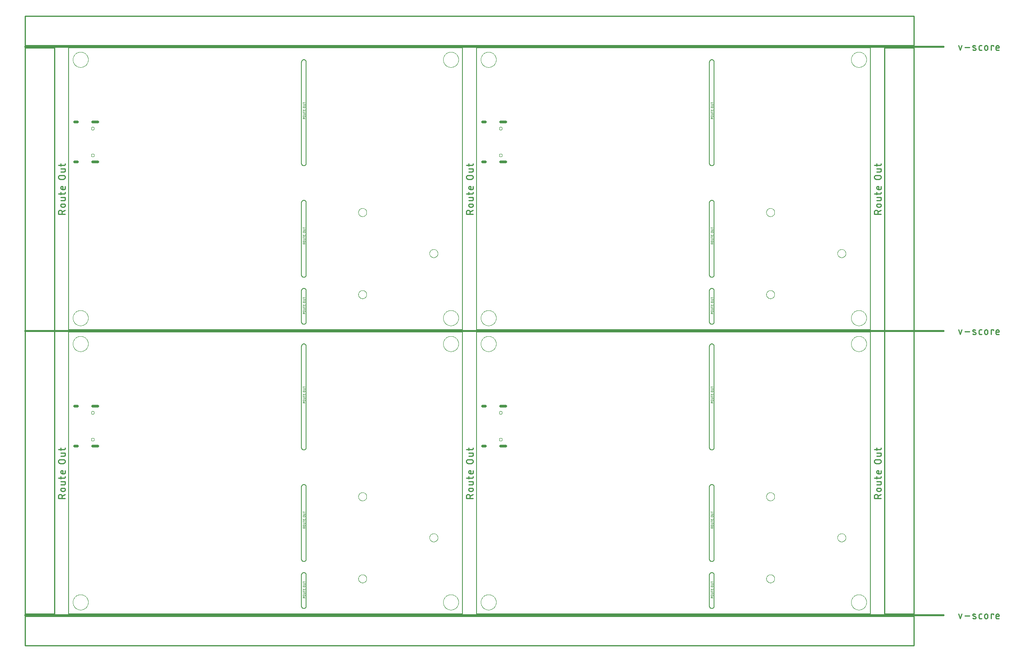
<source format=gko>
G04 EAGLE Gerber RS-274X export*
G75*
%MOMM*%
%FSLAX34Y34*%
%LPD*%
%IN*%
%IPPOS*%
%AMOC8*
5,1,8,0,0,1.08239X$1,22.5*%
G01*
%ADD10C,0.203200*%
%ADD11C,0.050800*%
%ADD12C,0.279400*%
%ADD13C,0.381000*%
%ADD14C,0.254000*%
%ADD15C,0.000000*%
%ADD16C,0.600000*%


D10*
X0Y0D02*
X850900Y0D01*
X850900Y609600D02*
X0Y609600D01*
X0Y0D01*
X850900Y0D02*
X850900Y609600D01*
X502920Y579120D02*
X502920Y359410D01*
X502920Y579120D02*
X502922Y579261D01*
X502928Y579402D01*
X502938Y579543D01*
X502951Y579684D01*
X502969Y579824D01*
X502991Y579963D01*
X503016Y580102D01*
X503045Y580241D01*
X503078Y580378D01*
X503115Y580514D01*
X503156Y580649D01*
X503200Y580784D01*
X503248Y580916D01*
X503300Y581048D01*
X503355Y581178D01*
X503414Y581306D01*
X503477Y581433D01*
X503543Y581557D01*
X503612Y581680D01*
X503685Y581801D01*
X503761Y581920D01*
X503841Y582037D01*
X503924Y582151D01*
X504009Y582264D01*
X504098Y582373D01*
X504190Y582481D01*
X504285Y582585D01*
X504383Y582687D01*
X504484Y582786D01*
X504587Y582883D01*
X504693Y582976D01*
X504801Y583066D01*
X504912Y583154D01*
X505025Y583238D01*
X505141Y583319D01*
X505259Y583397D01*
X505379Y583472D01*
X505501Y583543D01*
X505625Y583611D01*
X505751Y583675D01*
X505878Y583736D01*
X506007Y583793D01*
X506138Y583846D01*
X506270Y583896D01*
X506403Y583943D01*
X506538Y583985D01*
X506674Y584024D01*
X506811Y584059D01*
X506948Y584090D01*
X507087Y584117D01*
X507226Y584141D01*
X507366Y584160D01*
X507506Y584176D01*
X507647Y584188D01*
X507788Y584196D01*
X507929Y584200D01*
X508071Y584200D01*
X508212Y584196D01*
X508353Y584188D01*
X508494Y584176D01*
X508634Y584160D01*
X508774Y584141D01*
X508913Y584117D01*
X509052Y584090D01*
X509189Y584059D01*
X509326Y584024D01*
X509462Y583985D01*
X509597Y583943D01*
X509730Y583896D01*
X509862Y583846D01*
X509993Y583793D01*
X510122Y583736D01*
X510249Y583675D01*
X510375Y583611D01*
X510499Y583543D01*
X510621Y583472D01*
X510741Y583397D01*
X510859Y583319D01*
X510975Y583238D01*
X511088Y583154D01*
X511199Y583066D01*
X511307Y582976D01*
X511413Y582883D01*
X511516Y582786D01*
X511617Y582687D01*
X511715Y582585D01*
X511810Y582481D01*
X511902Y582373D01*
X511991Y582264D01*
X512076Y582151D01*
X512159Y582037D01*
X512239Y581920D01*
X512315Y581801D01*
X512388Y581680D01*
X512457Y581557D01*
X512523Y581433D01*
X512586Y581306D01*
X512645Y581178D01*
X512700Y581048D01*
X512752Y580916D01*
X512800Y580784D01*
X512844Y580649D01*
X512885Y580514D01*
X512922Y580378D01*
X512955Y580241D01*
X512984Y580102D01*
X513009Y579963D01*
X513031Y579824D01*
X513049Y579684D01*
X513062Y579543D01*
X513072Y579402D01*
X513078Y579261D01*
X513080Y579120D01*
X513080Y359410D02*
X513061Y359269D01*
X513037Y359128D01*
X513010Y358989D01*
X512979Y358850D01*
X512943Y358712D01*
X512904Y358575D01*
X512862Y358439D01*
X512815Y358304D01*
X512765Y358171D01*
X512711Y358039D01*
X512653Y357909D01*
X512592Y357780D01*
X512527Y357654D01*
X512459Y357529D01*
X512387Y357406D01*
X512312Y357285D01*
X512234Y357166D01*
X512152Y357049D01*
X512067Y356935D01*
X511979Y356823D01*
X511888Y356713D01*
X511794Y356607D01*
X511697Y356502D01*
X511597Y356401D01*
X511494Y356302D01*
X511388Y356207D01*
X511280Y356114D01*
X511170Y356024D01*
X511057Y355938D01*
X510941Y355854D01*
X510824Y355774D01*
X510704Y355697D01*
X510582Y355624D01*
X510458Y355553D01*
X510332Y355487D01*
X510204Y355424D01*
X510075Y355364D01*
X509944Y355308D01*
X509811Y355256D01*
X509677Y355208D01*
X509542Y355163D01*
X509406Y355122D01*
X509268Y355085D01*
X509130Y355051D01*
X508991Y355022D01*
X508851Y354996D01*
X508710Y354974D01*
X508569Y354957D01*
X508427Y354943D01*
X508285Y354933D01*
X508142Y354927D01*
X508000Y354925D01*
X507858Y354927D01*
X507715Y354933D01*
X507573Y354943D01*
X507431Y354957D01*
X507290Y354974D01*
X507149Y354996D01*
X507009Y355022D01*
X506870Y355051D01*
X506732Y355085D01*
X506594Y355122D01*
X506458Y355163D01*
X506323Y355208D01*
X506189Y355256D01*
X506056Y355308D01*
X505925Y355364D01*
X505796Y355424D01*
X505668Y355487D01*
X505542Y355553D01*
X505418Y355624D01*
X505296Y355697D01*
X505176Y355774D01*
X505059Y355854D01*
X504943Y355938D01*
X504830Y356024D01*
X504720Y356114D01*
X504612Y356207D01*
X504506Y356302D01*
X504403Y356401D01*
X504303Y356502D01*
X504206Y356607D01*
X504112Y356713D01*
X504021Y356823D01*
X503933Y356935D01*
X503848Y357049D01*
X503766Y357166D01*
X503688Y357285D01*
X503613Y357406D01*
X503541Y357529D01*
X503473Y357654D01*
X503408Y357780D01*
X503347Y357909D01*
X503289Y358039D01*
X503235Y358171D01*
X503185Y358304D01*
X503138Y358439D01*
X503096Y358575D01*
X503057Y358712D01*
X503021Y358850D01*
X502990Y358989D01*
X502963Y359128D01*
X502939Y359269D01*
X502920Y359410D01*
X502920Y275590D02*
X502939Y275731D01*
X502963Y275872D01*
X502990Y276011D01*
X503021Y276150D01*
X503057Y276288D01*
X503096Y276425D01*
X503138Y276561D01*
X503185Y276696D01*
X503235Y276829D01*
X503289Y276961D01*
X503347Y277091D01*
X503408Y277220D01*
X503473Y277346D01*
X503541Y277471D01*
X503613Y277594D01*
X503688Y277715D01*
X503766Y277834D01*
X503848Y277951D01*
X503933Y278065D01*
X504021Y278177D01*
X504112Y278287D01*
X504206Y278393D01*
X504303Y278498D01*
X504403Y278599D01*
X504506Y278698D01*
X504612Y278793D01*
X504720Y278886D01*
X504830Y278976D01*
X504943Y279062D01*
X505059Y279146D01*
X505176Y279226D01*
X505296Y279303D01*
X505418Y279376D01*
X505542Y279447D01*
X505668Y279513D01*
X505796Y279576D01*
X505925Y279636D01*
X506056Y279692D01*
X506189Y279744D01*
X506323Y279792D01*
X506458Y279837D01*
X506594Y279878D01*
X506732Y279915D01*
X506870Y279949D01*
X507009Y279978D01*
X507149Y280004D01*
X507290Y280026D01*
X507431Y280043D01*
X507573Y280057D01*
X507715Y280067D01*
X507858Y280073D01*
X508000Y280075D01*
X508142Y280073D01*
X508285Y280067D01*
X508427Y280057D01*
X508569Y280043D01*
X508710Y280026D01*
X508851Y280004D01*
X508991Y279978D01*
X509130Y279949D01*
X509268Y279915D01*
X509406Y279878D01*
X509542Y279837D01*
X509677Y279792D01*
X509811Y279744D01*
X509944Y279692D01*
X510075Y279636D01*
X510204Y279576D01*
X510332Y279513D01*
X510458Y279447D01*
X510582Y279376D01*
X510704Y279303D01*
X510824Y279226D01*
X510941Y279146D01*
X511057Y279062D01*
X511170Y278976D01*
X511280Y278886D01*
X511388Y278793D01*
X511494Y278698D01*
X511597Y278599D01*
X511697Y278498D01*
X511794Y278393D01*
X511888Y278287D01*
X511979Y278177D01*
X512067Y278065D01*
X512152Y277951D01*
X512234Y277834D01*
X512312Y277715D01*
X512387Y277594D01*
X512459Y277471D01*
X512527Y277346D01*
X512592Y277220D01*
X512653Y277091D01*
X512711Y276961D01*
X512765Y276829D01*
X512815Y276696D01*
X512862Y276561D01*
X512904Y276425D01*
X512943Y276288D01*
X512979Y276150D01*
X513010Y276011D01*
X513037Y275872D01*
X513061Y275731D01*
X513080Y275590D01*
X513080Y118110D02*
X513061Y117969D01*
X513037Y117828D01*
X513010Y117689D01*
X512979Y117550D01*
X512943Y117412D01*
X512904Y117275D01*
X512862Y117139D01*
X512815Y117004D01*
X512765Y116871D01*
X512711Y116739D01*
X512653Y116609D01*
X512592Y116480D01*
X512527Y116354D01*
X512459Y116229D01*
X512387Y116106D01*
X512312Y115985D01*
X512234Y115866D01*
X512152Y115749D01*
X512067Y115635D01*
X511979Y115523D01*
X511888Y115413D01*
X511794Y115307D01*
X511697Y115202D01*
X511597Y115101D01*
X511494Y115002D01*
X511388Y114907D01*
X511280Y114814D01*
X511170Y114724D01*
X511057Y114638D01*
X510941Y114554D01*
X510824Y114474D01*
X510704Y114397D01*
X510582Y114324D01*
X510458Y114253D01*
X510332Y114187D01*
X510204Y114124D01*
X510075Y114064D01*
X509944Y114008D01*
X509811Y113956D01*
X509677Y113908D01*
X509542Y113863D01*
X509406Y113822D01*
X509268Y113785D01*
X509130Y113751D01*
X508991Y113722D01*
X508851Y113696D01*
X508710Y113674D01*
X508569Y113657D01*
X508427Y113643D01*
X508285Y113633D01*
X508142Y113627D01*
X508000Y113625D01*
X507858Y113627D01*
X507715Y113633D01*
X507573Y113643D01*
X507431Y113657D01*
X507290Y113674D01*
X507149Y113696D01*
X507009Y113722D01*
X506870Y113751D01*
X506732Y113785D01*
X506594Y113822D01*
X506458Y113863D01*
X506323Y113908D01*
X506189Y113956D01*
X506056Y114008D01*
X505925Y114064D01*
X505796Y114124D01*
X505668Y114187D01*
X505542Y114253D01*
X505418Y114324D01*
X505296Y114397D01*
X505176Y114474D01*
X505059Y114554D01*
X504943Y114638D01*
X504830Y114724D01*
X504720Y114814D01*
X504612Y114907D01*
X504506Y115002D01*
X504403Y115101D01*
X504303Y115202D01*
X504206Y115307D01*
X504112Y115413D01*
X504021Y115523D01*
X503933Y115635D01*
X503848Y115749D01*
X503766Y115866D01*
X503688Y115985D01*
X503613Y116106D01*
X503541Y116229D01*
X503473Y116354D01*
X503408Y116480D01*
X503347Y116609D01*
X503289Y116739D01*
X503235Y116871D01*
X503185Y117004D01*
X503138Y117139D01*
X503096Y117275D01*
X503057Y117412D01*
X503021Y117550D01*
X502990Y117689D01*
X502963Y117828D01*
X502939Y117969D01*
X502920Y118110D01*
X502920Y85090D02*
X502939Y85231D01*
X502963Y85372D01*
X502990Y85511D01*
X503021Y85650D01*
X503057Y85788D01*
X503096Y85925D01*
X503138Y86061D01*
X503185Y86196D01*
X503235Y86329D01*
X503289Y86461D01*
X503347Y86591D01*
X503408Y86720D01*
X503473Y86846D01*
X503541Y86971D01*
X503613Y87094D01*
X503688Y87215D01*
X503766Y87334D01*
X503848Y87451D01*
X503933Y87565D01*
X504021Y87677D01*
X504112Y87787D01*
X504206Y87893D01*
X504303Y87998D01*
X504403Y88099D01*
X504506Y88198D01*
X504612Y88293D01*
X504720Y88386D01*
X504830Y88476D01*
X504943Y88562D01*
X505059Y88646D01*
X505176Y88726D01*
X505296Y88803D01*
X505418Y88876D01*
X505542Y88947D01*
X505668Y89013D01*
X505796Y89076D01*
X505925Y89136D01*
X506056Y89192D01*
X506189Y89244D01*
X506323Y89292D01*
X506458Y89337D01*
X506594Y89378D01*
X506732Y89415D01*
X506870Y89449D01*
X507009Y89478D01*
X507149Y89504D01*
X507290Y89526D01*
X507431Y89543D01*
X507573Y89557D01*
X507715Y89567D01*
X507858Y89573D01*
X508000Y89575D01*
X508142Y89573D01*
X508285Y89567D01*
X508427Y89557D01*
X508569Y89543D01*
X508710Y89526D01*
X508851Y89504D01*
X508991Y89478D01*
X509130Y89449D01*
X509268Y89415D01*
X509406Y89378D01*
X509542Y89337D01*
X509677Y89292D01*
X509811Y89244D01*
X509944Y89192D01*
X510075Y89136D01*
X510204Y89076D01*
X510332Y89013D01*
X510458Y88947D01*
X510582Y88876D01*
X510704Y88803D01*
X510824Y88726D01*
X510941Y88646D01*
X511057Y88562D01*
X511170Y88476D01*
X511280Y88386D01*
X511388Y88293D01*
X511494Y88198D01*
X511597Y88099D01*
X511697Y87998D01*
X511794Y87893D01*
X511888Y87787D01*
X511979Y87677D01*
X512067Y87565D01*
X512152Y87451D01*
X512234Y87334D01*
X512312Y87215D01*
X512387Y87094D01*
X512459Y86971D01*
X512527Y86846D01*
X512592Y86720D01*
X512653Y86591D01*
X512711Y86461D01*
X512765Y86329D01*
X512815Y86196D01*
X512862Y86061D01*
X512904Y85925D01*
X512943Y85788D01*
X512979Y85650D01*
X513010Y85511D01*
X513037Y85372D01*
X513061Y85231D01*
X513080Y85090D01*
X513080Y16510D02*
X513061Y16369D01*
X513037Y16228D01*
X513010Y16089D01*
X512979Y15950D01*
X512943Y15812D01*
X512904Y15675D01*
X512862Y15539D01*
X512815Y15404D01*
X512765Y15271D01*
X512711Y15139D01*
X512653Y15009D01*
X512592Y14880D01*
X512527Y14754D01*
X512459Y14629D01*
X512387Y14506D01*
X512312Y14385D01*
X512234Y14266D01*
X512152Y14149D01*
X512067Y14035D01*
X511979Y13923D01*
X511888Y13813D01*
X511794Y13707D01*
X511697Y13602D01*
X511597Y13501D01*
X511494Y13402D01*
X511388Y13307D01*
X511280Y13214D01*
X511170Y13124D01*
X511057Y13038D01*
X510941Y12954D01*
X510824Y12874D01*
X510704Y12797D01*
X510582Y12724D01*
X510458Y12653D01*
X510332Y12587D01*
X510204Y12524D01*
X510075Y12464D01*
X509944Y12408D01*
X509811Y12356D01*
X509677Y12308D01*
X509542Y12263D01*
X509406Y12222D01*
X509268Y12185D01*
X509130Y12151D01*
X508991Y12122D01*
X508851Y12096D01*
X508710Y12074D01*
X508569Y12057D01*
X508427Y12043D01*
X508285Y12033D01*
X508142Y12027D01*
X508000Y12025D01*
X507858Y12027D01*
X507715Y12033D01*
X507573Y12043D01*
X507431Y12057D01*
X507290Y12074D01*
X507149Y12096D01*
X507009Y12122D01*
X506870Y12151D01*
X506732Y12185D01*
X506594Y12222D01*
X506458Y12263D01*
X506323Y12308D01*
X506189Y12356D01*
X506056Y12408D01*
X505925Y12464D01*
X505796Y12524D01*
X505668Y12587D01*
X505542Y12653D01*
X505418Y12724D01*
X505296Y12797D01*
X505176Y12874D01*
X505059Y12954D01*
X504943Y13038D01*
X504830Y13124D01*
X504720Y13214D01*
X504612Y13307D01*
X504506Y13402D01*
X504403Y13501D01*
X504303Y13602D01*
X504206Y13707D01*
X504112Y13813D01*
X504021Y13923D01*
X503933Y14035D01*
X503848Y14149D01*
X503766Y14266D01*
X503688Y14385D01*
X503613Y14506D01*
X503541Y14629D01*
X503473Y14754D01*
X503408Y14880D01*
X503347Y15009D01*
X503289Y15139D01*
X503235Y15271D01*
X503185Y15404D01*
X503138Y15539D01*
X503096Y15675D01*
X503057Y15812D01*
X503021Y15950D01*
X502990Y16089D01*
X502963Y16228D01*
X502939Y16369D01*
X502920Y16510D01*
X502920Y85090D01*
X513080Y85090D02*
X513080Y16510D01*
X513080Y118110D02*
X513080Y275590D01*
X502920Y275590D02*
X502920Y118110D01*
D11*
X505714Y456184D02*
X510286Y456184D01*
X505714Y456184D02*
X505714Y457454D01*
X505716Y457524D01*
X505722Y457594D01*
X505731Y457663D01*
X505745Y457732D01*
X505762Y457800D01*
X505783Y457866D01*
X505807Y457932D01*
X505835Y457996D01*
X505867Y458058D01*
X505902Y458119D01*
X505940Y458178D01*
X505982Y458234D01*
X506026Y458288D01*
X506074Y458340D01*
X506124Y458388D01*
X506177Y458434D01*
X506232Y458477D01*
X506289Y458517D01*
X506349Y458554D01*
X506411Y458587D01*
X506474Y458617D01*
X506539Y458643D01*
X506605Y458666D01*
X506672Y458685D01*
X506741Y458700D01*
X506810Y458712D01*
X506879Y458720D01*
X506949Y458724D01*
X507019Y458724D01*
X507089Y458720D01*
X507158Y458712D01*
X507227Y458700D01*
X507296Y458685D01*
X507363Y458666D01*
X507429Y458643D01*
X507494Y458617D01*
X507557Y458587D01*
X507619Y458554D01*
X507679Y458517D01*
X507736Y458477D01*
X507791Y458434D01*
X507844Y458388D01*
X507894Y458340D01*
X507942Y458288D01*
X507986Y458234D01*
X508028Y458178D01*
X508066Y458119D01*
X508101Y458058D01*
X508133Y457996D01*
X508161Y457932D01*
X508185Y457866D01*
X508206Y457800D01*
X508223Y457732D01*
X508237Y457663D01*
X508246Y457594D01*
X508252Y457524D01*
X508254Y457454D01*
X508254Y456184D01*
X508254Y457708D02*
X510286Y458724D01*
X509016Y460723D02*
X506984Y460723D01*
X506914Y460725D01*
X506844Y460731D01*
X506775Y460740D01*
X506706Y460754D01*
X506638Y460771D01*
X506572Y460792D01*
X506506Y460816D01*
X506442Y460844D01*
X506380Y460876D01*
X506319Y460911D01*
X506260Y460949D01*
X506204Y460991D01*
X506150Y461035D01*
X506098Y461083D01*
X506050Y461133D01*
X506004Y461186D01*
X505961Y461241D01*
X505921Y461298D01*
X505884Y461358D01*
X505851Y461420D01*
X505821Y461483D01*
X505795Y461548D01*
X505772Y461614D01*
X505753Y461681D01*
X505738Y461750D01*
X505726Y461819D01*
X505718Y461888D01*
X505714Y461958D01*
X505714Y462028D01*
X505718Y462098D01*
X505726Y462167D01*
X505738Y462236D01*
X505753Y462305D01*
X505772Y462372D01*
X505795Y462438D01*
X505821Y462503D01*
X505851Y462566D01*
X505884Y462628D01*
X505921Y462688D01*
X505961Y462745D01*
X506004Y462800D01*
X506050Y462853D01*
X506098Y462903D01*
X506150Y462951D01*
X506204Y462995D01*
X506260Y463037D01*
X506319Y463075D01*
X506380Y463110D01*
X506442Y463142D01*
X506506Y463170D01*
X506572Y463194D01*
X506638Y463215D01*
X506706Y463232D01*
X506775Y463246D01*
X506844Y463255D01*
X506914Y463261D01*
X506984Y463263D01*
X509016Y463263D01*
X509086Y463261D01*
X509156Y463255D01*
X509225Y463246D01*
X509294Y463232D01*
X509362Y463215D01*
X509428Y463194D01*
X509494Y463170D01*
X509558Y463142D01*
X509620Y463110D01*
X509681Y463075D01*
X509740Y463037D01*
X509796Y462995D01*
X509850Y462951D01*
X509902Y462903D01*
X509950Y462853D01*
X509996Y462800D01*
X510039Y462745D01*
X510079Y462688D01*
X510116Y462628D01*
X510149Y462566D01*
X510179Y462503D01*
X510205Y462438D01*
X510228Y462372D01*
X510247Y462305D01*
X510262Y462236D01*
X510274Y462167D01*
X510282Y462098D01*
X510286Y462028D01*
X510286Y461958D01*
X510282Y461888D01*
X510274Y461819D01*
X510262Y461750D01*
X510247Y461681D01*
X510228Y461614D01*
X510205Y461548D01*
X510179Y461483D01*
X510149Y461420D01*
X510116Y461358D01*
X510079Y461298D01*
X510039Y461241D01*
X509996Y461186D01*
X509950Y461133D01*
X509902Y461083D01*
X509850Y461035D01*
X509796Y460991D01*
X509740Y460949D01*
X509681Y460911D01*
X509620Y460876D01*
X509558Y460844D01*
X509494Y460816D01*
X509428Y460792D01*
X509362Y460771D01*
X509294Y460754D01*
X509225Y460740D01*
X509156Y460731D01*
X509086Y460725D01*
X509016Y460723D01*
X509016Y465447D02*
X505714Y465447D01*
X509016Y465447D02*
X509086Y465449D01*
X509156Y465455D01*
X509225Y465464D01*
X509294Y465478D01*
X509362Y465495D01*
X509428Y465516D01*
X509494Y465540D01*
X509558Y465568D01*
X509620Y465600D01*
X509681Y465635D01*
X509740Y465673D01*
X509796Y465715D01*
X509850Y465759D01*
X509902Y465807D01*
X509950Y465857D01*
X509996Y465910D01*
X510039Y465965D01*
X510079Y466022D01*
X510116Y466082D01*
X510149Y466144D01*
X510179Y466207D01*
X510205Y466272D01*
X510228Y466338D01*
X510247Y466405D01*
X510262Y466474D01*
X510274Y466543D01*
X510282Y466612D01*
X510286Y466682D01*
X510286Y466752D01*
X510282Y466822D01*
X510274Y466891D01*
X510262Y466960D01*
X510247Y467029D01*
X510228Y467096D01*
X510205Y467162D01*
X510179Y467227D01*
X510149Y467290D01*
X510116Y467352D01*
X510079Y467412D01*
X510039Y467469D01*
X509996Y467524D01*
X509950Y467577D01*
X509902Y467627D01*
X509850Y467675D01*
X509796Y467719D01*
X509740Y467761D01*
X509681Y467799D01*
X509620Y467834D01*
X509558Y467866D01*
X509494Y467894D01*
X509428Y467918D01*
X509362Y467939D01*
X509294Y467956D01*
X509225Y467970D01*
X509156Y467979D01*
X509086Y467985D01*
X509016Y467987D01*
X505714Y467987D01*
X505714Y471137D02*
X510286Y471137D01*
X505714Y469867D02*
X505714Y472407D01*
X510286Y474297D02*
X510286Y476329D01*
X510286Y474297D02*
X505714Y474297D01*
X505714Y476329D01*
X507746Y475821D02*
X507746Y474297D01*
X506984Y480535D02*
X509016Y480535D01*
X506984Y480535D02*
X506914Y480537D01*
X506844Y480543D01*
X506775Y480552D01*
X506706Y480566D01*
X506638Y480583D01*
X506572Y480604D01*
X506506Y480628D01*
X506442Y480656D01*
X506380Y480688D01*
X506319Y480723D01*
X506260Y480761D01*
X506204Y480803D01*
X506150Y480847D01*
X506098Y480895D01*
X506050Y480945D01*
X506004Y480998D01*
X505961Y481053D01*
X505921Y481110D01*
X505884Y481170D01*
X505851Y481232D01*
X505821Y481295D01*
X505795Y481360D01*
X505772Y481426D01*
X505753Y481493D01*
X505738Y481562D01*
X505726Y481631D01*
X505718Y481700D01*
X505714Y481770D01*
X505714Y481840D01*
X505718Y481910D01*
X505726Y481979D01*
X505738Y482048D01*
X505753Y482117D01*
X505772Y482184D01*
X505795Y482250D01*
X505821Y482315D01*
X505851Y482378D01*
X505884Y482440D01*
X505921Y482500D01*
X505961Y482557D01*
X506004Y482612D01*
X506050Y482665D01*
X506098Y482715D01*
X506150Y482763D01*
X506204Y482807D01*
X506260Y482849D01*
X506319Y482887D01*
X506380Y482922D01*
X506442Y482954D01*
X506506Y482982D01*
X506572Y483006D01*
X506638Y483027D01*
X506706Y483044D01*
X506775Y483058D01*
X506844Y483067D01*
X506914Y483073D01*
X506984Y483075D01*
X509016Y483075D01*
X509086Y483073D01*
X509156Y483067D01*
X509225Y483058D01*
X509294Y483044D01*
X509362Y483027D01*
X509428Y483006D01*
X509494Y482982D01*
X509558Y482954D01*
X509620Y482922D01*
X509681Y482887D01*
X509740Y482849D01*
X509796Y482807D01*
X509850Y482763D01*
X509902Y482715D01*
X509950Y482665D01*
X509996Y482612D01*
X510039Y482557D01*
X510079Y482500D01*
X510116Y482440D01*
X510149Y482378D01*
X510179Y482315D01*
X510205Y482250D01*
X510228Y482184D01*
X510247Y482117D01*
X510262Y482048D01*
X510274Y481979D01*
X510282Y481910D01*
X510286Y481840D01*
X510286Y481770D01*
X510282Y481700D01*
X510274Y481631D01*
X510262Y481562D01*
X510247Y481493D01*
X510228Y481426D01*
X510205Y481360D01*
X510179Y481295D01*
X510149Y481232D01*
X510116Y481170D01*
X510079Y481110D01*
X510039Y481053D01*
X509996Y480998D01*
X509950Y480945D01*
X509902Y480895D01*
X509850Y480847D01*
X509796Y480803D01*
X509740Y480761D01*
X509681Y480723D01*
X509620Y480688D01*
X509558Y480656D01*
X509494Y480628D01*
X509428Y480604D01*
X509362Y480583D01*
X509294Y480566D01*
X509225Y480552D01*
X509156Y480543D01*
X509086Y480537D01*
X509016Y480535D01*
X509016Y485259D02*
X505714Y485259D01*
X509016Y485259D02*
X509086Y485261D01*
X509156Y485267D01*
X509225Y485276D01*
X509294Y485290D01*
X509362Y485307D01*
X509428Y485328D01*
X509494Y485352D01*
X509558Y485380D01*
X509620Y485412D01*
X509681Y485447D01*
X509740Y485485D01*
X509796Y485527D01*
X509850Y485571D01*
X509902Y485619D01*
X509950Y485669D01*
X509996Y485722D01*
X510039Y485777D01*
X510079Y485834D01*
X510116Y485894D01*
X510149Y485956D01*
X510179Y486019D01*
X510205Y486084D01*
X510228Y486150D01*
X510247Y486217D01*
X510262Y486286D01*
X510274Y486355D01*
X510282Y486424D01*
X510286Y486494D01*
X510286Y486564D01*
X510282Y486634D01*
X510274Y486703D01*
X510262Y486772D01*
X510247Y486841D01*
X510228Y486908D01*
X510205Y486974D01*
X510179Y487039D01*
X510149Y487102D01*
X510116Y487164D01*
X510079Y487224D01*
X510039Y487281D01*
X509996Y487336D01*
X509950Y487389D01*
X509902Y487439D01*
X509850Y487487D01*
X509796Y487531D01*
X509740Y487573D01*
X509681Y487611D01*
X509620Y487646D01*
X509558Y487678D01*
X509494Y487706D01*
X509428Y487730D01*
X509362Y487751D01*
X509294Y487768D01*
X509225Y487782D01*
X509156Y487791D01*
X509086Y487797D01*
X509016Y487799D01*
X505714Y487799D01*
X505714Y490949D02*
X510286Y490949D01*
X505714Y489679D02*
X505714Y492219D01*
X505714Y185674D02*
X510286Y185674D01*
X505714Y185674D02*
X505714Y186944D01*
X505716Y187014D01*
X505722Y187084D01*
X505731Y187153D01*
X505745Y187222D01*
X505762Y187290D01*
X505783Y187356D01*
X505807Y187422D01*
X505835Y187486D01*
X505867Y187548D01*
X505902Y187609D01*
X505940Y187668D01*
X505982Y187724D01*
X506026Y187778D01*
X506074Y187830D01*
X506124Y187878D01*
X506177Y187924D01*
X506232Y187967D01*
X506289Y188007D01*
X506349Y188044D01*
X506411Y188077D01*
X506474Y188107D01*
X506539Y188133D01*
X506605Y188156D01*
X506672Y188175D01*
X506741Y188190D01*
X506810Y188202D01*
X506879Y188210D01*
X506949Y188214D01*
X507019Y188214D01*
X507089Y188210D01*
X507158Y188202D01*
X507227Y188190D01*
X507296Y188175D01*
X507363Y188156D01*
X507429Y188133D01*
X507494Y188107D01*
X507557Y188077D01*
X507619Y188044D01*
X507679Y188007D01*
X507736Y187967D01*
X507791Y187924D01*
X507844Y187878D01*
X507894Y187830D01*
X507942Y187778D01*
X507986Y187724D01*
X508028Y187668D01*
X508066Y187609D01*
X508101Y187548D01*
X508133Y187486D01*
X508161Y187422D01*
X508185Y187356D01*
X508206Y187290D01*
X508223Y187222D01*
X508237Y187153D01*
X508246Y187084D01*
X508252Y187014D01*
X508254Y186944D01*
X508254Y185674D01*
X508254Y187198D02*
X510286Y188214D01*
X509016Y190213D02*
X506984Y190213D01*
X506914Y190215D01*
X506844Y190221D01*
X506775Y190230D01*
X506706Y190244D01*
X506638Y190261D01*
X506572Y190282D01*
X506506Y190306D01*
X506442Y190334D01*
X506380Y190366D01*
X506319Y190401D01*
X506260Y190439D01*
X506204Y190481D01*
X506150Y190525D01*
X506098Y190573D01*
X506050Y190623D01*
X506004Y190676D01*
X505961Y190731D01*
X505921Y190788D01*
X505884Y190848D01*
X505851Y190910D01*
X505821Y190973D01*
X505795Y191038D01*
X505772Y191104D01*
X505753Y191171D01*
X505738Y191240D01*
X505726Y191309D01*
X505718Y191378D01*
X505714Y191448D01*
X505714Y191518D01*
X505718Y191588D01*
X505726Y191657D01*
X505738Y191726D01*
X505753Y191795D01*
X505772Y191862D01*
X505795Y191928D01*
X505821Y191993D01*
X505851Y192056D01*
X505884Y192118D01*
X505921Y192178D01*
X505961Y192235D01*
X506004Y192290D01*
X506050Y192343D01*
X506098Y192393D01*
X506150Y192441D01*
X506204Y192485D01*
X506260Y192527D01*
X506319Y192565D01*
X506380Y192600D01*
X506442Y192632D01*
X506506Y192660D01*
X506572Y192684D01*
X506638Y192705D01*
X506706Y192722D01*
X506775Y192736D01*
X506844Y192745D01*
X506914Y192751D01*
X506984Y192753D01*
X509016Y192753D01*
X509086Y192751D01*
X509156Y192745D01*
X509225Y192736D01*
X509294Y192722D01*
X509362Y192705D01*
X509428Y192684D01*
X509494Y192660D01*
X509558Y192632D01*
X509620Y192600D01*
X509681Y192565D01*
X509740Y192527D01*
X509796Y192485D01*
X509850Y192441D01*
X509902Y192393D01*
X509950Y192343D01*
X509996Y192290D01*
X510039Y192235D01*
X510079Y192178D01*
X510116Y192118D01*
X510149Y192056D01*
X510179Y191993D01*
X510205Y191928D01*
X510228Y191862D01*
X510247Y191795D01*
X510262Y191726D01*
X510274Y191657D01*
X510282Y191588D01*
X510286Y191518D01*
X510286Y191448D01*
X510282Y191378D01*
X510274Y191309D01*
X510262Y191240D01*
X510247Y191171D01*
X510228Y191104D01*
X510205Y191038D01*
X510179Y190973D01*
X510149Y190910D01*
X510116Y190848D01*
X510079Y190788D01*
X510039Y190731D01*
X509996Y190676D01*
X509950Y190623D01*
X509902Y190573D01*
X509850Y190525D01*
X509796Y190481D01*
X509740Y190439D01*
X509681Y190401D01*
X509620Y190366D01*
X509558Y190334D01*
X509494Y190306D01*
X509428Y190282D01*
X509362Y190261D01*
X509294Y190244D01*
X509225Y190230D01*
X509156Y190221D01*
X509086Y190215D01*
X509016Y190213D01*
X509016Y194937D02*
X505714Y194937D01*
X509016Y194937D02*
X509086Y194939D01*
X509156Y194945D01*
X509225Y194954D01*
X509294Y194968D01*
X509362Y194985D01*
X509428Y195006D01*
X509494Y195030D01*
X509558Y195058D01*
X509620Y195090D01*
X509681Y195125D01*
X509740Y195163D01*
X509796Y195205D01*
X509850Y195249D01*
X509902Y195297D01*
X509950Y195347D01*
X509996Y195400D01*
X510039Y195455D01*
X510079Y195512D01*
X510116Y195572D01*
X510149Y195634D01*
X510179Y195697D01*
X510205Y195762D01*
X510228Y195828D01*
X510247Y195895D01*
X510262Y195964D01*
X510274Y196033D01*
X510282Y196102D01*
X510286Y196172D01*
X510286Y196242D01*
X510282Y196312D01*
X510274Y196381D01*
X510262Y196450D01*
X510247Y196519D01*
X510228Y196586D01*
X510205Y196652D01*
X510179Y196717D01*
X510149Y196780D01*
X510116Y196842D01*
X510079Y196902D01*
X510039Y196959D01*
X509996Y197014D01*
X509950Y197067D01*
X509902Y197117D01*
X509850Y197165D01*
X509796Y197209D01*
X509740Y197251D01*
X509681Y197289D01*
X509620Y197324D01*
X509558Y197356D01*
X509494Y197384D01*
X509428Y197408D01*
X509362Y197429D01*
X509294Y197446D01*
X509225Y197460D01*
X509156Y197469D01*
X509086Y197475D01*
X509016Y197477D01*
X505714Y197477D01*
X505714Y200627D02*
X510286Y200627D01*
X505714Y199357D02*
X505714Y201897D01*
X510286Y203787D02*
X510286Y205819D01*
X510286Y203787D02*
X505714Y203787D01*
X505714Y205819D01*
X507746Y205311D02*
X507746Y203787D01*
X506984Y210025D02*
X509016Y210025D01*
X506984Y210025D02*
X506914Y210027D01*
X506844Y210033D01*
X506775Y210042D01*
X506706Y210056D01*
X506638Y210073D01*
X506572Y210094D01*
X506506Y210118D01*
X506442Y210146D01*
X506380Y210178D01*
X506319Y210213D01*
X506260Y210251D01*
X506204Y210293D01*
X506150Y210337D01*
X506098Y210385D01*
X506050Y210435D01*
X506004Y210488D01*
X505961Y210543D01*
X505921Y210600D01*
X505884Y210660D01*
X505851Y210722D01*
X505821Y210785D01*
X505795Y210850D01*
X505772Y210916D01*
X505753Y210983D01*
X505738Y211052D01*
X505726Y211121D01*
X505718Y211190D01*
X505714Y211260D01*
X505714Y211330D01*
X505718Y211400D01*
X505726Y211469D01*
X505738Y211538D01*
X505753Y211607D01*
X505772Y211674D01*
X505795Y211740D01*
X505821Y211805D01*
X505851Y211868D01*
X505884Y211930D01*
X505921Y211990D01*
X505961Y212047D01*
X506004Y212102D01*
X506050Y212155D01*
X506098Y212205D01*
X506150Y212253D01*
X506204Y212297D01*
X506260Y212339D01*
X506319Y212377D01*
X506380Y212412D01*
X506442Y212444D01*
X506506Y212472D01*
X506572Y212496D01*
X506638Y212517D01*
X506706Y212534D01*
X506775Y212548D01*
X506844Y212557D01*
X506914Y212563D01*
X506984Y212565D01*
X509016Y212565D01*
X509086Y212563D01*
X509156Y212557D01*
X509225Y212548D01*
X509294Y212534D01*
X509362Y212517D01*
X509428Y212496D01*
X509494Y212472D01*
X509558Y212444D01*
X509620Y212412D01*
X509681Y212377D01*
X509740Y212339D01*
X509796Y212297D01*
X509850Y212253D01*
X509902Y212205D01*
X509950Y212155D01*
X509996Y212102D01*
X510039Y212047D01*
X510079Y211990D01*
X510116Y211930D01*
X510149Y211868D01*
X510179Y211805D01*
X510205Y211740D01*
X510228Y211674D01*
X510247Y211607D01*
X510262Y211538D01*
X510274Y211469D01*
X510282Y211400D01*
X510286Y211330D01*
X510286Y211260D01*
X510282Y211190D01*
X510274Y211121D01*
X510262Y211052D01*
X510247Y210983D01*
X510228Y210916D01*
X510205Y210850D01*
X510179Y210785D01*
X510149Y210722D01*
X510116Y210660D01*
X510079Y210600D01*
X510039Y210543D01*
X509996Y210488D01*
X509950Y210435D01*
X509902Y210385D01*
X509850Y210337D01*
X509796Y210293D01*
X509740Y210251D01*
X509681Y210213D01*
X509620Y210178D01*
X509558Y210146D01*
X509494Y210118D01*
X509428Y210094D01*
X509362Y210073D01*
X509294Y210056D01*
X509225Y210042D01*
X509156Y210033D01*
X509086Y210027D01*
X509016Y210025D01*
X509016Y214749D02*
X505714Y214749D01*
X509016Y214749D02*
X509086Y214751D01*
X509156Y214757D01*
X509225Y214766D01*
X509294Y214780D01*
X509362Y214797D01*
X509428Y214818D01*
X509494Y214842D01*
X509558Y214870D01*
X509620Y214902D01*
X509681Y214937D01*
X509740Y214975D01*
X509796Y215017D01*
X509850Y215061D01*
X509902Y215109D01*
X509950Y215159D01*
X509996Y215212D01*
X510039Y215267D01*
X510079Y215324D01*
X510116Y215384D01*
X510149Y215446D01*
X510179Y215509D01*
X510205Y215574D01*
X510228Y215640D01*
X510247Y215707D01*
X510262Y215776D01*
X510274Y215845D01*
X510282Y215914D01*
X510286Y215984D01*
X510286Y216054D01*
X510282Y216124D01*
X510274Y216193D01*
X510262Y216262D01*
X510247Y216331D01*
X510228Y216398D01*
X510205Y216464D01*
X510179Y216529D01*
X510149Y216592D01*
X510116Y216654D01*
X510079Y216714D01*
X510039Y216771D01*
X509996Y216826D01*
X509950Y216879D01*
X509902Y216929D01*
X509850Y216977D01*
X509796Y217021D01*
X509740Y217063D01*
X509681Y217101D01*
X509620Y217136D01*
X509558Y217168D01*
X509494Y217196D01*
X509428Y217220D01*
X509362Y217241D01*
X509294Y217258D01*
X509225Y217272D01*
X509156Y217281D01*
X509086Y217287D01*
X509016Y217289D01*
X505714Y217289D01*
X505714Y220439D02*
X510286Y220439D01*
X505714Y219169D02*
X505714Y221709D01*
X505714Y34544D02*
X510286Y34544D01*
X505714Y34544D02*
X505714Y35814D01*
X505716Y35884D01*
X505722Y35954D01*
X505731Y36023D01*
X505745Y36092D01*
X505762Y36160D01*
X505783Y36226D01*
X505807Y36292D01*
X505835Y36356D01*
X505867Y36418D01*
X505902Y36479D01*
X505940Y36538D01*
X505982Y36594D01*
X506026Y36648D01*
X506074Y36700D01*
X506124Y36748D01*
X506177Y36794D01*
X506232Y36837D01*
X506289Y36877D01*
X506349Y36914D01*
X506411Y36947D01*
X506474Y36977D01*
X506539Y37003D01*
X506605Y37026D01*
X506672Y37045D01*
X506741Y37060D01*
X506810Y37072D01*
X506879Y37080D01*
X506949Y37084D01*
X507019Y37084D01*
X507089Y37080D01*
X507158Y37072D01*
X507227Y37060D01*
X507296Y37045D01*
X507363Y37026D01*
X507429Y37003D01*
X507494Y36977D01*
X507557Y36947D01*
X507619Y36914D01*
X507679Y36877D01*
X507736Y36837D01*
X507791Y36794D01*
X507844Y36748D01*
X507894Y36700D01*
X507942Y36648D01*
X507986Y36594D01*
X508028Y36538D01*
X508066Y36479D01*
X508101Y36418D01*
X508133Y36356D01*
X508161Y36292D01*
X508185Y36226D01*
X508206Y36160D01*
X508223Y36092D01*
X508237Y36023D01*
X508246Y35954D01*
X508252Y35884D01*
X508254Y35814D01*
X508254Y34544D01*
X508254Y36068D02*
X510286Y37084D01*
X509016Y39083D02*
X506984Y39083D01*
X506914Y39085D01*
X506844Y39091D01*
X506775Y39100D01*
X506706Y39114D01*
X506638Y39131D01*
X506572Y39152D01*
X506506Y39176D01*
X506442Y39204D01*
X506380Y39236D01*
X506319Y39271D01*
X506260Y39309D01*
X506204Y39351D01*
X506150Y39395D01*
X506098Y39443D01*
X506050Y39493D01*
X506004Y39546D01*
X505961Y39601D01*
X505921Y39658D01*
X505884Y39718D01*
X505851Y39780D01*
X505821Y39843D01*
X505795Y39908D01*
X505772Y39974D01*
X505753Y40041D01*
X505738Y40110D01*
X505726Y40179D01*
X505718Y40248D01*
X505714Y40318D01*
X505714Y40388D01*
X505718Y40458D01*
X505726Y40527D01*
X505738Y40596D01*
X505753Y40665D01*
X505772Y40732D01*
X505795Y40798D01*
X505821Y40863D01*
X505851Y40926D01*
X505884Y40988D01*
X505921Y41048D01*
X505961Y41105D01*
X506004Y41160D01*
X506050Y41213D01*
X506098Y41263D01*
X506150Y41311D01*
X506204Y41355D01*
X506260Y41397D01*
X506319Y41435D01*
X506380Y41470D01*
X506442Y41502D01*
X506506Y41530D01*
X506572Y41554D01*
X506638Y41575D01*
X506706Y41592D01*
X506775Y41606D01*
X506844Y41615D01*
X506914Y41621D01*
X506984Y41623D01*
X509016Y41623D01*
X509086Y41621D01*
X509156Y41615D01*
X509225Y41606D01*
X509294Y41592D01*
X509362Y41575D01*
X509428Y41554D01*
X509494Y41530D01*
X509558Y41502D01*
X509620Y41470D01*
X509681Y41435D01*
X509740Y41397D01*
X509796Y41355D01*
X509850Y41311D01*
X509902Y41263D01*
X509950Y41213D01*
X509996Y41160D01*
X510039Y41105D01*
X510079Y41048D01*
X510116Y40988D01*
X510149Y40926D01*
X510179Y40863D01*
X510205Y40798D01*
X510228Y40732D01*
X510247Y40665D01*
X510262Y40596D01*
X510274Y40527D01*
X510282Y40458D01*
X510286Y40388D01*
X510286Y40318D01*
X510282Y40248D01*
X510274Y40179D01*
X510262Y40110D01*
X510247Y40041D01*
X510228Y39974D01*
X510205Y39908D01*
X510179Y39843D01*
X510149Y39780D01*
X510116Y39718D01*
X510079Y39658D01*
X510039Y39601D01*
X509996Y39546D01*
X509950Y39493D01*
X509902Y39443D01*
X509850Y39395D01*
X509796Y39351D01*
X509740Y39309D01*
X509681Y39271D01*
X509620Y39236D01*
X509558Y39204D01*
X509494Y39176D01*
X509428Y39152D01*
X509362Y39131D01*
X509294Y39114D01*
X509225Y39100D01*
X509156Y39091D01*
X509086Y39085D01*
X509016Y39083D01*
X509016Y43807D02*
X505714Y43807D01*
X509016Y43807D02*
X509086Y43809D01*
X509156Y43815D01*
X509225Y43824D01*
X509294Y43838D01*
X509362Y43855D01*
X509428Y43876D01*
X509494Y43900D01*
X509558Y43928D01*
X509620Y43960D01*
X509681Y43995D01*
X509740Y44033D01*
X509796Y44075D01*
X509850Y44119D01*
X509902Y44167D01*
X509950Y44217D01*
X509996Y44270D01*
X510039Y44325D01*
X510079Y44382D01*
X510116Y44442D01*
X510149Y44504D01*
X510179Y44567D01*
X510205Y44632D01*
X510228Y44698D01*
X510247Y44765D01*
X510262Y44834D01*
X510274Y44903D01*
X510282Y44972D01*
X510286Y45042D01*
X510286Y45112D01*
X510282Y45182D01*
X510274Y45251D01*
X510262Y45320D01*
X510247Y45389D01*
X510228Y45456D01*
X510205Y45522D01*
X510179Y45587D01*
X510149Y45650D01*
X510116Y45712D01*
X510079Y45772D01*
X510039Y45829D01*
X509996Y45884D01*
X509950Y45937D01*
X509902Y45987D01*
X509850Y46035D01*
X509796Y46079D01*
X509740Y46121D01*
X509681Y46159D01*
X509620Y46194D01*
X509558Y46226D01*
X509494Y46254D01*
X509428Y46278D01*
X509362Y46299D01*
X509294Y46316D01*
X509225Y46330D01*
X509156Y46339D01*
X509086Y46345D01*
X509016Y46347D01*
X505714Y46347D01*
X505714Y49497D02*
X510286Y49497D01*
X505714Y48227D02*
X505714Y50767D01*
X510286Y52657D02*
X510286Y54689D01*
X510286Y52657D02*
X505714Y52657D01*
X505714Y54689D01*
X507746Y54181D02*
X507746Y52657D01*
X506984Y58895D02*
X509016Y58895D01*
X506984Y58895D02*
X506914Y58897D01*
X506844Y58903D01*
X506775Y58912D01*
X506706Y58926D01*
X506638Y58943D01*
X506572Y58964D01*
X506506Y58988D01*
X506442Y59016D01*
X506380Y59048D01*
X506319Y59083D01*
X506260Y59121D01*
X506204Y59163D01*
X506150Y59207D01*
X506098Y59255D01*
X506050Y59305D01*
X506004Y59358D01*
X505961Y59413D01*
X505921Y59470D01*
X505884Y59530D01*
X505851Y59592D01*
X505821Y59655D01*
X505795Y59720D01*
X505772Y59786D01*
X505753Y59853D01*
X505738Y59922D01*
X505726Y59991D01*
X505718Y60060D01*
X505714Y60130D01*
X505714Y60200D01*
X505718Y60270D01*
X505726Y60339D01*
X505738Y60408D01*
X505753Y60477D01*
X505772Y60544D01*
X505795Y60610D01*
X505821Y60675D01*
X505851Y60738D01*
X505884Y60800D01*
X505921Y60860D01*
X505961Y60917D01*
X506004Y60972D01*
X506050Y61025D01*
X506098Y61075D01*
X506150Y61123D01*
X506204Y61167D01*
X506260Y61209D01*
X506319Y61247D01*
X506380Y61282D01*
X506442Y61314D01*
X506506Y61342D01*
X506572Y61366D01*
X506638Y61387D01*
X506706Y61404D01*
X506775Y61418D01*
X506844Y61427D01*
X506914Y61433D01*
X506984Y61435D01*
X509016Y61435D01*
X509086Y61433D01*
X509156Y61427D01*
X509225Y61418D01*
X509294Y61404D01*
X509362Y61387D01*
X509428Y61366D01*
X509494Y61342D01*
X509558Y61314D01*
X509620Y61282D01*
X509681Y61247D01*
X509740Y61209D01*
X509796Y61167D01*
X509850Y61123D01*
X509902Y61075D01*
X509950Y61025D01*
X509996Y60972D01*
X510039Y60917D01*
X510079Y60860D01*
X510116Y60800D01*
X510149Y60738D01*
X510179Y60675D01*
X510205Y60610D01*
X510228Y60544D01*
X510247Y60477D01*
X510262Y60408D01*
X510274Y60339D01*
X510282Y60270D01*
X510286Y60200D01*
X510286Y60130D01*
X510282Y60060D01*
X510274Y59991D01*
X510262Y59922D01*
X510247Y59853D01*
X510228Y59786D01*
X510205Y59720D01*
X510179Y59655D01*
X510149Y59592D01*
X510116Y59530D01*
X510079Y59470D01*
X510039Y59413D01*
X509996Y59358D01*
X509950Y59305D01*
X509902Y59255D01*
X509850Y59207D01*
X509796Y59163D01*
X509740Y59121D01*
X509681Y59083D01*
X509620Y59048D01*
X509558Y59016D01*
X509494Y58988D01*
X509428Y58964D01*
X509362Y58943D01*
X509294Y58926D01*
X509225Y58912D01*
X509156Y58903D01*
X509086Y58897D01*
X509016Y58895D01*
X509016Y63619D02*
X505714Y63619D01*
X509016Y63619D02*
X509086Y63621D01*
X509156Y63627D01*
X509225Y63636D01*
X509294Y63650D01*
X509362Y63667D01*
X509428Y63688D01*
X509494Y63712D01*
X509558Y63740D01*
X509620Y63772D01*
X509681Y63807D01*
X509740Y63845D01*
X509796Y63887D01*
X509850Y63931D01*
X509902Y63979D01*
X509950Y64029D01*
X509996Y64082D01*
X510039Y64137D01*
X510079Y64194D01*
X510116Y64254D01*
X510149Y64316D01*
X510179Y64379D01*
X510205Y64444D01*
X510228Y64510D01*
X510247Y64577D01*
X510262Y64646D01*
X510274Y64715D01*
X510282Y64784D01*
X510286Y64854D01*
X510286Y64924D01*
X510282Y64994D01*
X510274Y65063D01*
X510262Y65132D01*
X510247Y65201D01*
X510228Y65268D01*
X510205Y65334D01*
X510179Y65399D01*
X510149Y65462D01*
X510116Y65524D01*
X510079Y65584D01*
X510039Y65641D01*
X509996Y65696D01*
X509950Y65749D01*
X509902Y65799D01*
X509850Y65847D01*
X509796Y65891D01*
X509740Y65933D01*
X509681Y65971D01*
X509620Y66006D01*
X509558Y66038D01*
X509494Y66066D01*
X509428Y66090D01*
X509362Y66111D01*
X509294Y66128D01*
X509225Y66142D01*
X509156Y66151D01*
X509086Y66157D01*
X509016Y66159D01*
X505714Y66159D01*
X505714Y69309D02*
X510286Y69309D01*
X505714Y68039D02*
X505714Y70579D01*
D10*
X513080Y359410D02*
X513080Y579120D01*
D12*
X-7747Y250304D02*
X-22733Y250304D01*
X-22733Y254467D01*
X-22731Y254595D01*
X-22725Y254723D01*
X-22715Y254851D01*
X-22701Y254979D01*
X-22684Y255106D01*
X-22662Y255232D01*
X-22637Y255358D01*
X-22607Y255482D01*
X-22574Y255606D01*
X-22537Y255729D01*
X-22496Y255851D01*
X-22452Y255971D01*
X-22404Y256090D01*
X-22352Y256207D01*
X-22297Y256323D01*
X-22238Y256436D01*
X-22175Y256549D01*
X-22109Y256659D01*
X-22040Y256766D01*
X-21968Y256872D01*
X-21892Y256976D01*
X-21813Y257077D01*
X-21731Y257176D01*
X-21646Y257272D01*
X-21559Y257365D01*
X-21468Y257456D01*
X-21375Y257543D01*
X-21279Y257628D01*
X-21180Y257710D01*
X-21079Y257789D01*
X-20975Y257865D01*
X-20869Y257937D01*
X-20762Y258006D01*
X-20651Y258072D01*
X-20539Y258135D01*
X-20426Y258194D01*
X-20310Y258249D01*
X-20193Y258301D01*
X-20074Y258349D01*
X-19954Y258393D01*
X-19832Y258434D01*
X-19709Y258471D01*
X-19585Y258504D01*
X-19461Y258534D01*
X-19335Y258559D01*
X-19209Y258581D01*
X-19082Y258598D01*
X-18954Y258612D01*
X-18826Y258622D01*
X-18698Y258628D01*
X-18570Y258630D01*
X-18442Y258628D01*
X-18314Y258622D01*
X-18186Y258612D01*
X-18058Y258598D01*
X-17931Y258581D01*
X-17805Y258559D01*
X-17679Y258534D01*
X-17555Y258504D01*
X-17431Y258471D01*
X-17308Y258434D01*
X-17186Y258393D01*
X-17066Y258349D01*
X-16947Y258301D01*
X-16830Y258249D01*
X-16714Y258194D01*
X-16601Y258135D01*
X-16489Y258072D01*
X-16378Y258006D01*
X-16271Y257937D01*
X-16165Y257865D01*
X-16061Y257789D01*
X-15960Y257710D01*
X-15861Y257628D01*
X-15765Y257543D01*
X-15672Y257456D01*
X-15581Y257365D01*
X-15494Y257272D01*
X-15409Y257176D01*
X-15327Y257077D01*
X-15248Y256976D01*
X-15172Y256872D01*
X-15100Y256766D01*
X-15031Y256659D01*
X-14965Y256549D01*
X-14902Y256436D01*
X-14843Y256323D01*
X-14788Y256207D01*
X-14736Y256090D01*
X-14688Y255971D01*
X-14644Y255851D01*
X-14603Y255729D01*
X-14566Y255606D01*
X-14533Y255482D01*
X-14503Y255358D01*
X-14478Y255232D01*
X-14456Y255106D01*
X-14439Y254979D01*
X-14425Y254851D01*
X-14415Y254723D01*
X-14409Y254595D01*
X-14407Y254467D01*
X-14407Y250304D01*
X-14407Y255299D02*
X-7747Y258629D01*
X-11077Y265588D02*
X-14407Y265588D01*
X-14521Y265590D01*
X-14634Y265596D01*
X-14748Y265605D01*
X-14860Y265619D01*
X-14973Y265636D01*
X-15085Y265658D01*
X-15195Y265683D01*
X-15305Y265711D01*
X-15414Y265744D01*
X-15522Y265780D01*
X-15629Y265820D01*
X-15734Y265864D01*
X-15837Y265911D01*
X-15939Y265961D01*
X-16039Y266015D01*
X-16137Y266073D01*
X-16233Y266134D01*
X-16327Y266197D01*
X-16419Y266265D01*
X-16509Y266335D01*
X-16595Y266408D01*
X-16680Y266484D01*
X-16762Y266563D01*
X-16841Y266645D01*
X-16917Y266730D01*
X-16990Y266816D01*
X-17060Y266906D01*
X-17128Y266998D01*
X-17191Y267092D01*
X-17252Y267188D01*
X-17310Y267286D01*
X-17364Y267386D01*
X-17414Y267488D01*
X-17461Y267591D01*
X-17505Y267696D01*
X-17545Y267803D01*
X-17581Y267911D01*
X-17614Y268020D01*
X-17642Y268130D01*
X-17667Y268240D01*
X-17689Y268352D01*
X-17706Y268465D01*
X-17720Y268577D01*
X-17729Y268691D01*
X-17735Y268804D01*
X-17737Y268918D01*
X-17735Y269032D01*
X-17729Y269145D01*
X-17720Y269259D01*
X-17706Y269371D01*
X-17689Y269484D01*
X-17667Y269596D01*
X-17642Y269706D01*
X-17614Y269816D01*
X-17581Y269925D01*
X-17545Y270033D01*
X-17505Y270140D01*
X-17461Y270245D01*
X-17414Y270348D01*
X-17364Y270450D01*
X-17310Y270550D01*
X-17252Y270648D01*
X-17191Y270744D01*
X-17128Y270838D01*
X-17060Y270930D01*
X-16990Y271020D01*
X-16917Y271106D01*
X-16841Y271191D01*
X-16762Y271273D01*
X-16680Y271352D01*
X-16595Y271428D01*
X-16509Y271501D01*
X-16419Y271571D01*
X-16327Y271639D01*
X-16233Y271702D01*
X-16137Y271763D01*
X-16039Y271821D01*
X-15939Y271875D01*
X-15837Y271925D01*
X-15734Y271972D01*
X-15629Y272016D01*
X-15522Y272056D01*
X-15414Y272092D01*
X-15305Y272125D01*
X-15195Y272153D01*
X-15085Y272178D01*
X-14973Y272200D01*
X-14860Y272217D01*
X-14748Y272231D01*
X-14634Y272240D01*
X-14521Y272246D01*
X-14407Y272248D01*
X-11077Y272248D01*
X-10963Y272246D01*
X-10850Y272240D01*
X-10736Y272231D01*
X-10624Y272217D01*
X-10511Y272200D01*
X-10399Y272178D01*
X-10289Y272153D01*
X-10179Y272125D01*
X-10070Y272092D01*
X-9962Y272056D01*
X-9855Y272016D01*
X-9750Y271972D01*
X-9647Y271925D01*
X-9545Y271875D01*
X-9445Y271821D01*
X-9347Y271763D01*
X-9251Y271702D01*
X-9157Y271639D01*
X-9065Y271571D01*
X-8975Y271501D01*
X-8889Y271428D01*
X-8804Y271352D01*
X-8722Y271273D01*
X-8643Y271191D01*
X-8567Y271106D01*
X-8494Y271020D01*
X-8424Y270930D01*
X-8356Y270838D01*
X-8293Y270744D01*
X-8232Y270648D01*
X-8174Y270550D01*
X-8120Y270450D01*
X-8070Y270348D01*
X-8023Y270245D01*
X-7979Y270140D01*
X-7939Y270033D01*
X-7903Y269925D01*
X-7870Y269816D01*
X-7842Y269706D01*
X-7817Y269596D01*
X-7795Y269484D01*
X-7778Y269371D01*
X-7764Y269259D01*
X-7755Y269145D01*
X-7749Y269032D01*
X-7747Y268918D01*
X-7749Y268804D01*
X-7755Y268691D01*
X-7764Y268577D01*
X-7778Y268465D01*
X-7795Y268352D01*
X-7817Y268240D01*
X-7842Y268130D01*
X-7870Y268020D01*
X-7903Y267911D01*
X-7939Y267803D01*
X-7979Y267696D01*
X-8023Y267591D01*
X-8070Y267488D01*
X-8120Y267386D01*
X-8174Y267286D01*
X-8232Y267188D01*
X-8293Y267092D01*
X-8356Y266998D01*
X-8424Y266906D01*
X-8494Y266816D01*
X-8567Y266730D01*
X-8643Y266645D01*
X-8722Y266563D01*
X-8804Y266484D01*
X-8889Y266408D01*
X-8975Y266335D01*
X-9065Y266265D01*
X-9157Y266197D01*
X-9251Y266134D01*
X-9347Y266073D01*
X-9445Y266015D01*
X-9545Y265961D01*
X-9647Y265911D01*
X-9750Y265864D01*
X-9855Y265820D01*
X-9962Y265780D01*
X-10070Y265744D01*
X-10179Y265711D01*
X-10289Y265683D01*
X-10399Y265658D01*
X-10511Y265636D01*
X-10624Y265619D01*
X-10736Y265605D01*
X-10850Y265596D01*
X-10963Y265590D01*
X-11077Y265588D01*
X-10245Y279656D02*
X-17738Y279656D01*
X-10245Y279655D02*
X-10147Y279657D01*
X-10049Y279663D01*
X-9951Y279672D01*
X-9854Y279686D01*
X-9758Y279703D01*
X-9662Y279724D01*
X-9567Y279749D01*
X-9473Y279777D01*
X-9380Y279809D01*
X-9289Y279845D01*
X-9199Y279884D01*
X-9111Y279927D01*
X-9024Y279974D01*
X-8940Y280023D01*
X-8857Y280076D01*
X-8777Y280132D01*
X-8699Y280191D01*
X-8623Y280254D01*
X-8549Y280319D01*
X-8479Y280387D01*
X-8411Y280457D01*
X-8346Y280531D01*
X-8283Y280607D01*
X-8224Y280685D01*
X-8168Y280765D01*
X-8115Y280848D01*
X-8066Y280932D01*
X-8019Y281019D01*
X-7976Y281107D01*
X-7937Y281197D01*
X-7901Y281288D01*
X-7869Y281381D01*
X-7841Y281475D01*
X-7816Y281570D01*
X-7795Y281666D01*
X-7778Y281762D01*
X-7764Y281859D01*
X-7755Y281957D01*
X-7749Y282055D01*
X-7747Y282153D01*
X-7747Y286316D01*
X-17738Y286316D01*
X-17738Y292297D02*
X-17738Y297292D01*
X-22733Y293962D02*
X-10245Y293962D01*
X-10147Y293964D01*
X-10049Y293970D01*
X-9951Y293979D01*
X-9854Y293993D01*
X-9758Y294010D01*
X-9662Y294031D01*
X-9567Y294056D01*
X-9473Y294084D01*
X-9380Y294116D01*
X-9289Y294152D01*
X-9199Y294191D01*
X-9111Y294234D01*
X-9024Y294281D01*
X-8940Y294330D01*
X-8857Y294383D01*
X-8777Y294439D01*
X-8699Y294498D01*
X-8623Y294561D01*
X-8549Y294626D01*
X-8479Y294694D01*
X-8411Y294764D01*
X-8346Y294838D01*
X-8283Y294914D01*
X-8224Y294992D01*
X-8168Y295072D01*
X-8115Y295155D01*
X-8066Y295239D01*
X-8019Y295326D01*
X-7976Y295414D01*
X-7937Y295504D01*
X-7901Y295595D01*
X-7869Y295688D01*
X-7841Y295782D01*
X-7816Y295877D01*
X-7795Y295973D01*
X-7778Y296069D01*
X-7764Y296166D01*
X-7755Y296264D01*
X-7749Y296362D01*
X-7747Y296460D01*
X-7747Y297292D01*
X-7747Y306121D02*
X-7747Y310284D01*
X-7747Y306121D02*
X-7749Y306023D01*
X-7755Y305925D01*
X-7764Y305827D01*
X-7778Y305730D01*
X-7795Y305634D01*
X-7816Y305538D01*
X-7841Y305443D01*
X-7869Y305349D01*
X-7901Y305256D01*
X-7937Y305165D01*
X-7976Y305075D01*
X-8019Y304987D01*
X-8066Y304900D01*
X-8115Y304816D01*
X-8168Y304733D01*
X-8224Y304653D01*
X-8283Y304575D01*
X-8346Y304499D01*
X-8411Y304425D01*
X-8479Y304355D01*
X-8549Y304287D01*
X-8623Y304222D01*
X-8699Y304159D01*
X-8777Y304100D01*
X-8857Y304044D01*
X-8940Y303991D01*
X-9024Y303942D01*
X-9111Y303895D01*
X-9199Y303852D01*
X-9289Y303813D01*
X-9380Y303777D01*
X-9473Y303745D01*
X-9567Y303717D01*
X-9662Y303692D01*
X-9758Y303671D01*
X-9854Y303654D01*
X-9951Y303640D01*
X-10049Y303631D01*
X-10147Y303625D01*
X-10245Y303623D01*
X-10245Y303624D02*
X-14407Y303624D01*
X-14521Y303626D01*
X-14634Y303632D01*
X-14748Y303641D01*
X-14860Y303655D01*
X-14973Y303672D01*
X-15085Y303694D01*
X-15195Y303719D01*
X-15305Y303747D01*
X-15414Y303780D01*
X-15522Y303816D01*
X-15629Y303856D01*
X-15734Y303900D01*
X-15837Y303947D01*
X-15939Y303997D01*
X-16039Y304051D01*
X-16137Y304109D01*
X-16233Y304170D01*
X-16327Y304233D01*
X-16419Y304301D01*
X-16509Y304371D01*
X-16595Y304444D01*
X-16680Y304520D01*
X-16762Y304599D01*
X-16841Y304681D01*
X-16917Y304766D01*
X-16990Y304852D01*
X-17060Y304942D01*
X-17128Y305034D01*
X-17191Y305128D01*
X-17252Y305224D01*
X-17310Y305322D01*
X-17364Y305422D01*
X-17414Y305524D01*
X-17461Y305627D01*
X-17505Y305732D01*
X-17545Y305839D01*
X-17581Y305947D01*
X-17614Y306056D01*
X-17642Y306166D01*
X-17667Y306276D01*
X-17689Y306388D01*
X-17706Y306501D01*
X-17720Y306613D01*
X-17729Y306727D01*
X-17735Y306840D01*
X-17737Y306954D01*
X-17735Y307068D01*
X-17729Y307181D01*
X-17720Y307295D01*
X-17706Y307407D01*
X-17689Y307520D01*
X-17667Y307632D01*
X-17642Y307742D01*
X-17614Y307852D01*
X-17581Y307961D01*
X-17545Y308069D01*
X-17505Y308176D01*
X-17461Y308281D01*
X-17414Y308384D01*
X-17364Y308486D01*
X-17310Y308586D01*
X-17252Y308684D01*
X-17191Y308780D01*
X-17128Y308874D01*
X-17060Y308966D01*
X-16990Y309056D01*
X-16917Y309142D01*
X-16841Y309227D01*
X-16762Y309309D01*
X-16680Y309388D01*
X-16595Y309464D01*
X-16509Y309537D01*
X-16419Y309607D01*
X-16327Y309675D01*
X-16233Y309738D01*
X-16137Y309799D01*
X-16039Y309857D01*
X-15939Y309911D01*
X-15837Y309961D01*
X-15734Y310008D01*
X-15629Y310052D01*
X-15522Y310092D01*
X-15414Y310128D01*
X-15305Y310161D01*
X-15195Y310189D01*
X-15085Y310214D01*
X-14973Y310236D01*
X-14860Y310253D01*
X-14748Y310267D01*
X-14634Y310276D01*
X-14521Y310282D01*
X-14407Y310284D01*
X-12742Y310284D01*
X-12742Y303624D01*
X-11910Y325717D02*
X-18570Y325717D01*
X-18698Y325719D01*
X-18826Y325725D01*
X-18954Y325735D01*
X-19082Y325749D01*
X-19209Y325766D01*
X-19335Y325788D01*
X-19461Y325813D01*
X-19585Y325843D01*
X-19709Y325876D01*
X-19832Y325913D01*
X-19954Y325954D01*
X-20074Y325998D01*
X-20193Y326046D01*
X-20310Y326098D01*
X-20426Y326153D01*
X-20539Y326212D01*
X-20652Y326275D01*
X-20762Y326341D01*
X-20869Y326410D01*
X-20975Y326482D01*
X-21079Y326558D01*
X-21180Y326637D01*
X-21279Y326719D01*
X-21375Y326804D01*
X-21468Y326891D01*
X-21559Y326982D01*
X-21646Y327075D01*
X-21731Y327171D01*
X-21813Y327270D01*
X-21892Y327371D01*
X-21968Y327475D01*
X-22040Y327581D01*
X-22109Y327688D01*
X-22175Y327799D01*
X-22238Y327911D01*
X-22297Y328024D01*
X-22352Y328140D01*
X-22404Y328257D01*
X-22452Y328376D01*
X-22496Y328496D01*
X-22537Y328618D01*
X-22574Y328741D01*
X-22607Y328865D01*
X-22637Y328989D01*
X-22662Y329115D01*
X-22684Y329241D01*
X-22701Y329368D01*
X-22715Y329496D01*
X-22725Y329624D01*
X-22731Y329752D01*
X-22733Y329880D01*
X-22731Y330008D01*
X-22725Y330136D01*
X-22715Y330264D01*
X-22701Y330392D01*
X-22684Y330519D01*
X-22662Y330645D01*
X-22637Y330771D01*
X-22607Y330895D01*
X-22574Y331019D01*
X-22537Y331142D01*
X-22496Y331264D01*
X-22452Y331384D01*
X-22404Y331503D01*
X-22352Y331620D01*
X-22297Y331736D01*
X-22238Y331849D01*
X-22175Y331962D01*
X-22109Y332072D01*
X-22040Y332179D01*
X-21968Y332285D01*
X-21892Y332389D01*
X-21813Y332490D01*
X-21731Y332589D01*
X-21646Y332685D01*
X-21559Y332778D01*
X-21468Y332869D01*
X-21375Y332956D01*
X-21279Y333041D01*
X-21180Y333123D01*
X-21079Y333202D01*
X-20975Y333278D01*
X-20869Y333350D01*
X-20762Y333419D01*
X-20651Y333485D01*
X-20539Y333548D01*
X-20426Y333607D01*
X-20310Y333662D01*
X-20193Y333714D01*
X-20074Y333762D01*
X-19954Y333806D01*
X-19832Y333847D01*
X-19709Y333884D01*
X-19585Y333917D01*
X-19461Y333947D01*
X-19335Y333972D01*
X-19209Y333994D01*
X-19082Y334011D01*
X-18954Y334025D01*
X-18826Y334035D01*
X-18698Y334041D01*
X-18570Y334043D01*
X-18570Y334042D02*
X-11910Y334042D01*
X-11910Y334043D02*
X-11782Y334041D01*
X-11654Y334035D01*
X-11526Y334025D01*
X-11398Y334011D01*
X-11271Y333994D01*
X-11145Y333972D01*
X-11019Y333947D01*
X-10895Y333917D01*
X-10771Y333884D01*
X-10648Y333847D01*
X-10526Y333806D01*
X-10406Y333762D01*
X-10287Y333714D01*
X-10170Y333662D01*
X-10054Y333607D01*
X-9941Y333548D01*
X-9828Y333485D01*
X-9718Y333419D01*
X-9611Y333350D01*
X-9505Y333278D01*
X-9401Y333202D01*
X-9300Y333123D01*
X-9201Y333041D01*
X-9105Y332956D01*
X-9012Y332869D01*
X-8921Y332778D01*
X-8834Y332685D01*
X-8749Y332589D01*
X-8667Y332490D01*
X-8588Y332389D01*
X-8512Y332285D01*
X-8440Y332179D01*
X-8371Y332072D01*
X-8305Y331962D01*
X-8242Y331849D01*
X-8183Y331736D01*
X-8128Y331620D01*
X-8076Y331503D01*
X-8028Y331384D01*
X-7984Y331264D01*
X-7943Y331142D01*
X-7906Y331019D01*
X-7873Y330895D01*
X-7843Y330771D01*
X-7818Y330645D01*
X-7796Y330519D01*
X-7779Y330392D01*
X-7765Y330264D01*
X-7755Y330136D01*
X-7749Y330008D01*
X-7747Y329880D01*
X-7749Y329752D01*
X-7755Y329624D01*
X-7765Y329496D01*
X-7779Y329368D01*
X-7796Y329241D01*
X-7818Y329115D01*
X-7843Y328989D01*
X-7873Y328865D01*
X-7906Y328741D01*
X-7943Y328618D01*
X-7984Y328496D01*
X-8028Y328376D01*
X-8076Y328257D01*
X-8128Y328140D01*
X-8183Y328024D01*
X-8242Y327911D01*
X-8305Y327799D01*
X-8371Y327688D01*
X-8440Y327581D01*
X-8512Y327475D01*
X-8588Y327371D01*
X-8667Y327270D01*
X-8749Y327171D01*
X-8834Y327075D01*
X-8921Y326982D01*
X-9012Y326891D01*
X-9105Y326804D01*
X-9201Y326719D01*
X-9300Y326637D01*
X-9401Y326558D01*
X-9505Y326482D01*
X-9611Y326410D01*
X-9718Y326341D01*
X-9829Y326275D01*
X-9941Y326212D01*
X-10054Y326153D01*
X-10170Y326098D01*
X-10287Y326046D01*
X-10406Y325998D01*
X-10526Y325954D01*
X-10648Y325913D01*
X-10771Y325876D01*
X-10895Y325843D01*
X-11019Y325813D01*
X-11145Y325788D01*
X-11271Y325766D01*
X-11398Y325749D01*
X-11526Y325735D01*
X-11654Y325725D01*
X-11782Y325719D01*
X-11910Y325717D01*
X-10245Y341659D02*
X-17738Y341659D01*
X-10245Y341659D02*
X-10147Y341661D01*
X-10049Y341667D01*
X-9951Y341676D01*
X-9854Y341690D01*
X-9758Y341707D01*
X-9662Y341728D01*
X-9567Y341753D01*
X-9473Y341781D01*
X-9380Y341813D01*
X-9289Y341849D01*
X-9199Y341888D01*
X-9111Y341931D01*
X-9024Y341978D01*
X-8940Y342027D01*
X-8857Y342080D01*
X-8777Y342136D01*
X-8699Y342195D01*
X-8623Y342258D01*
X-8549Y342323D01*
X-8479Y342391D01*
X-8411Y342461D01*
X-8346Y342535D01*
X-8283Y342611D01*
X-8224Y342689D01*
X-8168Y342769D01*
X-8115Y342852D01*
X-8066Y342936D01*
X-8019Y343023D01*
X-7976Y343111D01*
X-7937Y343201D01*
X-7901Y343292D01*
X-7869Y343385D01*
X-7841Y343479D01*
X-7816Y343574D01*
X-7795Y343670D01*
X-7778Y343766D01*
X-7764Y343863D01*
X-7755Y343961D01*
X-7749Y344059D01*
X-7747Y344157D01*
X-7747Y348320D01*
X-17738Y348320D01*
X-17738Y354301D02*
X-17738Y359296D01*
X-22733Y355966D02*
X-10245Y355966D01*
X-10147Y355968D01*
X-10049Y355974D01*
X-9951Y355983D01*
X-9854Y355997D01*
X-9758Y356014D01*
X-9662Y356035D01*
X-9567Y356060D01*
X-9473Y356088D01*
X-9380Y356120D01*
X-9289Y356156D01*
X-9199Y356195D01*
X-9111Y356238D01*
X-9024Y356285D01*
X-8940Y356334D01*
X-8857Y356387D01*
X-8777Y356443D01*
X-8699Y356502D01*
X-8623Y356565D01*
X-8549Y356630D01*
X-8479Y356698D01*
X-8411Y356768D01*
X-8346Y356842D01*
X-8283Y356918D01*
X-8224Y356996D01*
X-8168Y357076D01*
X-8115Y357159D01*
X-8066Y357243D01*
X-8019Y357330D01*
X-7976Y357418D01*
X-7937Y357508D01*
X-7901Y357599D01*
X-7869Y357692D01*
X-7841Y357786D01*
X-7816Y357881D01*
X-7795Y357977D01*
X-7778Y358073D01*
X-7764Y358170D01*
X-7755Y358268D01*
X-7749Y358366D01*
X-7747Y358464D01*
X-7747Y359296D01*
D10*
X881380Y0D02*
X1732280Y0D01*
X1732280Y609600D02*
X881380Y609600D01*
X881380Y0D01*
X1732280Y0D02*
X1732280Y609600D01*
X1384300Y579120D02*
X1384300Y359410D01*
X1384300Y579120D02*
X1384302Y579261D01*
X1384308Y579402D01*
X1384318Y579543D01*
X1384331Y579684D01*
X1384349Y579824D01*
X1384371Y579963D01*
X1384396Y580102D01*
X1384425Y580241D01*
X1384458Y580378D01*
X1384495Y580514D01*
X1384536Y580649D01*
X1384580Y580784D01*
X1384628Y580916D01*
X1384680Y581048D01*
X1384735Y581178D01*
X1384794Y581306D01*
X1384857Y581433D01*
X1384923Y581557D01*
X1384992Y581680D01*
X1385065Y581801D01*
X1385141Y581920D01*
X1385221Y582037D01*
X1385304Y582151D01*
X1385389Y582264D01*
X1385478Y582373D01*
X1385570Y582481D01*
X1385665Y582585D01*
X1385763Y582687D01*
X1385864Y582786D01*
X1385967Y582883D01*
X1386073Y582976D01*
X1386181Y583066D01*
X1386292Y583154D01*
X1386405Y583238D01*
X1386521Y583319D01*
X1386639Y583397D01*
X1386759Y583472D01*
X1386881Y583543D01*
X1387005Y583611D01*
X1387131Y583675D01*
X1387258Y583736D01*
X1387387Y583793D01*
X1387518Y583846D01*
X1387650Y583896D01*
X1387783Y583943D01*
X1387918Y583985D01*
X1388054Y584024D01*
X1388191Y584059D01*
X1388328Y584090D01*
X1388467Y584117D01*
X1388606Y584141D01*
X1388746Y584160D01*
X1388886Y584176D01*
X1389027Y584188D01*
X1389168Y584196D01*
X1389309Y584200D01*
X1389451Y584200D01*
X1389592Y584196D01*
X1389733Y584188D01*
X1389874Y584176D01*
X1390014Y584160D01*
X1390154Y584141D01*
X1390293Y584117D01*
X1390432Y584090D01*
X1390569Y584059D01*
X1390706Y584024D01*
X1390842Y583985D01*
X1390977Y583943D01*
X1391110Y583896D01*
X1391242Y583846D01*
X1391373Y583793D01*
X1391502Y583736D01*
X1391629Y583675D01*
X1391755Y583611D01*
X1391879Y583543D01*
X1392001Y583472D01*
X1392121Y583397D01*
X1392239Y583319D01*
X1392355Y583238D01*
X1392468Y583154D01*
X1392579Y583066D01*
X1392687Y582976D01*
X1392793Y582883D01*
X1392896Y582786D01*
X1392997Y582687D01*
X1393095Y582585D01*
X1393190Y582481D01*
X1393282Y582373D01*
X1393371Y582264D01*
X1393456Y582151D01*
X1393539Y582037D01*
X1393619Y581920D01*
X1393695Y581801D01*
X1393768Y581680D01*
X1393837Y581557D01*
X1393903Y581433D01*
X1393966Y581306D01*
X1394025Y581178D01*
X1394080Y581048D01*
X1394132Y580916D01*
X1394180Y580784D01*
X1394224Y580649D01*
X1394265Y580514D01*
X1394302Y580378D01*
X1394335Y580241D01*
X1394364Y580102D01*
X1394389Y579963D01*
X1394411Y579824D01*
X1394429Y579684D01*
X1394442Y579543D01*
X1394452Y579402D01*
X1394458Y579261D01*
X1394460Y579120D01*
X1394460Y359410D02*
X1394441Y359269D01*
X1394417Y359128D01*
X1394390Y358989D01*
X1394359Y358850D01*
X1394323Y358712D01*
X1394284Y358575D01*
X1394242Y358439D01*
X1394195Y358304D01*
X1394145Y358171D01*
X1394091Y358039D01*
X1394033Y357909D01*
X1393972Y357780D01*
X1393907Y357654D01*
X1393839Y357529D01*
X1393767Y357406D01*
X1393692Y357285D01*
X1393614Y357166D01*
X1393532Y357049D01*
X1393447Y356935D01*
X1393359Y356823D01*
X1393268Y356713D01*
X1393174Y356607D01*
X1393077Y356502D01*
X1392977Y356401D01*
X1392874Y356302D01*
X1392768Y356207D01*
X1392660Y356114D01*
X1392550Y356024D01*
X1392437Y355938D01*
X1392321Y355854D01*
X1392204Y355774D01*
X1392084Y355697D01*
X1391962Y355624D01*
X1391838Y355553D01*
X1391712Y355487D01*
X1391584Y355424D01*
X1391455Y355364D01*
X1391324Y355308D01*
X1391191Y355256D01*
X1391057Y355208D01*
X1390922Y355163D01*
X1390786Y355122D01*
X1390648Y355085D01*
X1390510Y355051D01*
X1390371Y355022D01*
X1390231Y354996D01*
X1390090Y354974D01*
X1389949Y354957D01*
X1389807Y354943D01*
X1389665Y354933D01*
X1389522Y354927D01*
X1389380Y354925D01*
X1389238Y354927D01*
X1389095Y354933D01*
X1388953Y354943D01*
X1388811Y354957D01*
X1388670Y354974D01*
X1388529Y354996D01*
X1388389Y355022D01*
X1388250Y355051D01*
X1388112Y355085D01*
X1387974Y355122D01*
X1387838Y355163D01*
X1387703Y355208D01*
X1387569Y355256D01*
X1387436Y355308D01*
X1387305Y355364D01*
X1387176Y355424D01*
X1387048Y355487D01*
X1386922Y355553D01*
X1386798Y355624D01*
X1386676Y355697D01*
X1386556Y355774D01*
X1386439Y355854D01*
X1386323Y355938D01*
X1386210Y356024D01*
X1386100Y356114D01*
X1385992Y356207D01*
X1385886Y356302D01*
X1385783Y356401D01*
X1385683Y356502D01*
X1385586Y356607D01*
X1385492Y356713D01*
X1385401Y356823D01*
X1385313Y356935D01*
X1385228Y357049D01*
X1385146Y357166D01*
X1385068Y357285D01*
X1384993Y357406D01*
X1384921Y357529D01*
X1384853Y357654D01*
X1384788Y357780D01*
X1384727Y357909D01*
X1384669Y358039D01*
X1384615Y358171D01*
X1384565Y358304D01*
X1384518Y358439D01*
X1384476Y358575D01*
X1384437Y358712D01*
X1384401Y358850D01*
X1384370Y358989D01*
X1384343Y359128D01*
X1384319Y359269D01*
X1384300Y359410D01*
X1384300Y275590D02*
X1384319Y275731D01*
X1384343Y275872D01*
X1384370Y276011D01*
X1384401Y276150D01*
X1384437Y276288D01*
X1384476Y276425D01*
X1384518Y276561D01*
X1384565Y276696D01*
X1384615Y276829D01*
X1384669Y276961D01*
X1384727Y277091D01*
X1384788Y277220D01*
X1384853Y277346D01*
X1384921Y277471D01*
X1384993Y277594D01*
X1385068Y277715D01*
X1385146Y277834D01*
X1385228Y277951D01*
X1385313Y278065D01*
X1385401Y278177D01*
X1385492Y278287D01*
X1385586Y278393D01*
X1385683Y278498D01*
X1385783Y278599D01*
X1385886Y278698D01*
X1385992Y278793D01*
X1386100Y278886D01*
X1386210Y278976D01*
X1386323Y279062D01*
X1386439Y279146D01*
X1386556Y279226D01*
X1386676Y279303D01*
X1386798Y279376D01*
X1386922Y279447D01*
X1387048Y279513D01*
X1387176Y279576D01*
X1387305Y279636D01*
X1387436Y279692D01*
X1387569Y279744D01*
X1387703Y279792D01*
X1387838Y279837D01*
X1387974Y279878D01*
X1388112Y279915D01*
X1388250Y279949D01*
X1388389Y279978D01*
X1388529Y280004D01*
X1388670Y280026D01*
X1388811Y280043D01*
X1388953Y280057D01*
X1389095Y280067D01*
X1389238Y280073D01*
X1389380Y280075D01*
X1389522Y280073D01*
X1389665Y280067D01*
X1389807Y280057D01*
X1389949Y280043D01*
X1390090Y280026D01*
X1390231Y280004D01*
X1390371Y279978D01*
X1390510Y279949D01*
X1390648Y279915D01*
X1390786Y279878D01*
X1390922Y279837D01*
X1391057Y279792D01*
X1391191Y279744D01*
X1391324Y279692D01*
X1391455Y279636D01*
X1391584Y279576D01*
X1391712Y279513D01*
X1391838Y279447D01*
X1391962Y279376D01*
X1392084Y279303D01*
X1392204Y279226D01*
X1392321Y279146D01*
X1392437Y279062D01*
X1392550Y278976D01*
X1392660Y278886D01*
X1392768Y278793D01*
X1392874Y278698D01*
X1392977Y278599D01*
X1393077Y278498D01*
X1393174Y278393D01*
X1393268Y278287D01*
X1393359Y278177D01*
X1393447Y278065D01*
X1393532Y277951D01*
X1393614Y277834D01*
X1393692Y277715D01*
X1393767Y277594D01*
X1393839Y277471D01*
X1393907Y277346D01*
X1393972Y277220D01*
X1394033Y277091D01*
X1394091Y276961D01*
X1394145Y276829D01*
X1394195Y276696D01*
X1394242Y276561D01*
X1394284Y276425D01*
X1394323Y276288D01*
X1394359Y276150D01*
X1394390Y276011D01*
X1394417Y275872D01*
X1394441Y275731D01*
X1394460Y275590D01*
X1394460Y118110D02*
X1394441Y117969D01*
X1394417Y117828D01*
X1394390Y117689D01*
X1394359Y117550D01*
X1394323Y117412D01*
X1394284Y117275D01*
X1394242Y117139D01*
X1394195Y117004D01*
X1394145Y116871D01*
X1394091Y116739D01*
X1394033Y116609D01*
X1393972Y116480D01*
X1393907Y116354D01*
X1393839Y116229D01*
X1393767Y116106D01*
X1393692Y115985D01*
X1393614Y115866D01*
X1393532Y115749D01*
X1393447Y115635D01*
X1393359Y115523D01*
X1393268Y115413D01*
X1393174Y115307D01*
X1393077Y115202D01*
X1392977Y115101D01*
X1392874Y115002D01*
X1392768Y114907D01*
X1392660Y114814D01*
X1392550Y114724D01*
X1392437Y114638D01*
X1392321Y114554D01*
X1392204Y114474D01*
X1392084Y114397D01*
X1391962Y114324D01*
X1391838Y114253D01*
X1391712Y114187D01*
X1391584Y114124D01*
X1391455Y114064D01*
X1391324Y114008D01*
X1391191Y113956D01*
X1391057Y113908D01*
X1390922Y113863D01*
X1390786Y113822D01*
X1390648Y113785D01*
X1390510Y113751D01*
X1390371Y113722D01*
X1390231Y113696D01*
X1390090Y113674D01*
X1389949Y113657D01*
X1389807Y113643D01*
X1389665Y113633D01*
X1389522Y113627D01*
X1389380Y113625D01*
X1389238Y113627D01*
X1389095Y113633D01*
X1388953Y113643D01*
X1388811Y113657D01*
X1388670Y113674D01*
X1388529Y113696D01*
X1388389Y113722D01*
X1388250Y113751D01*
X1388112Y113785D01*
X1387974Y113822D01*
X1387838Y113863D01*
X1387703Y113908D01*
X1387569Y113956D01*
X1387436Y114008D01*
X1387305Y114064D01*
X1387176Y114124D01*
X1387048Y114187D01*
X1386922Y114253D01*
X1386798Y114324D01*
X1386676Y114397D01*
X1386556Y114474D01*
X1386439Y114554D01*
X1386323Y114638D01*
X1386210Y114724D01*
X1386100Y114814D01*
X1385992Y114907D01*
X1385886Y115002D01*
X1385783Y115101D01*
X1385683Y115202D01*
X1385586Y115307D01*
X1385492Y115413D01*
X1385401Y115523D01*
X1385313Y115635D01*
X1385228Y115749D01*
X1385146Y115866D01*
X1385068Y115985D01*
X1384993Y116106D01*
X1384921Y116229D01*
X1384853Y116354D01*
X1384788Y116480D01*
X1384727Y116609D01*
X1384669Y116739D01*
X1384615Y116871D01*
X1384565Y117004D01*
X1384518Y117139D01*
X1384476Y117275D01*
X1384437Y117412D01*
X1384401Y117550D01*
X1384370Y117689D01*
X1384343Y117828D01*
X1384319Y117969D01*
X1384300Y118110D01*
X1384300Y85090D02*
X1384319Y85231D01*
X1384343Y85372D01*
X1384370Y85511D01*
X1384401Y85650D01*
X1384437Y85788D01*
X1384476Y85925D01*
X1384518Y86061D01*
X1384565Y86196D01*
X1384615Y86329D01*
X1384669Y86461D01*
X1384727Y86591D01*
X1384788Y86720D01*
X1384853Y86846D01*
X1384921Y86971D01*
X1384993Y87094D01*
X1385068Y87215D01*
X1385146Y87334D01*
X1385228Y87451D01*
X1385313Y87565D01*
X1385401Y87677D01*
X1385492Y87787D01*
X1385586Y87893D01*
X1385683Y87998D01*
X1385783Y88099D01*
X1385886Y88198D01*
X1385992Y88293D01*
X1386100Y88386D01*
X1386210Y88476D01*
X1386323Y88562D01*
X1386439Y88646D01*
X1386556Y88726D01*
X1386676Y88803D01*
X1386798Y88876D01*
X1386922Y88947D01*
X1387048Y89013D01*
X1387176Y89076D01*
X1387305Y89136D01*
X1387436Y89192D01*
X1387569Y89244D01*
X1387703Y89292D01*
X1387838Y89337D01*
X1387974Y89378D01*
X1388112Y89415D01*
X1388250Y89449D01*
X1388389Y89478D01*
X1388529Y89504D01*
X1388670Y89526D01*
X1388811Y89543D01*
X1388953Y89557D01*
X1389095Y89567D01*
X1389238Y89573D01*
X1389380Y89575D01*
X1389522Y89573D01*
X1389665Y89567D01*
X1389807Y89557D01*
X1389949Y89543D01*
X1390090Y89526D01*
X1390231Y89504D01*
X1390371Y89478D01*
X1390510Y89449D01*
X1390648Y89415D01*
X1390786Y89378D01*
X1390922Y89337D01*
X1391057Y89292D01*
X1391191Y89244D01*
X1391324Y89192D01*
X1391455Y89136D01*
X1391584Y89076D01*
X1391712Y89013D01*
X1391838Y88947D01*
X1391962Y88876D01*
X1392084Y88803D01*
X1392204Y88726D01*
X1392321Y88646D01*
X1392437Y88562D01*
X1392550Y88476D01*
X1392660Y88386D01*
X1392768Y88293D01*
X1392874Y88198D01*
X1392977Y88099D01*
X1393077Y87998D01*
X1393174Y87893D01*
X1393268Y87787D01*
X1393359Y87677D01*
X1393447Y87565D01*
X1393532Y87451D01*
X1393614Y87334D01*
X1393692Y87215D01*
X1393767Y87094D01*
X1393839Y86971D01*
X1393907Y86846D01*
X1393972Y86720D01*
X1394033Y86591D01*
X1394091Y86461D01*
X1394145Y86329D01*
X1394195Y86196D01*
X1394242Y86061D01*
X1394284Y85925D01*
X1394323Y85788D01*
X1394359Y85650D01*
X1394390Y85511D01*
X1394417Y85372D01*
X1394441Y85231D01*
X1394460Y85090D01*
X1394460Y16510D02*
X1394441Y16369D01*
X1394417Y16228D01*
X1394390Y16089D01*
X1394359Y15950D01*
X1394323Y15812D01*
X1394284Y15675D01*
X1394242Y15539D01*
X1394195Y15404D01*
X1394145Y15271D01*
X1394091Y15139D01*
X1394033Y15009D01*
X1393972Y14880D01*
X1393907Y14754D01*
X1393839Y14629D01*
X1393767Y14506D01*
X1393692Y14385D01*
X1393614Y14266D01*
X1393532Y14149D01*
X1393447Y14035D01*
X1393359Y13923D01*
X1393268Y13813D01*
X1393174Y13707D01*
X1393077Y13602D01*
X1392977Y13501D01*
X1392874Y13402D01*
X1392768Y13307D01*
X1392660Y13214D01*
X1392550Y13124D01*
X1392437Y13038D01*
X1392321Y12954D01*
X1392204Y12874D01*
X1392084Y12797D01*
X1391962Y12724D01*
X1391838Y12653D01*
X1391712Y12587D01*
X1391584Y12524D01*
X1391455Y12464D01*
X1391324Y12408D01*
X1391191Y12356D01*
X1391057Y12308D01*
X1390922Y12263D01*
X1390786Y12222D01*
X1390648Y12185D01*
X1390510Y12151D01*
X1390371Y12122D01*
X1390231Y12096D01*
X1390090Y12074D01*
X1389949Y12057D01*
X1389807Y12043D01*
X1389665Y12033D01*
X1389522Y12027D01*
X1389380Y12025D01*
X1389238Y12027D01*
X1389095Y12033D01*
X1388953Y12043D01*
X1388811Y12057D01*
X1388670Y12074D01*
X1388529Y12096D01*
X1388389Y12122D01*
X1388250Y12151D01*
X1388112Y12185D01*
X1387974Y12222D01*
X1387838Y12263D01*
X1387703Y12308D01*
X1387569Y12356D01*
X1387436Y12408D01*
X1387305Y12464D01*
X1387176Y12524D01*
X1387048Y12587D01*
X1386922Y12653D01*
X1386798Y12724D01*
X1386676Y12797D01*
X1386556Y12874D01*
X1386439Y12954D01*
X1386323Y13038D01*
X1386210Y13124D01*
X1386100Y13214D01*
X1385992Y13307D01*
X1385886Y13402D01*
X1385783Y13501D01*
X1385683Y13602D01*
X1385586Y13707D01*
X1385492Y13813D01*
X1385401Y13923D01*
X1385313Y14035D01*
X1385228Y14149D01*
X1385146Y14266D01*
X1385068Y14385D01*
X1384993Y14506D01*
X1384921Y14629D01*
X1384853Y14754D01*
X1384788Y14880D01*
X1384727Y15009D01*
X1384669Y15139D01*
X1384615Y15271D01*
X1384565Y15404D01*
X1384518Y15539D01*
X1384476Y15675D01*
X1384437Y15812D01*
X1384401Y15950D01*
X1384370Y16089D01*
X1384343Y16228D01*
X1384319Y16369D01*
X1384300Y16510D01*
X1384300Y85090D01*
X1394460Y85090D02*
X1394460Y16510D01*
X1394460Y118110D02*
X1394460Y275590D01*
X1384300Y275590D02*
X1384300Y118110D01*
D11*
X1387094Y456184D02*
X1391666Y456184D01*
X1387094Y456184D02*
X1387094Y457454D01*
X1387096Y457524D01*
X1387102Y457594D01*
X1387111Y457663D01*
X1387125Y457732D01*
X1387142Y457800D01*
X1387163Y457866D01*
X1387187Y457932D01*
X1387215Y457996D01*
X1387247Y458058D01*
X1387282Y458119D01*
X1387320Y458178D01*
X1387362Y458234D01*
X1387406Y458288D01*
X1387454Y458340D01*
X1387504Y458388D01*
X1387557Y458434D01*
X1387612Y458477D01*
X1387669Y458517D01*
X1387729Y458554D01*
X1387791Y458587D01*
X1387854Y458617D01*
X1387919Y458643D01*
X1387985Y458666D01*
X1388052Y458685D01*
X1388121Y458700D01*
X1388190Y458712D01*
X1388259Y458720D01*
X1388329Y458724D01*
X1388399Y458724D01*
X1388469Y458720D01*
X1388538Y458712D01*
X1388607Y458700D01*
X1388676Y458685D01*
X1388743Y458666D01*
X1388809Y458643D01*
X1388874Y458617D01*
X1388937Y458587D01*
X1388999Y458554D01*
X1389059Y458517D01*
X1389116Y458477D01*
X1389171Y458434D01*
X1389224Y458388D01*
X1389274Y458340D01*
X1389322Y458288D01*
X1389366Y458234D01*
X1389408Y458178D01*
X1389446Y458119D01*
X1389481Y458058D01*
X1389513Y457996D01*
X1389541Y457932D01*
X1389565Y457866D01*
X1389586Y457800D01*
X1389603Y457732D01*
X1389617Y457663D01*
X1389626Y457594D01*
X1389632Y457524D01*
X1389634Y457454D01*
X1389634Y456184D01*
X1389634Y457708D02*
X1391666Y458724D01*
X1390396Y460723D02*
X1388364Y460723D01*
X1388294Y460725D01*
X1388224Y460731D01*
X1388155Y460740D01*
X1388086Y460754D01*
X1388018Y460771D01*
X1387952Y460792D01*
X1387886Y460816D01*
X1387822Y460844D01*
X1387760Y460876D01*
X1387699Y460911D01*
X1387640Y460949D01*
X1387584Y460991D01*
X1387530Y461035D01*
X1387478Y461083D01*
X1387430Y461133D01*
X1387384Y461186D01*
X1387341Y461241D01*
X1387301Y461298D01*
X1387264Y461358D01*
X1387231Y461420D01*
X1387201Y461483D01*
X1387175Y461548D01*
X1387152Y461614D01*
X1387133Y461681D01*
X1387118Y461750D01*
X1387106Y461819D01*
X1387098Y461888D01*
X1387094Y461958D01*
X1387094Y462028D01*
X1387098Y462098D01*
X1387106Y462167D01*
X1387118Y462236D01*
X1387133Y462305D01*
X1387152Y462372D01*
X1387175Y462438D01*
X1387201Y462503D01*
X1387231Y462566D01*
X1387264Y462628D01*
X1387301Y462688D01*
X1387341Y462745D01*
X1387384Y462800D01*
X1387430Y462853D01*
X1387478Y462903D01*
X1387530Y462951D01*
X1387584Y462995D01*
X1387640Y463037D01*
X1387699Y463075D01*
X1387760Y463110D01*
X1387822Y463142D01*
X1387886Y463170D01*
X1387952Y463194D01*
X1388018Y463215D01*
X1388086Y463232D01*
X1388155Y463246D01*
X1388224Y463255D01*
X1388294Y463261D01*
X1388364Y463263D01*
X1390396Y463263D01*
X1390466Y463261D01*
X1390536Y463255D01*
X1390605Y463246D01*
X1390674Y463232D01*
X1390742Y463215D01*
X1390808Y463194D01*
X1390874Y463170D01*
X1390938Y463142D01*
X1391000Y463110D01*
X1391061Y463075D01*
X1391120Y463037D01*
X1391176Y462995D01*
X1391230Y462951D01*
X1391282Y462903D01*
X1391330Y462853D01*
X1391376Y462800D01*
X1391419Y462745D01*
X1391459Y462688D01*
X1391496Y462628D01*
X1391529Y462566D01*
X1391559Y462503D01*
X1391585Y462438D01*
X1391608Y462372D01*
X1391627Y462305D01*
X1391642Y462236D01*
X1391654Y462167D01*
X1391662Y462098D01*
X1391666Y462028D01*
X1391666Y461958D01*
X1391662Y461888D01*
X1391654Y461819D01*
X1391642Y461750D01*
X1391627Y461681D01*
X1391608Y461614D01*
X1391585Y461548D01*
X1391559Y461483D01*
X1391529Y461420D01*
X1391496Y461358D01*
X1391459Y461298D01*
X1391419Y461241D01*
X1391376Y461186D01*
X1391330Y461133D01*
X1391282Y461083D01*
X1391230Y461035D01*
X1391176Y460991D01*
X1391120Y460949D01*
X1391061Y460911D01*
X1391000Y460876D01*
X1390938Y460844D01*
X1390874Y460816D01*
X1390808Y460792D01*
X1390742Y460771D01*
X1390674Y460754D01*
X1390605Y460740D01*
X1390536Y460731D01*
X1390466Y460725D01*
X1390396Y460723D01*
X1390396Y465447D02*
X1387094Y465447D01*
X1390396Y465447D02*
X1390466Y465449D01*
X1390536Y465455D01*
X1390605Y465464D01*
X1390674Y465478D01*
X1390742Y465495D01*
X1390808Y465516D01*
X1390874Y465540D01*
X1390938Y465568D01*
X1391000Y465600D01*
X1391061Y465635D01*
X1391120Y465673D01*
X1391176Y465715D01*
X1391230Y465759D01*
X1391282Y465807D01*
X1391330Y465857D01*
X1391376Y465910D01*
X1391419Y465965D01*
X1391459Y466022D01*
X1391496Y466082D01*
X1391529Y466144D01*
X1391559Y466207D01*
X1391585Y466272D01*
X1391608Y466338D01*
X1391627Y466405D01*
X1391642Y466474D01*
X1391654Y466543D01*
X1391662Y466612D01*
X1391666Y466682D01*
X1391666Y466752D01*
X1391662Y466822D01*
X1391654Y466891D01*
X1391642Y466960D01*
X1391627Y467029D01*
X1391608Y467096D01*
X1391585Y467162D01*
X1391559Y467227D01*
X1391529Y467290D01*
X1391496Y467352D01*
X1391459Y467412D01*
X1391419Y467469D01*
X1391376Y467524D01*
X1391330Y467577D01*
X1391282Y467627D01*
X1391230Y467675D01*
X1391176Y467719D01*
X1391120Y467761D01*
X1391061Y467799D01*
X1391000Y467834D01*
X1390938Y467866D01*
X1390874Y467894D01*
X1390808Y467918D01*
X1390742Y467939D01*
X1390674Y467956D01*
X1390605Y467970D01*
X1390536Y467979D01*
X1390466Y467985D01*
X1390396Y467987D01*
X1387094Y467987D01*
X1387094Y471137D02*
X1391666Y471137D01*
X1387094Y469867D02*
X1387094Y472407D01*
X1391666Y474297D02*
X1391666Y476329D01*
X1391666Y474297D02*
X1387094Y474297D01*
X1387094Y476329D01*
X1389126Y475821D02*
X1389126Y474297D01*
X1388364Y480535D02*
X1390396Y480535D01*
X1388364Y480535D02*
X1388294Y480537D01*
X1388224Y480543D01*
X1388155Y480552D01*
X1388086Y480566D01*
X1388018Y480583D01*
X1387952Y480604D01*
X1387886Y480628D01*
X1387822Y480656D01*
X1387760Y480688D01*
X1387699Y480723D01*
X1387640Y480761D01*
X1387584Y480803D01*
X1387530Y480847D01*
X1387478Y480895D01*
X1387430Y480945D01*
X1387384Y480998D01*
X1387341Y481053D01*
X1387301Y481110D01*
X1387264Y481170D01*
X1387231Y481232D01*
X1387201Y481295D01*
X1387175Y481360D01*
X1387152Y481426D01*
X1387133Y481493D01*
X1387118Y481562D01*
X1387106Y481631D01*
X1387098Y481700D01*
X1387094Y481770D01*
X1387094Y481840D01*
X1387098Y481910D01*
X1387106Y481979D01*
X1387118Y482048D01*
X1387133Y482117D01*
X1387152Y482184D01*
X1387175Y482250D01*
X1387201Y482315D01*
X1387231Y482378D01*
X1387264Y482440D01*
X1387301Y482500D01*
X1387341Y482557D01*
X1387384Y482612D01*
X1387430Y482665D01*
X1387478Y482715D01*
X1387530Y482763D01*
X1387584Y482807D01*
X1387640Y482849D01*
X1387699Y482887D01*
X1387760Y482922D01*
X1387822Y482954D01*
X1387886Y482982D01*
X1387952Y483006D01*
X1388018Y483027D01*
X1388086Y483044D01*
X1388155Y483058D01*
X1388224Y483067D01*
X1388294Y483073D01*
X1388364Y483075D01*
X1390396Y483075D01*
X1390466Y483073D01*
X1390536Y483067D01*
X1390605Y483058D01*
X1390674Y483044D01*
X1390742Y483027D01*
X1390808Y483006D01*
X1390874Y482982D01*
X1390938Y482954D01*
X1391000Y482922D01*
X1391061Y482887D01*
X1391120Y482849D01*
X1391176Y482807D01*
X1391230Y482763D01*
X1391282Y482715D01*
X1391330Y482665D01*
X1391376Y482612D01*
X1391419Y482557D01*
X1391459Y482500D01*
X1391496Y482440D01*
X1391529Y482378D01*
X1391559Y482315D01*
X1391585Y482250D01*
X1391608Y482184D01*
X1391627Y482117D01*
X1391642Y482048D01*
X1391654Y481979D01*
X1391662Y481910D01*
X1391666Y481840D01*
X1391666Y481770D01*
X1391662Y481700D01*
X1391654Y481631D01*
X1391642Y481562D01*
X1391627Y481493D01*
X1391608Y481426D01*
X1391585Y481360D01*
X1391559Y481295D01*
X1391529Y481232D01*
X1391496Y481170D01*
X1391459Y481110D01*
X1391419Y481053D01*
X1391376Y480998D01*
X1391330Y480945D01*
X1391282Y480895D01*
X1391230Y480847D01*
X1391176Y480803D01*
X1391120Y480761D01*
X1391061Y480723D01*
X1391000Y480688D01*
X1390938Y480656D01*
X1390874Y480628D01*
X1390808Y480604D01*
X1390742Y480583D01*
X1390674Y480566D01*
X1390605Y480552D01*
X1390536Y480543D01*
X1390466Y480537D01*
X1390396Y480535D01*
X1390396Y485259D02*
X1387094Y485259D01*
X1390396Y485259D02*
X1390466Y485261D01*
X1390536Y485267D01*
X1390605Y485276D01*
X1390674Y485290D01*
X1390742Y485307D01*
X1390808Y485328D01*
X1390874Y485352D01*
X1390938Y485380D01*
X1391000Y485412D01*
X1391061Y485447D01*
X1391120Y485485D01*
X1391176Y485527D01*
X1391230Y485571D01*
X1391282Y485619D01*
X1391330Y485669D01*
X1391376Y485722D01*
X1391419Y485777D01*
X1391459Y485834D01*
X1391496Y485894D01*
X1391529Y485956D01*
X1391559Y486019D01*
X1391585Y486084D01*
X1391608Y486150D01*
X1391627Y486217D01*
X1391642Y486286D01*
X1391654Y486355D01*
X1391662Y486424D01*
X1391666Y486494D01*
X1391666Y486564D01*
X1391662Y486634D01*
X1391654Y486703D01*
X1391642Y486772D01*
X1391627Y486841D01*
X1391608Y486908D01*
X1391585Y486974D01*
X1391559Y487039D01*
X1391529Y487102D01*
X1391496Y487164D01*
X1391459Y487224D01*
X1391419Y487281D01*
X1391376Y487336D01*
X1391330Y487389D01*
X1391282Y487439D01*
X1391230Y487487D01*
X1391176Y487531D01*
X1391120Y487573D01*
X1391061Y487611D01*
X1391000Y487646D01*
X1390938Y487678D01*
X1390874Y487706D01*
X1390808Y487730D01*
X1390742Y487751D01*
X1390674Y487768D01*
X1390605Y487782D01*
X1390536Y487791D01*
X1390466Y487797D01*
X1390396Y487799D01*
X1387094Y487799D01*
X1387094Y490949D02*
X1391666Y490949D01*
X1387094Y489679D02*
X1387094Y492219D01*
X1387094Y185674D02*
X1391666Y185674D01*
X1387094Y185674D02*
X1387094Y186944D01*
X1387096Y187014D01*
X1387102Y187084D01*
X1387111Y187153D01*
X1387125Y187222D01*
X1387142Y187290D01*
X1387163Y187356D01*
X1387187Y187422D01*
X1387215Y187486D01*
X1387247Y187548D01*
X1387282Y187609D01*
X1387320Y187668D01*
X1387362Y187724D01*
X1387406Y187778D01*
X1387454Y187830D01*
X1387504Y187878D01*
X1387557Y187924D01*
X1387612Y187967D01*
X1387669Y188007D01*
X1387729Y188044D01*
X1387791Y188077D01*
X1387854Y188107D01*
X1387919Y188133D01*
X1387985Y188156D01*
X1388052Y188175D01*
X1388121Y188190D01*
X1388190Y188202D01*
X1388259Y188210D01*
X1388329Y188214D01*
X1388399Y188214D01*
X1388469Y188210D01*
X1388538Y188202D01*
X1388607Y188190D01*
X1388676Y188175D01*
X1388743Y188156D01*
X1388809Y188133D01*
X1388874Y188107D01*
X1388937Y188077D01*
X1388999Y188044D01*
X1389059Y188007D01*
X1389116Y187967D01*
X1389171Y187924D01*
X1389224Y187878D01*
X1389274Y187830D01*
X1389322Y187778D01*
X1389366Y187724D01*
X1389408Y187668D01*
X1389446Y187609D01*
X1389481Y187548D01*
X1389513Y187486D01*
X1389541Y187422D01*
X1389565Y187356D01*
X1389586Y187290D01*
X1389603Y187222D01*
X1389617Y187153D01*
X1389626Y187084D01*
X1389632Y187014D01*
X1389634Y186944D01*
X1389634Y185674D01*
X1389634Y187198D02*
X1391666Y188214D01*
X1390396Y190213D02*
X1388364Y190213D01*
X1388294Y190215D01*
X1388224Y190221D01*
X1388155Y190230D01*
X1388086Y190244D01*
X1388018Y190261D01*
X1387952Y190282D01*
X1387886Y190306D01*
X1387822Y190334D01*
X1387760Y190366D01*
X1387699Y190401D01*
X1387640Y190439D01*
X1387584Y190481D01*
X1387530Y190525D01*
X1387478Y190573D01*
X1387430Y190623D01*
X1387384Y190676D01*
X1387341Y190731D01*
X1387301Y190788D01*
X1387264Y190848D01*
X1387231Y190910D01*
X1387201Y190973D01*
X1387175Y191038D01*
X1387152Y191104D01*
X1387133Y191171D01*
X1387118Y191240D01*
X1387106Y191309D01*
X1387098Y191378D01*
X1387094Y191448D01*
X1387094Y191518D01*
X1387098Y191588D01*
X1387106Y191657D01*
X1387118Y191726D01*
X1387133Y191795D01*
X1387152Y191862D01*
X1387175Y191928D01*
X1387201Y191993D01*
X1387231Y192056D01*
X1387264Y192118D01*
X1387301Y192178D01*
X1387341Y192235D01*
X1387384Y192290D01*
X1387430Y192343D01*
X1387478Y192393D01*
X1387530Y192441D01*
X1387584Y192485D01*
X1387640Y192527D01*
X1387699Y192565D01*
X1387760Y192600D01*
X1387822Y192632D01*
X1387886Y192660D01*
X1387952Y192684D01*
X1388018Y192705D01*
X1388086Y192722D01*
X1388155Y192736D01*
X1388224Y192745D01*
X1388294Y192751D01*
X1388364Y192753D01*
X1390396Y192753D01*
X1390466Y192751D01*
X1390536Y192745D01*
X1390605Y192736D01*
X1390674Y192722D01*
X1390742Y192705D01*
X1390808Y192684D01*
X1390874Y192660D01*
X1390938Y192632D01*
X1391000Y192600D01*
X1391061Y192565D01*
X1391120Y192527D01*
X1391176Y192485D01*
X1391230Y192441D01*
X1391282Y192393D01*
X1391330Y192343D01*
X1391376Y192290D01*
X1391419Y192235D01*
X1391459Y192178D01*
X1391496Y192118D01*
X1391529Y192056D01*
X1391559Y191993D01*
X1391585Y191928D01*
X1391608Y191862D01*
X1391627Y191795D01*
X1391642Y191726D01*
X1391654Y191657D01*
X1391662Y191588D01*
X1391666Y191518D01*
X1391666Y191448D01*
X1391662Y191378D01*
X1391654Y191309D01*
X1391642Y191240D01*
X1391627Y191171D01*
X1391608Y191104D01*
X1391585Y191038D01*
X1391559Y190973D01*
X1391529Y190910D01*
X1391496Y190848D01*
X1391459Y190788D01*
X1391419Y190731D01*
X1391376Y190676D01*
X1391330Y190623D01*
X1391282Y190573D01*
X1391230Y190525D01*
X1391176Y190481D01*
X1391120Y190439D01*
X1391061Y190401D01*
X1391000Y190366D01*
X1390938Y190334D01*
X1390874Y190306D01*
X1390808Y190282D01*
X1390742Y190261D01*
X1390674Y190244D01*
X1390605Y190230D01*
X1390536Y190221D01*
X1390466Y190215D01*
X1390396Y190213D01*
X1390396Y194937D02*
X1387094Y194937D01*
X1390396Y194937D02*
X1390466Y194939D01*
X1390536Y194945D01*
X1390605Y194954D01*
X1390674Y194968D01*
X1390742Y194985D01*
X1390808Y195006D01*
X1390874Y195030D01*
X1390938Y195058D01*
X1391000Y195090D01*
X1391061Y195125D01*
X1391120Y195163D01*
X1391176Y195205D01*
X1391230Y195249D01*
X1391282Y195297D01*
X1391330Y195347D01*
X1391376Y195400D01*
X1391419Y195455D01*
X1391459Y195512D01*
X1391496Y195572D01*
X1391529Y195634D01*
X1391559Y195697D01*
X1391585Y195762D01*
X1391608Y195828D01*
X1391627Y195895D01*
X1391642Y195964D01*
X1391654Y196033D01*
X1391662Y196102D01*
X1391666Y196172D01*
X1391666Y196242D01*
X1391662Y196312D01*
X1391654Y196381D01*
X1391642Y196450D01*
X1391627Y196519D01*
X1391608Y196586D01*
X1391585Y196652D01*
X1391559Y196717D01*
X1391529Y196780D01*
X1391496Y196842D01*
X1391459Y196902D01*
X1391419Y196959D01*
X1391376Y197014D01*
X1391330Y197067D01*
X1391282Y197117D01*
X1391230Y197165D01*
X1391176Y197209D01*
X1391120Y197251D01*
X1391061Y197289D01*
X1391000Y197324D01*
X1390938Y197356D01*
X1390874Y197384D01*
X1390808Y197408D01*
X1390742Y197429D01*
X1390674Y197446D01*
X1390605Y197460D01*
X1390536Y197469D01*
X1390466Y197475D01*
X1390396Y197477D01*
X1387094Y197477D01*
X1387094Y200627D02*
X1391666Y200627D01*
X1387094Y199357D02*
X1387094Y201897D01*
X1391666Y203787D02*
X1391666Y205819D01*
X1391666Y203787D02*
X1387094Y203787D01*
X1387094Y205819D01*
X1389126Y205311D02*
X1389126Y203787D01*
X1388364Y210025D02*
X1390396Y210025D01*
X1388364Y210025D02*
X1388294Y210027D01*
X1388224Y210033D01*
X1388155Y210042D01*
X1388086Y210056D01*
X1388018Y210073D01*
X1387952Y210094D01*
X1387886Y210118D01*
X1387822Y210146D01*
X1387760Y210178D01*
X1387699Y210213D01*
X1387640Y210251D01*
X1387584Y210293D01*
X1387530Y210337D01*
X1387478Y210385D01*
X1387430Y210435D01*
X1387384Y210488D01*
X1387341Y210543D01*
X1387301Y210600D01*
X1387264Y210660D01*
X1387231Y210722D01*
X1387201Y210785D01*
X1387175Y210850D01*
X1387152Y210916D01*
X1387133Y210983D01*
X1387118Y211052D01*
X1387106Y211121D01*
X1387098Y211190D01*
X1387094Y211260D01*
X1387094Y211330D01*
X1387098Y211400D01*
X1387106Y211469D01*
X1387118Y211538D01*
X1387133Y211607D01*
X1387152Y211674D01*
X1387175Y211740D01*
X1387201Y211805D01*
X1387231Y211868D01*
X1387264Y211930D01*
X1387301Y211990D01*
X1387341Y212047D01*
X1387384Y212102D01*
X1387430Y212155D01*
X1387478Y212205D01*
X1387530Y212253D01*
X1387584Y212297D01*
X1387640Y212339D01*
X1387699Y212377D01*
X1387760Y212412D01*
X1387822Y212444D01*
X1387886Y212472D01*
X1387952Y212496D01*
X1388018Y212517D01*
X1388086Y212534D01*
X1388155Y212548D01*
X1388224Y212557D01*
X1388294Y212563D01*
X1388364Y212565D01*
X1390396Y212565D01*
X1390466Y212563D01*
X1390536Y212557D01*
X1390605Y212548D01*
X1390674Y212534D01*
X1390742Y212517D01*
X1390808Y212496D01*
X1390874Y212472D01*
X1390938Y212444D01*
X1391000Y212412D01*
X1391061Y212377D01*
X1391120Y212339D01*
X1391176Y212297D01*
X1391230Y212253D01*
X1391282Y212205D01*
X1391330Y212155D01*
X1391376Y212102D01*
X1391419Y212047D01*
X1391459Y211990D01*
X1391496Y211930D01*
X1391529Y211868D01*
X1391559Y211805D01*
X1391585Y211740D01*
X1391608Y211674D01*
X1391627Y211607D01*
X1391642Y211538D01*
X1391654Y211469D01*
X1391662Y211400D01*
X1391666Y211330D01*
X1391666Y211260D01*
X1391662Y211190D01*
X1391654Y211121D01*
X1391642Y211052D01*
X1391627Y210983D01*
X1391608Y210916D01*
X1391585Y210850D01*
X1391559Y210785D01*
X1391529Y210722D01*
X1391496Y210660D01*
X1391459Y210600D01*
X1391419Y210543D01*
X1391376Y210488D01*
X1391330Y210435D01*
X1391282Y210385D01*
X1391230Y210337D01*
X1391176Y210293D01*
X1391120Y210251D01*
X1391061Y210213D01*
X1391000Y210178D01*
X1390938Y210146D01*
X1390874Y210118D01*
X1390808Y210094D01*
X1390742Y210073D01*
X1390674Y210056D01*
X1390605Y210042D01*
X1390536Y210033D01*
X1390466Y210027D01*
X1390396Y210025D01*
X1390396Y214749D02*
X1387094Y214749D01*
X1390396Y214749D02*
X1390466Y214751D01*
X1390536Y214757D01*
X1390605Y214766D01*
X1390674Y214780D01*
X1390742Y214797D01*
X1390808Y214818D01*
X1390874Y214842D01*
X1390938Y214870D01*
X1391000Y214902D01*
X1391061Y214937D01*
X1391120Y214975D01*
X1391176Y215017D01*
X1391230Y215061D01*
X1391282Y215109D01*
X1391330Y215159D01*
X1391376Y215212D01*
X1391419Y215267D01*
X1391459Y215324D01*
X1391496Y215384D01*
X1391529Y215446D01*
X1391559Y215509D01*
X1391585Y215574D01*
X1391608Y215640D01*
X1391627Y215707D01*
X1391642Y215776D01*
X1391654Y215845D01*
X1391662Y215914D01*
X1391666Y215984D01*
X1391666Y216054D01*
X1391662Y216124D01*
X1391654Y216193D01*
X1391642Y216262D01*
X1391627Y216331D01*
X1391608Y216398D01*
X1391585Y216464D01*
X1391559Y216529D01*
X1391529Y216592D01*
X1391496Y216654D01*
X1391459Y216714D01*
X1391419Y216771D01*
X1391376Y216826D01*
X1391330Y216879D01*
X1391282Y216929D01*
X1391230Y216977D01*
X1391176Y217021D01*
X1391120Y217063D01*
X1391061Y217101D01*
X1391000Y217136D01*
X1390938Y217168D01*
X1390874Y217196D01*
X1390808Y217220D01*
X1390742Y217241D01*
X1390674Y217258D01*
X1390605Y217272D01*
X1390536Y217281D01*
X1390466Y217287D01*
X1390396Y217289D01*
X1387094Y217289D01*
X1387094Y220439D02*
X1391666Y220439D01*
X1387094Y219169D02*
X1387094Y221709D01*
X1387094Y34544D02*
X1391666Y34544D01*
X1387094Y34544D02*
X1387094Y35814D01*
X1387096Y35884D01*
X1387102Y35954D01*
X1387111Y36023D01*
X1387125Y36092D01*
X1387142Y36160D01*
X1387163Y36226D01*
X1387187Y36292D01*
X1387215Y36356D01*
X1387247Y36418D01*
X1387282Y36479D01*
X1387320Y36538D01*
X1387362Y36594D01*
X1387406Y36648D01*
X1387454Y36700D01*
X1387504Y36748D01*
X1387557Y36794D01*
X1387612Y36837D01*
X1387669Y36877D01*
X1387729Y36914D01*
X1387791Y36947D01*
X1387854Y36977D01*
X1387919Y37003D01*
X1387985Y37026D01*
X1388052Y37045D01*
X1388121Y37060D01*
X1388190Y37072D01*
X1388259Y37080D01*
X1388329Y37084D01*
X1388399Y37084D01*
X1388469Y37080D01*
X1388538Y37072D01*
X1388607Y37060D01*
X1388676Y37045D01*
X1388743Y37026D01*
X1388809Y37003D01*
X1388874Y36977D01*
X1388937Y36947D01*
X1388999Y36914D01*
X1389059Y36877D01*
X1389116Y36837D01*
X1389171Y36794D01*
X1389224Y36748D01*
X1389274Y36700D01*
X1389322Y36648D01*
X1389366Y36594D01*
X1389408Y36538D01*
X1389446Y36479D01*
X1389481Y36418D01*
X1389513Y36356D01*
X1389541Y36292D01*
X1389565Y36226D01*
X1389586Y36160D01*
X1389603Y36092D01*
X1389617Y36023D01*
X1389626Y35954D01*
X1389632Y35884D01*
X1389634Y35814D01*
X1389634Y34544D01*
X1389634Y36068D02*
X1391666Y37084D01*
X1390396Y39083D02*
X1388364Y39083D01*
X1388294Y39085D01*
X1388224Y39091D01*
X1388155Y39100D01*
X1388086Y39114D01*
X1388018Y39131D01*
X1387952Y39152D01*
X1387886Y39176D01*
X1387822Y39204D01*
X1387760Y39236D01*
X1387699Y39271D01*
X1387640Y39309D01*
X1387584Y39351D01*
X1387530Y39395D01*
X1387478Y39443D01*
X1387430Y39493D01*
X1387384Y39546D01*
X1387341Y39601D01*
X1387301Y39658D01*
X1387264Y39718D01*
X1387231Y39780D01*
X1387201Y39843D01*
X1387175Y39908D01*
X1387152Y39974D01*
X1387133Y40041D01*
X1387118Y40110D01*
X1387106Y40179D01*
X1387098Y40248D01*
X1387094Y40318D01*
X1387094Y40388D01*
X1387098Y40458D01*
X1387106Y40527D01*
X1387118Y40596D01*
X1387133Y40665D01*
X1387152Y40732D01*
X1387175Y40798D01*
X1387201Y40863D01*
X1387231Y40926D01*
X1387264Y40988D01*
X1387301Y41048D01*
X1387341Y41105D01*
X1387384Y41160D01*
X1387430Y41213D01*
X1387478Y41263D01*
X1387530Y41311D01*
X1387584Y41355D01*
X1387640Y41397D01*
X1387699Y41435D01*
X1387760Y41470D01*
X1387822Y41502D01*
X1387886Y41530D01*
X1387952Y41554D01*
X1388018Y41575D01*
X1388086Y41592D01*
X1388155Y41606D01*
X1388224Y41615D01*
X1388294Y41621D01*
X1388364Y41623D01*
X1390396Y41623D01*
X1390466Y41621D01*
X1390536Y41615D01*
X1390605Y41606D01*
X1390674Y41592D01*
X1390742Y41575D01*
X1390808Y41554D01*
X1390874Y41530D01*
X1390938Y41502D01*
X1391000Y41470D01*
X1391061Y41435D01*
X1391120Y41397D01*
X1391176Y41355D01*
X1391230Y41311D01*
X1391282Y41263D01*
X1391330Y41213D01*
X1391376Y41160D01*
X1391419Y41105D01*
X1391459Y41048D01*
X1391496Y40988D01*
X1391529Y40926D01*
X1391559Y40863D01*
X1391585Y40798D01*
X1391608Y40732D01*
X1391627Y40665D01*
X1391642Y40596D01*
X1391654Y40527D01*
X1391662Y40458D01*
X1391666Y40388D01*
X1391666Y40318D01*
X1391662Y40248D01*
X1391654Y40179D01*
X1391642Y40110D01*
X1391627Y40041D01*
X1391608Y39974D01*
X1391585Y39908D01*
X1391559Y39843D01*
X1391529Y39780D01*
X1391496Y39718D01*
X1391459Y39658D01*
X1391419Y39601D01*
X1391376Y39546D01*
X1391330Y39493D01*
X1391282Y39443D01*
X1391230Y39395D01*
X1391176Y39351D01*
X1391120Y39309D01*
X1391061Y39271D01*
X1391000Y39236D01*
X1390938Y39204D01*
X1390874Y39176D01*
X1390808Y39152D01*
X1390742Y39131D01*
X1390674Y39114D01*
X1390605Y39100D01*
X1390536Y39091D01*
X1390466Y39085D01*
X1390396Y39083D01*
X1390396Y43807D02*
X1387094Y43807D01*
X1390396Y43807D02*
X1390466Y43809D01*
X1390536Y43815D01*
X1390605Y43824D01*
X1390674Y43838D01*
X1390742Y43855D01*
X1390808Y43876D01*
X1390874Y43900D01*
X1390938Y43928D01*
X1391000Y43960D01*
X1391061Y43995D01*
X1391120Y44033D01*
X1391176Y44075D01*
X1391230Y44119D01*
X1391282Y44167D01*
X1391330Y44217D01*
X1391376Y44270D01*
X1391419Y44325D01*
X1391459Y44382D01*
X1391496Y44442D01*
X1391529Y44504D01*
X1391559Y44567D01*
X1391585Y44632D01*
X1391608Y44698D01*
X1391627Y44765D01*
X1391642Y44834D01*
X1391654Y44903D01*
X1391662Y44972D01*
X1391666Y45042D01*
X1391666Y45112D01*
X1391662Y45182D01*
X1391654Y45251D01*
X1391642Y45320D01*
X1391627Y45389D01*
X1391608Y45456D01*
X1391585Y45522D01*
X1391559Y45587D01*
X1391529Y45650D01*
X1391496Y45712D01*
X1391459Y45772D01*
X1391419Y45829D01*
X1391376Y45884D01*
X1391330Y45937D01*
X1391282Y45987D01*
X1391230Y46035D01*
X1391176Y46079D01*
X1391120Y46121D01*
X1391061Y46159D01*
X1391000Y46194D01*
X1390938Y46226D01*
X1390874Y46254D01*
X1390808Y46278D01*
X1390742Y46299D01*
X1390674Y46316D01*
X1390605Y46330D01*
X1390536Y46339D01*
X1390466Y46345D01*
X1390396Y46347D01*
X1387094Y46347D01*
X1387094Y49497D02*
X1391666Y49497D01*
X1387094Y48227D02*
X1387094Y50767D01*
X1391666Y52657D02*
X1391666Y54689D01*
X1391666Y52657D02*
X1387094Y52657D01*
X1387094Y54689D01*
X1389126Y54181D02*
X1389126Y52657D01*
X1388364Y58895D02*
X1390396Y58895D01*
X1388364Y58895D02*
X1388294Y58897D01*
X1388224Y58903D01*
X1388155Y58912D01*
X1388086Y58926D01*
X1388018Y58943D01*
X1387952Y58964D01*
X1387886Y58988D01*
X1387822Y59016D01*
X1387760Y59048D01*
X1387699Y59083D01*
X1387640Y59121D01*
X1387584Y59163D01*
X1387530Y59207D01*
X1387478Y59255D01*
X1387430Y59305D01*
X1387384Y59358D01*
X1387341Y59413D01*
X1387301Y59470D01*
X1387264Y59530D01*
X1387231Y59592D01*
X1387201Y59655D01*
X1387175Y59720D01*
X1387152Y59786D01*
X1387133Y59853D01*
X1387118Y59922D01*
X1387106Y59991D01*
X1387098Y60060D01*
X1387094Y60130D01*
X1387094Y60200D01*
X1387098Y60270D01*
X1387106Y60339D01*
X1387118Y60408D01*
X1387133Y60477D01*
X1387152Y60544D01*
X1387175Y60610D01*
X1387201Y60675D01*
X1387231Y60738D01*
X1387264Y60800D01*
X1387301Y60860D01*
X1387341Y60917D01*
X1387384Y60972D01*
X1387430Y61025D01*
X1387478Y61075D01*
X1387530Y61123D01*
X1387584Y61167D01*
X1387640Y61209D01*
X1387699Y61247D01*
X1387760Y61282D01*
X1387822Y61314D01*
X1387886Y61342D01*
X1387952Y61366D01*
X1388018Y61387D01*
X1388086Y61404D01*
X1388155Y61418D01*
X1388224Y61427D01*
X1388294Y61433D01*
X1388364Y61435D01*
X1390396Y61435D01*
X1390466Y61433D01*
X1390536Y61427D01*
X1390605Y61418D01*
X1390674Y61404D01*
X1390742Y61387D01*
X1390808Y61366D01*
X1390874Y61342D01*
X1390938Y61314D01*
X1391000Y61282D01*
X1391061Y61247D01*
X1391120Y61209D01*
X1391176Y61167D01*
X1391230Y61123D01*
X1391282Y61075D01*
X1391330Y61025D01*
X1391376Y60972D01*
X1391419Y60917D01*
X1391459Y60860D01*
X1391496Y60800D01*
X1391529Y60738D01*
X1391559Y60675D01*
X1391585Y60610D01*
X1391608Y60544D01*
X1391627Y60477D01*
X1391642Y60408D01*
X1391654Y60339D01*
X1391662Y60270D01*
X1391666Y60200D01*
X1391666Y60130D01*
X1391662Y60060D01*
X1391654Y59991D01*
X1391642Y59922D01*
X1391627Y59853D01*
X1391608Y59786D01*
X1391585Y59720D01*
X1391559Y59655D01*
X1391529Y59592D01*
X1391496Y59530D01*
X1391459Y59470D01*
X1391419Y59413D01*
X1391376Y59358D01*
X1391330Y59305D01*
X1391282Y59255D01*
X1391230Y59207D01*
X1391176Y59163D01*
X1391120Y59121D01*
X1391061Y59083D01*
X1391000Y59048D01*
X1390938Y59016D01*
X1390874Y58988D01*
X1390808Y58964D01*
X1390742Y58943D01*
X1390674Y58926D01*
X1390605Y58912D01*
X1390536Y58903D01*
X1390466Y58897D01*
X1390396Y58895D01*
X1390396Y63619D02*
X1387094Y63619D01*
X1390396Y63619D02*
X1390466Y63621D01*
X1390536Y63627D01*
X1390605Y63636D01*
X1390674Y63650D01*
X1390742Y63667D01*
X1390808Y63688D01*
X1390874Y63712D01*
X1390938Y63740D01*
X1391000Y63772D01*
X1391061Y63807D01*
X1391120Y63845D01*
X1391176Y63887D01*
X1391230Y63931D01*
X1391282Y63979D01*
X1391330Y64029D01*
X1391376Y64082D01*
X1391419Y64137D01*
X1391459Y64194D01*
X1391496Y64254D01*
X1391529Y64316D01*
X1391559Y64379D01*
X1391585Y64444D01*
X1391608Y64510D01*
X1391627Y64577D01*
X1391642Y64646D01*
X1391654Y64715D01*
X1391662Y64784D01*
X1391666Y64854D01*
X1391666Y64924D01*
X1391662Y64994D01*
X1391654Y65063D01*
X1391642Y65132D01*
X1391627Y65201D01*
X1391608Y65268D01*
X1391585Y65334D01*
X1391559Y65399D01*
X1391529Y65462D01*
X1391496Y65524D01*
X1391459Y65584D01*
X1391419Y65641D01*
X1391376Y65696D01*
X1391330Y65749D01*
X1391282Y65799D01*
X1391230Y65847D01*
X1391176Y65891D01*
X1391120Y65933D01*
X1391061Y65971D01*
X1391000Y66006D01*
X1390938Y66038D01*
X1390874Y66066D01*
X1390808Y66090D01*
X1390742Y66111D01*
X1390674Y66128D01*
X1390605Y66142D01*
X1390536Y66151D01*
X1390466Y66157D01*
X1390396Y66159D01*
X1387094Y66159D01*
X1387094Y69309D02*
X1391666Y69309D01*
X1387094Y68039D02*
X1387094Y70579D01*
D10*
X1394460Y359410D02*
X1394460Y579120D01*
D12*
X873633Y250304D02*
X858647Y250304D01*
X858647Y254467D01*
X858649Y254595D01*
X858655Y254723D01*
X858665Y254851D01*
X858679Y254979D01*
X858696Y255106D01*
X858718Y255232D01*
X858743Y255358D01*
X858773Y255482D01*
X858806Y255606D01*
X858843Y255729D01*
X858884Y255851D01*
X858928Y255971D01*
X858976Y256090D01*
X859028Y256207D01*
X859083Y256323D01*
X859142Y256436D01*
X859205Y256549D01*
X859271Y256659D01*
X859340Y256766D01*
X859412Y256872D01*
X859488Y256976D01*
X859567Y257077D01*
X859649Y257176D01*
X859734Y257272D01*
X859821Y257365D01*
X859912Y257456D01*
X860005Y257543D01*
X860101Y257628D01*
X860200Y257710D01*
X860301Y257789D01*
X860405Y257865D01*
X860511Y257937D01*
X860618Y258006D01*
X860729Y258072D01*
X860841Y258135D01*
X860954Y258194D01*
X861070Y258249D01*
X861187Y258301D01*
X861306Y258349D01*
X861426Y258393D01*
X861548Y258434D01*
X861671Y258471D01*
X861795Y258504D01*
X861919Y258534D01*
X862045Y258559D01*
X862171Y258581D01*
X862298Y258598D01*
X862426Y258612D01*
X862554Y258622D01*
X862682Y258628D01*
X862810Y258630D01*
X862938Y258628D01*
X863066Y258622D01*
X863194Y258612D01*
X863322Y258598D01*
X863449Y258581D01*
X863575Y258559D01*
X863701Y258534D01*
X863825Y258504D01*
X863949Y258471D01*
X864072Y258434D01*
X864194Y258393D01*
X864314Y258349D01*
X864433Y258301D01*
X864550Y258249D01*
X864666Y258194D01*
X864779Y258135D01*
X864892Y258072D01*
X865002Y258006D01*
X865109Y257937D01*
X865215Y257865D01*
X865319Y257789D01*
X865420Y257710D01*
X865519Y257628D01*
X865615Y257543D01*
X865708Y257456D01*
X865799Y257365D01*
X865886Y257272D01*
X865971Y257176D01*
X866053Y257077D01*
X866132Y256976D01*
X866208Y256872D01*
X866280Y256766D01*
X866349Y256659D01*
X866415Y256549D01*
X866478Y256436D01*
X866537Y256323D01*
X866592Y256207D01*
X866644Y256090D01*
X866692Y255971D01*
X866736Y255851D01*
X866777Y255729D01*
X866814Y255606D01*
X866847Y255482D01*
X866877Y255358D01*
X866902Y255232D01*
X866924Y255106D01*
X866941Y254979D01*
X866955Y254851D01*
X866965Y254723D01*
X866971Y254595D01*
X866973Y254467D01*
X866973Y250304D01*
X866973Y255299D02*
X873633Y258629D01*
X870303Y265588D02*
X866973Y265588D01*
X866859Y265590D01*
X866746Y265596D01*
X866632Y265605D01*
X866520Y265619D01*
X866407Y265636D01*
X866295Y265658D01*
X866185Y265683D01*
X866075Y265711D01*
X865966Y265744D01*
X865858Y265780D01*
X865751Y265820D01*
X865646Y265864D01*
X865543Y265911D01*
X865441Y265961D01*
X865341Y266015D01*
X865243Y266073D01*
X865147Y266134D01*
X865053Y266197D01*
X864961Y266265D01*
X864871Y266335D01*
X864785Y266408D01*
X864700Y266484D01*
X864618Y266563D01*
X864539Y266645D01*
X864463Y266730D01*
X864390Y266816D01*
X864320Y266906D01*
X864252Y266998D01*
X864189Y267092D01*
X864128Y267188D01*
X864070Y267286D01*
X864016Y267386D01*
X863966Y267488D01*
X863919Y267591D01*
X863875Y267696D01*
X863835Y267803D01*
X863799Y267911D01*
X863766Y268020D01*
X863738Y268130D01*
X863713Y268240D01*
X863691Y268352D01*
X863674Y268465D01*
X863660Y268577D01*
X863651Y268691D01*
X863645Y268804D01*
X863643Y268918D01*
X863645Y269032D01*
X863651Y269145D01*
X863660Y269259D01*
X863674Y269371D01*
X863691Y269484D01*
X863713Y269596D01*
X863738Y269706D01*
X863766Y269816D01*
X863799Y269925D01*
X863835Y270033D01*
X863875Y270140D01*
X863919Y270245D01*
X863966Y270348D01*
X864016Y270450D01*
X864070Y270550D01*
X864128Y270648D01*
X864189Y270744D01*
X864252Y270838D01*
X864320Y270930D01*
X864390Y271020D01*
X864463Y271106D01*
X864539Y271191D01*
X864618Y271273D01*
X864700Y271352D01*
X864785Y271428D01*
X864871Y271501D01*
X864961Y271571D01*
X865053Y271639D01*
X865147Y271702D01*
X865243Y271763D01*
X865341Y271821D01*
X865441Y271875D01*
X865543Y271925D01*
X865646Y271972D01*
X865751Y272016D01*
X865858Y272056D01*
X865966Y272092D01*
X866075Y272125D01*
X866185Y272153D01*
X866295Y272178D01*
X866407Y272200D01*
X866520Y272217D01*
X866632Y272231D01*
X866746Y272240D01*
X866859Y272246D01*
X866973Y272248D01*
X870303Y272248D01*
X870417Y272246D01*
X870530Y272240D01*
X870644Y272231D01*
X870756Y272217D01*
X870869Y272200D01*
X870981Y272178D01*
X871091Y272153D01*
X871201Y272125D01*
X871310Y272092D01*
X871418Y272056D01*
X871525Y272016D01*
X871630Y271972D01*
X871733Y271925D01*
X871835Y271875D01*
X871935Y271821D01*
X872033Y271763D01*
X872129Y271702D01*
X872223Y271639D01*
X872315Y271571D01*
X872405Y271501D01*
X872491Y271428D01*
X872576Y271352D01*
X872658Y271273D01*
X872737Y271191D01*
X872813Y271106D01*
X872886Y271020D01*
X872956Y270930D01*
X873024Y270838D01*
X873087Y270744D01*
X873148Y270648D01*
X873206Y270550D01*
X873260Y270450D01*
X873310Y270348D01*
X873357Y270245D01*
X873401Y270140D01*
X873441Y270033D01*
X873477Y269925D01*
X873510Y269816D01*
X873538Y269706D01*
X873563Y269596D01*
X873585Y269484D01*
X873602Y269371D01*
X873616Y269259D01*
X873625Y269145D01*
X873631Y269032D01*
X873633Y268918D01*
X873631Y268804D01*
X873625Y268691D01*
X873616Y268577D01*
X873602Y268465D01*
X873585Y268352D01*
X873563Y268240D01*
X873538Y268130D01*
X873510Y268020D01*
X873477Y267911D01*
X873441Y267803D01*
X873401Y267696D01*
X873357Y267591D01*
X873310Y267488D01*
X873260Y267386D01*
X873206Y267286D01*
X873148Y267188D01*
X873087Y267092D01*
X873024Y266998D01*
X872956Y266906D01*
X872886Y266816D01*
X872813Y266730D01*
X872737Y266645D01*
X872658Y266563D01*
X872576Y266484D01*
X872491Y266408D01*
X872405Y266335D01*
X872315Y266265D01*
X872223Y266197D01*
X872129Y266134D01*
X872033Y266073D01*
X871935Y266015D01*
X871835Y265961D01*
X871733Y265911D01*
X871630Y265864D01*
X871525Y265820D01*
X871418Y265780D01*
X871310Y265744D01*
X871201Y265711D01*
X871091Y265683D01*
X870981Y265658D01*
X870869Y265636D01*
X870756Y265619D01*
X870644Y265605D01*
X870530Y265596D01*
X870417Y265590D01*
X870303Y265588D01*
X871135Y279656D02*
X863642Y279656D01*
X871135Y279655D02*
X871233Y279657D01*
X871331Y279663D01*
X871429Y279672D01*
X871526Y279686D01*
X871622Y279703D01*
X871718Y279724D01*
X871813Y279749D01*
X871907Y279777D01*
X872000Y279809D01*
X872091Y279845D01*
X872181Y279884D01*
X872269Y279927D01*
X872356Y279974D01*
X872440Y280023D01*
X872523Y280076D01*
X872603Y280132D01*
X872682Y280191D01*
X872757Y280254D01*
X872831Y280319D01*
X872901Y280387D01*
X872969Y280457D01*
X873035Y280531D01*
X873097Y280607D01*
X873156Y280685D01*
X873212Y280765D01*
X873265Y280848D01*
X873315Y280932D01*
X873361Y281019D01*
X873404Y281107D01*
X873443Y281197D01*
X873479Y281288D01*
X873511Y281381D01*
X873539Y281475D01*
X873564Y281570D01*
X873585Y281666D01*
X873602Y281762D01*
X873616Y281859D01*
X873625Y281957D01*
X873631Y282055D01*
X873633Y282153D01*
X873633Y286316D01*
X863642Y286316D01*
X863642Y292297D02*
X863642Y297292D01*
X858647Y293962D02*
X871135Y293962D01*
X871233Y293964D01*
X871331Y293970D01*
X871429Y293979D01*
X871526Y293993D01*
X871622Y294010D01*
X871718Y294031D01*
X871813Y294056D01*
X871907Y294084D01*
X872000Y294116D01*
X872091Y294152D01*
X872181Y294191D01*
X872269Y294234D01*
X872356Y294281D01*
X872440Y294330D01*
X872523Y294383D01*
X872603Y294439D01*
X872682Y294498D01*
X872757Y294561D01*
X872831Y294626D01*
X872901Y294694D01*
X872969Y294764D01*
X873035Y294838D01*
X873097Y294914D01*
X873156Y294992D01*
X873212Y295072D01*
X873265Y295155D01*
X873315Y295239D01*
X873361Y295326D01*
X873404Y295414D01*
X873443Y295504D01*
X873479Y295595D01*
X873511Y295688D01*
X873539Y295782D01*
X873564Y295877D01*
X873585Y295973D01*
X873602Y296069D01*
X873616Y296166D01*
X873625Y296264D01*
X873631Y296362D01*
X873633Y296460D01*
X873633Y297292D01*
X873633Y306121D02*
X873633Y310284D01*
X873633Y306121D02*
X873631Y306023D01*
X873625Y305925D01*
X873616Y305827D01*
X873602Y305730D01*
X873585Y305634D01*
X873564Y305538D01*
X873539Y305443D01*
X873511Y305349D01*
X873479Y305256D01*
X873443Y305165D01*
X873404Y305075D01*
X873361Y304987D01*
X873314Y304900D01*
X873265Y304816D01*
X873212Y304733D01*
X873156Y304653D01*
X873097Y304575D01*
X873035Y304499D01*
X872969Y304425D01*
X872901Y304355D01*
X872831Y304287D01*
X872757Y304222D01*
X872682Y304159D01*
X872603Y304100D01*
X872523Y304044D01*
X872440Y303991D01*
X872356Y303942D01*
X872269Y303895D01*
X872181Y303852D01*
X872091Y303813D01*
X872000Y303777D01*
X871907Y303745D01*
X871813Y303717D01*
X871718Y303692D01*
X871622Y303671D01*
X871526Y303654D01*
X871429Y303640D01*
X871331Y303631D01*
X871233Y303625D01*
X871135Y303623D01*
X871135Y303624D02*
X866973Y303624D01*
X866859Y303626D01*
X866746Y303632D01*
X866632Y303641D01*
X866520Y303655D01*
X866407Y303672D01*
X866295Y303694D01*
X866185Y303719D01*
X866075Y303747D01*
X865966Y303780D01*
X865858Y303816D01*
X865751Y303856D01*
X865646Y303900D01*
X865543Y303947D01*
X865441Y303997D01*
X865341Y304051D01*
X865243Y304109D01*
X865147Y304170D01*
X865053Y304233D01*
X864961Y304301D01*
X864871Y304371D01*
X864785Y304444D01*
X864700Y304520D01*
X864618Y304599D01*
X864539Y304681D01*
X864463Y304766D01*
X864390Y304852D01*
X864320Y304942D01*
X864252Y305034D01*
X864189Y305128D01*
X864128Y305224D01*
X864070Y305322D01*
X864016Y305422D01*
X863966Y305524D01*
X863919Y305627D01*
X863875Y305732D01*
X863835Y305839D01*
X863799Y305947D01*
X863766Y306056D01*
X863738Y306166D01*
X863713Y306276D01*
X863691Y306388D01*
X863674Y306501D01*
X863660Y306613D01*
X863651Y306727D01*
X863645Y306840D01*
X863643Y306954D01*
X863645Y307068D01*
X863651Y307181D01*
X863660Y307295D01*
X863674Y307407D01*
X863691Y307520D01*
X863713Y307632D01*
X863738Y307742D01*
X863766Y307852D01*
X863799Y307961D01*
X863835Y308069D01*
X863875Y308176D01*
X863919Y308281D01*
X863966Y308384D01*
X864016Y308486D01*
X864070Y308586D01*
X864128Y308684D01*
X864189Y308780D01*
X864252Y308874D01*
X864320Y308966D01*
X864390Y309056D01*
X864463Y309142D01*
X864539Y309227D01*
X864618Y309309D01*
X864700Y309388D01*
X864785Y309464D01*
X864871Y309537D01*
X864961Y309607D01*
X865053Y309675D01*
X865147Y309738D01*
X865243Y309799D01*
X865341Y309857D01*
X865441Y309911D01*
X865543Y309961D01*
X865646Y310008D01*
X865751Y310052D01*
X865858Y310092D01*
X865966Y310128D01*
X866075Y310161D01*
X866185Y310189D01*
X866295Y310214D01*
X866407Y310236D01*
X866520Y310253D01*
X866632Y310267D01*
X866746Y310276D01*
X866859Y310282D01*
X866973Y310284D01*
X868638Y310284D01*
X868638Y303624D01*
X869470Y325717D02*
X862810Y325717D01*
X862682Y325719D01*
X862554Y325725D01*
X862426Y325735D01*
X862298Y325749D01*
X862171Y325766D01*
X862045Y325788D01*
X861919Y325813D01*
X861795Y325843D01*
X861671Y325876D01*
X861548Y325913D01*
X861426Y325954D01*
X861306Y325998D01*
X861187Y326046D01*
X861070Y326098D01*
X860954Y326153D01*
X860841Y326212D01*
X860729Y326275D01*
X860618Y326341D01*
X860511Y326410D01*
X860405Y326482D01*
X860301Y326558D01*
X860200Y326637D01*
X860101Y326719D01*
X860005Y326804D01*
X859912Y326891D01*
X859821Y326982D01*
X859734Y327075D01*
X859649Y327171D01*
X859567Y327270D01*
X859488Y327371D01*
X859412Y327475D01*
X859340Y327581D01*
X859271Y327688D01*
X859205Y327799D01*
X859142Y327911D01*
X859083Y328024D01*
X859028Y328140D01*
X858976Y328257D01*
X858928Y328376D01*
X858884Y328496D01*
X858843Y328618D01*
X858806Y328741D01*
X858773Y328865D01*
X858743Y328989D01*
X858718Y329115D01*
X858696Y329241D01*
X858679Y329368D01*
X858665Y329496D01*
X858655Y329624D01*
X858649Y329752D01*
X858647Y329880D01*
X858649Y330008D01*
X858655Y330136D01*
X858665Y330264D01*
X858679Y330392D01*
X858696Y330519D01*
X858718Y330645D01*
X858743Y330771D01*
X858773Y330895D01*
X858806Y331019D01*
X858843Y331142D01*
X858884Y331264D01*
X858928Y331384D01*
X858976Y331503D01*
X859028Y331620D01*
X859083Y331736D01*
X859142Y331849D01*
X859205Y331962D01*
X859271Y332072D01*
X859340Y332179D01*
X859412Y332285D01*
X859488Y332389D01*
X859567Y332490D01*
X859649Y332589D01*
X859734Y332685D01*
X859821Y332778D01*
X859912Y332869D01*
X860005Y332956D01*
X860101Y333041D01*
X860200Y333123D01*
X860301Y333202D01*
X860405Y333278D01*
X860511Y333350D01*
X860618Y333419D01*
X860729Y333485D01*
X860841Y333548D01*
X860954Y333607D01*
X861070Y333662D01*
X861187Y333714D01*
X861306Y333762D01*
X861426Y333806D01*
X861548Y333847D01*
X861671Y333884D01*
X861795Y333917D01*
X861919Y333947D01*
X862045Y333972D01*
X862171Y333994D01*
X862298Y334011D01*
X862426Y334025D01*
X862554Y334035D01*
X862682Y334041D01*
X862810Y334043D01*
X862810Y334042D02*
X869470Y334042D01*
X869470Y334043D02*
X869598Y334041D01*
X869726Y334035D01*
X869854Y334025D01*
X869982Y334011D01*
X870109Y333994D01*
X870235Y333972D01*
X870361Y333947D01*
X870485Y333917D01*
X870609Y333884D01*
X870732Y333847D01*
X870854Y333806D01*
X870974Y333762D01*
X871093Y333714D01*
X871210Y333662D01*
X871326Y333607D01*
X871439Y333548D01*
X871552Y333485D01*
X871662Y333419D01*
X871769Y333350D01*
X871875Y333278D01*
X871979Y333202D01*
X872080Y333123D01*
X872179Y333041D01*
X872275Y332956D01*
X872368Y332869D01*
X872459Y332778D01*
X872546Y332685D01*
X872631Y332589D01*
X872713Y332490D01*
X872792Y332389D01*
X872868Y332285D01*
X872940Y332179D01*
X873009Y332072D01*
X873075Y331962D01*
X873138Y331849D01*
X873197Y331736D01*
X873252Y331620D01*
X873304Y331503D01*
X873352Y331384D01*
X873396Y331264D01*
X873437Y331142D01*
X873474Y331019D01*
X873507Y330895D01*
X873537Y330771D01*
X873562Y330645D01*
X873584Y330519D01*
X873601Y330392D01*
X873615Y330264D01*
X873625Y330136D01*
X873631Y330008D01*
X873633Y329880D01*
X873631Y329752D01*
X873625Y329624D01*
X873615Y329496D01*
X873601Y329368D01*
X873584Y329241D01*
X873562Y329115D01*
X873537Y328989D01*
X873507Y328865D01*
X873474Y328741D01*
X873437Y328618D01*
X873396Y328496D01*
X873352Y328376D01*
X873304Y328257D01*
X873252Y328140D01*
X873197Y328024D01*
X873138Y327911D01*
X873075Y327799D01*
X873009Y327688D01*
X872940Y327581D01*
X872868Y327475D01*
X872792Y327371D01*
X872713Y327270D01*
X872631Y327171D01*
X872546Y327075D01*
X872459Y326982D01*
X872368Y326891D01*
X872275Y326804D01*
X872179Y326719D01*
X872080Y326637D01*
X871979Y326558D01*
X871875Y326482D01*
X871769Y326410D01*
X871662Y326341D01*
X871552Y326275D01*
X871439Y326212D01*
X871326Y326153D01*
X871210Y326098D01*
X871093Y326046D01*
X870974Y325998D01*
X870854Y325954D01*
X870732Y325913D01*
X870609Y325876D01*
X870485Y325843D01*
X870361Y325813D01*
X870235Y325788D01*
X870109Y325766D01*
X869982Y325749D01*
X869854Y325735D01*
X869726Y325725D01*
X869598Y325719D01*
X869470Y325717D01*
X871135Y341659D02*
X863642Y341659D01*
X871135Y341659D02*
X871233Y341661D01*
X871331Y341667D01*
X871429Y341676D01*
X871526Y341690D01*
X871622Y341707D01*
X871718Y341728D01*
X871813Y341753D01*
X871907Y341781D01*
X872000Y341813D01*
X872091Y341849D01*
X872181Y341888D01*
X872269Y341931D01*
X872356Y341978D01*
X872440Y342027D01*
X872523Y342080D01*
X872603Y342136D01*
X872682Y342195D01*
X872757Y342258D01*
X872831Y342323D01*
X872901Y342391D01*
X872969Y342461D01*
X873035Y342535D01*
X873097Y342611D01*
X873156Y342689D01*
X873212Y342769D01*
X873265Y342852D01*
X873315Y342936D01*
X873361Y343023D01*
X873404Y343111D01*
X873443Y343201D01*
X873479Y343292D01*
X873511Y343385D01*
X873539Y343479D01*
X873564Y343574D01*
X873585Y343670D01*
X873602Y343766D01*
X873616Y343863D01*
X873625Y343961D01*
X873631Y344059D01*
X873633Y344157D01*
X873633Y348320D01*
X863642Y348320D01*
X863642Y354301D02*
X863642Y359296D01*
X858647Y355966D02*
X871135Y355966D01*
X871135Y355965D02*
X871233Y355967D01*
X871331Y355973D01*
X871429Y355982D01*
X871526Y355996D01*
X871622Y356013D01*
X871718Y356034D01*
X871813Y356059D01*
X871907Y356087D01*
X872000Y356119D01*
X872091Y356155D01*
X872181Y356194D01*
X872269Y356237D01*
X872356Y356284D01*
X872440Y356333D01*
X872523Y356386D01*
X872603Y356442D01*
X872682Y356501D01*
X872757Y356564D01*
X872831Y356629D01*
X872901Y356697D01*
X872969Y356767D01*
X873035Y356841D01*
X873097Y356917D01*
X873156Y356995D01*
X873212Y357075D01*
X873265Y357158D01*
X873315Y357242D01*
X873361Y357329D01*
X873404Y357417D01*
X873443Y357507D01*
X873479Y357598D01*
X873511Y357691D01*
X873539Y357785D01*
X873564Y357880D01*
X873585Y357976D01*
X873602Y358072D01*
X873616Y358169D01*
X873625Y358267D01*
X873631Y358365D01*
X873633Y358463D01*
X873633Y358464D02*
X873633Y359296D01*
X1740027Y250304D02*
X1755013Y250304D01*
X1740027Y250304D02*
X1740027Y254467D01*
X1740029Y254595D01*
X1740035Y254723D01*
X1740045Y254851D01*
X1740059Y254979D01*
X1740076Y255106D01*
X1740098Y255232D01*
X1740123Y255358D01*
X1740153Y255482D01*
X1740186Y255606D01*
X1740223Y255729D01*
X1740264Y255851D01*
X1740308Y255971D01*
X1740356Y256090D01*
X1740408Y256207D01*
X1740463Y256323D01*
X1740522Y256436D01*
X1740585Y256549D01*
X1740651Y256659D01*
X1740720Y256766D01*
X1740792Y256872D01*
X1740868Y256976D01*
X1740947Y257077D01*
X1741029Y257176D01*
X1741114Y257272D01*
X1741201Y257365D01*
X1741292Y257456D01*
X1741385Y257543D01*
X1741481Y257628D01*
X1741580Y257710D01*
X1741681Y257789D01*
X1741785Y257865D01*
X1741891Y257937D01*
X1741998Y258006D01*
X1742109Y258072D01*
X1742221Y258135D01*
X1742334Y258194D01*
X1742450Y258249D01*
X1742567Y258301D01*
X1742686Y258349D01*
X1742806Y258393D01*
X1742928Y258434D01*
X1743051Y258471D01*
X1743175Y258504D01*
X1743299Y258534D01*
X1743425Y258559D01*
X1743551Y258581D01*
X1743678Y258598D01*
X1743806Y258612D01*
X1743934Y258622D01*
X1744062Y258628D01*
X1744190Y258630D01*
X1744318Y258628D01*
X1744446Y258622D01*
X1744574Y258612D01*
X1744702Y258598D01*
X1744829Y258581D01*
X1744955Y258559D01*
X1745081Y258534D01*
X1745205Y258504D01*
X1745329Y258471D01*
X1745452Y258434D01*
X1745574Y258393D01*
X1745694Y258349D01*
X1745813Y258301D01*
X1745930Y258249D01*
X1746046Y258194D01*
X1746159Y258135D01*
X1746272Y258072D01*
X1746382Y258006D01*
X1746489Y257937D01*
X1746595Y257865D01*
X1746699Y257789D01*
X1746800Y257710D01*
X1746899Y257628D01*
X1746995Y257543D01*
X1747088Y257456D01*
X1747179Y257365D01*
X1747266Y257272D01*
X1747351Y257176D01*
X1747433Y257077D01*
X1747512Y256976D01*
X1747588Y256872D01*
X1747660Y256766D01*
X1747729Y256659D01*
X1747795Y256549D01*
X1747858Y256436D01*
X1747917Y256323D01*
X1747972Y256207D01*
X1748024Y256090D01*
X1748072Y255971D01*
X1748116Y255851D01*
X1748157Y255729D01*
X1748194Y255606D01*
X1748227Y255482D01*
X1748257Y255358D01*
X1748282Y255232D01*
X1748304Y255106D01*
X1748321Y254979D01*
X1748335Y254851D01*
X1748345Y254723D01*
X1748351Y254595D01*
X1748353Y254467D01*
X1748353Y250304D01*
X1748353Y255299D02*
X1755013Y258629D01*
X1751683Y265588D02*
X1748353Y265588D01*
X1748239Y265590D01*
X1748126Y265596D01*
X1748012Y265605D01*
X1747900Y265619D01*
X1747787Y265636D01*
X1747675Y265658D01*
X1747565Y265683D01*
X1747455Y265711D01*
X1747346Y265744D01*
X1747238Y265780D01*
X1747131Y265820D01*
X1747026Y265864D01*
X1746923Y265911D01*
X1746821Y265961D01*
X1746721Y266015D01*
X1746623Y266073D01*
X1746527Y266134D01*
X1746433Y266197D01*
X1746341Y266265D01*
X1746251Y266335D01*
X1746165Y266408D01*
X1746080Y266484D01*
X1745998Y266563D01*
X1745919Y266645D01*
X1745843Y266730D01*
X1745770Y266816D01*
X1745700Y266906D01*
X1745632Y266998D01*
X1745569Y267092D01*
X1745508Y267188D01*
X1745450Y267286D01*
X1745396Y267386D01*
X1745346Y267488D01*
X1745299Y267591D01*
X1745255Y267696D01*
X1745215Y267803D01*
X1745179Y267911D01*
X1745146Y268020D01*
X1745118Y268130D01*
X1745093Y268240D01*
X1745071Y268352D01*
X1745054Y268465D01*
X1745040Y268577D01*
X1745031Y268691D01*
X1745025Y268804D01*
X1745023Y268918D01*
X1745025Y269032D01*
X1745031Y269145D01*
X1745040Y269259D01*
X1745054Y269371D01*
X1745071Y269484D01*
X1745093Y269596D01*
X1745118Y269706D01*
X1745146Y269816D01*
X1745179Y269925D01*
X1745215Y270033D01*
X1745255Y270140D01*
X1745299Y270245D01*
X1745346Y270348D01*
X1745396Y270450D01*
X1745450Y270550D01*
X1745508Y270648D01*
X1745569Y270744D01*
X1745632Y270838D01*
X1745700Y270930D01*
X1745770Y271020D01*
X1745843Y271106D01*
X1745919Y271191D01*
X1745998Y271273D01*
X1746080Y271352D01*
X1746165Y271428D01*
X1746251Y271501D01*
X1746341Y271571D01*
X1746433Y271639D01*
X1746527Y271702D01*
X1746623Y271763D01*
X1746721Y271821D01*
X1746821Y271875D01*
X1746923Y271925D01*
X1747026Y271972D01*
X1747131Y272016D01*
X1747238Y272056D01*
X1747346Y272092D01*
X1747455Y272125D01*
X1747565Y272153D01*
X1747675Y272178D01*
X1747787Y272200D01*
X1747900Y272217D01*
X1748012Y272231D01*
X1748126Y272240D01*
X1748239Y272246D01*
X1748353Y272248D01*
X1751683Y272248D01*
X1751797Y272246D01*
X1751910Y272240D01*
X1752024Y272231D01*
X1752136Y272217D01*
X1752249Y272200D01*
X1752361Y272178D01*
X1752471Y272153D01*
X1752581Y272125D01*
X1752690Y272092D01*
X1752798Y272056D01*
X1752905Y272016D01*
X1753010Y271972D01*
X1753113Y271925D01*
X1753215Y271875D01*
X1753315Y271821D01*
X1753413Y271763D01*
X1753509Y271702D01*
X1753603Y271639D01*
X1753695Y271571D01*
X1753785Y271501D01*
X1753871Y271428D01*
X1753956Y271352D01*
X1754038Y271273D01*
X1754117Y271191D01*
X1754193Y271106D01*
X1754266Y271020D01*
X1754336Y270930D01*
X1754404Y270838D01*
X1754467Y270744D01*
X1754528Y270648D01*
X1754586Y270550D01*
X1754640Y270450D01*
X1754690Y270348D01*
X1754737Y270245D01*
X1754781Y270140D01*
X1754821Y270033D01*
X1754857Y269925D01*
X1754890Y269816D01*
X1754918Y269706D01*
X1754943Y269596D01*
X1754965Y269484D01*
X1754982Y269371D01*
X1754996Y269259D01*
X1755005Y269145D01*
X1755011Y269032D01*
X1755013Y268918D01*
X1755011Y268804D01*
X1755005Y268691D01*
X1754996Y268577D01*
X1754982Y268465D01*
X1754965Y268352D01*
X1754943Y268240D01*
X1754918Y268130D01*
X1754890Y268020D01*
X1754857Y267911D01*
X1754821Y267803D01*
X1754781Y267696D01*
X1754737Y267591D01*
X1754690Y267488D01*
X1754640Y267386D01*
X1754586Y267286D01*
X1754528Y267188D01*
X1754467Y267092D01*
X1754404Y266998D01*
X1754336Y266906D01*
X1754266Y266816D01*
X1754193Y266730D01*
X1754117Y266645D01*
X1754038Y266563D01*
X1753956Y266484D01*
X1753871Y266408D01*
X1753785Y266335D01*
X1753695Y266265D01*
X1753603Y266197D01*
X1753509Y266134D01*
X1753413Y266073D01*
X1753315Y266015D01*
X1753215Y265961D01*
X1753113Y265911D01*
X1753010Y265864D01*
X1752905Y265820D01*
X1752798Y265780D01*
X1752690Y265744D01*
X1752581Y265711D01*
X1752471Y265683D01*
X1752361Y265658D01*
X1752249Y265636D01*
X1752136Y265619D01*
X1752024Y265605D01*
X1751910Y265596D01*
X1751797Y265590D01*
X1751683Y265588D01*
X1752515Y279656D02*
X1745022Y279656D01*
X1752515Y279655D02*
X1752613Y279657D01*
X1752711Y279663D01*
X1752809Y279672D01*
X1752906Y279686D01*
X1753002Y279703D01*
X1753098Y279724D01*
X1753193Y279749D01*
X1753287Y279777D01*
X1753380Y279809D01*
X1753471Y279845D01*
X1753561Y279884D01*
X1753649Y279927D01*
X1753736Y279974D01*
X1753820Y280023D01*
X1753903Y280076D01*
X1753983Y280132D01*
X1754062Y280191D01*
X1754137Y280254D01*
X1754211Y280319D01*
X1754281Y280387D01*
X1754349Y280457D01*
X1754415Y280531D01*
X1754477Y280607D01*
X1754536Y280685D01*
X1754592Y280765D01*
X1754645Y280848D01*
X1754695Y280932D01*
X1754741Y281019D01*
X1754784Y281107D01*
X1754823Y281197D01*
X1754859Y281288D01*
X1754891Y281381D01*
X1754919Y281475D01*
X1754944Y281570D01*
X1754965Y281666D01*
X1754982Y281762D01*
X1754996Y281859D01*
X1755005Y281957D01*
X1755011Y282055D01*
X1755013Y282153D01*
X1755013Y286316D01*
X1745022Y286316D01*
X1745022Y292297D02*
X1745022Y297292D01*
X1740027Y293962D02*
X1752515Y293962D01*
X1752613Y293964D01*
X1752711Y293970D01*
X1752809Y293979D01*
X1752906Y293993D01*
X1753002Y294010D01*
X1753098Y294031D01*
X1753193Y294056D01*
X1753287Y294084D01*
X1753380Y294116D01*
X1753471Y294152D01*
X1753561Y294191D01*
X1753649Y294234D01*
X1753736Y294281D01*
X1753820Y294330D01*
X1753903Y294383D01*
X1753983Y294439D01*
X1754062Y294498D01*
X1754137Y294561D01*
X1754211Y294626D01*
X1754281Y294694D01*
X1754349Y294764D01*
X1754415Y294838D01*
X1754477Y294914D01*
X1754536Y294992D01*
X1754592Y295072D01*
X1754645Y295155D01*
X1754695Y295239D01*
X1754741Y295326D01*
X1754784Y295414D01*
X1754823Y295504D01*
X1754859Y295595D01*
X1754891Y295688D01*
X1754919Y295782D01*
X1754944Y295877D01*
X1754965Y295973D01*
X1754982Y296069D01*
X1754996Y296166D01*
X1755005Y296264D01*
X1755011Y296362D01*
X1755013Y296460D01*
X1755013Y297292D01*
X1755013Y306121D02*
X1755013Y310284D01*
X1755013Y306121D02*
X1755011Y306023D01*
X1755005Y305925D01*
X1754996Y305827D01*
X1754982Y305730D01*
X1754965Y305634D01*
X1754944Y305538D01*
X1754919Y305443D01*
X1754891Y305349D01*
X1754859Y305256D01*
X1754823Y305165D01*
X1754784Y305075D01*
X1754741Y304987D01*
X1754694Y304900D01*
X1754645Y304816D01*
X1754592Y304733D01*
X1754536Y304653D01*
X1754477Y304575D01*
X1754415Y304499D01*
X1754349Y304425D01*
X1754281Y304355D01*
X1754211Y304287D01*
X1754137Y304222D01*
X1754062Y304159D01*
X1753983Y304100D01*
X1753903Y304044D01*
X1753820Y303991D01*
X1753736Y303942D01*
X1753649Y303895D01*
X1753561Y303852D01*
X1753471Y303813D01*
X1753380Y303777D01*
X1753287Y303745D01*
X1753193Y303717D01*
X1753098Y303692D01*
X1753002Y303671D01*
X1752906Y303654D01*
X1752809Y303640D01*
X1752711Y303631D01*
X1752613Y303625D01*
X1752515Y303623D01*
X1752515Y303624D02*
X1748353Y303624D01*
X1748239Y303626D01*
X1748126Y303632D01*
X1748012Y303641D01*
X1747900Y303655D01*
X1747787Y303672D01*
X1747675Y303694D01*
X1747565Y303719D01*
X1747455Y303747D01*
X1747346Y303780D01*
X1747238Y303816D01*
X1747131Y303856D01*
X1747026Y303900D01*
X1746923Y303947D01*
X1746821Y303997D01*
X1746721Y304051D01*
X1746623Y304109D01*
X1746527Y304170D01*
X1746433Y304233D01*
X1746341Y304301D01*
X1746251Y304371D01*
X1746165Y304444D01*
X1746080Y304520D01*
X1745998Y304599D01*
X1745919Y304681D01*
X1745843Y304766D01*
X1745770Y304852D01*
X1745700Y304942D01*
X1745632Y305034D01*
X1745569Y305128D01*
X1745508Y305224D01*
X1745450Y305322D01*
X1745396Y305422D01*
X1745346Y305524D01*
X1745299Y305627D01*
X1745255Y305732D01*
X1745215Y305839D01*
X1745179Y305947D01*
X1745146Y306056D01*
X1745118Y306166D01*
X1745093Y306276D01*
X1745071Y306388D01*
X1745054Y306501D01*
X1745040Y306613D01*
X1745031Y306727D01*
X1745025Y306840D01*
X1745023Y306954D01*
X1745025Y307068D01*
X1745031Y307181D01*
X1745040Y307295D01*
X1745054Y307407D01*
X1745071Y307520D01*
X1745093Y307632D01*
X1745118Y307742D01*
X1745146Y307852D01*
X1745179Y307961D01*
X1745215Y308069D01*
X1745255Y308176D01*
X1745299Y308281D01*
X1745346Y308384D01*
X1745396Y308486D01*
X1745450Y308586D01*
X1745508Y308684D01*
X1745569Y308780D01*
X1745632Y308874D01*
X1745700Y308966D01*
X1745770Y309056D01*
X1745843Y309142D01*
X1745919Y309227D01*
X1745998Y309309D01*
X1746080Y309388D01*
X1746165Y309464D01*
X1746251Y309537D01*
X1746341Y309607D01*
X1746433Y309675D01*
X1746527Y309738D01*
X1746623Y309799D01*
X1746721Y309857D01*
X1746821Y309911D01*
X1746923Y309961D01*
X1747026Y310008D01*
X1747131Y310052D01*
X1747238Y310092D01*
X1747346Y310128D01*
X1747455Y310161D01*
X1747565Y310189D01*
X1747675Y310214D01*
X1747787Y310236D01*
X1747900Y310253D01*
X1748012Y310267D01*
X1748126Y310276D01*
X1748239Y310282D01*
X1748353Y310284D01*
X1750018Y310284D01*
X1750018Y303624D01*
X1750850Y325717D02*
X1744190Y325717D01*
X1744062Y325719D01*
X1743934Y325725D01*
X1743806Y325735D01*
X1743678Y325749D01*
X1743551Y325766D01*
X1743425Y325788D01*
X1743299Y325813D01*
X1743175Y325843D01*
X1743051Y325876D01*
X1742928Y325913D01*
X1742806Y325954D01*
X1742686Y325998D01*
X1742567Y326046D01*
X1742450Y326098D01*
X1742334Y326153D01*
X1742221Y326212D01*
X1742109Y326275D01*
X1741998Y326341D01*
X1741891Y326410D01*
X1741785Y326482D01*
X1741681Y326558D01*
X1741580Y326637D01*
X1741481Y326719D01*
X1741385Y326804D01*
X1741292Y326891D01*
X1741201Y326982D01*
X1741114Y327075D01*
X1741029Y327171D01*
X1740947Y327270D01*
X1740868Y327371D01*
X1740792Y327475D01*
X1740720Y327581D01*
X1740651Y327688D01*
X1740585Y327799D01*
X1740522Y327911D01*
X1740463Y328024D01*
X1740408Y328140D01*
X1740356Y328257D01*
X1740308Y328376D01*
X1740264Y328496D01*
X1740223Y328618D01*
X1740186Y328741D01*
X1740153Y328865D01*
X1740123Y328989D01*
X1740098Y329115D01*
X1740076Y329241D01*
X1740059Y329368D01*
X1740045Y329496D01*
X1740035Y329624D01*
X1740029Y329752D01*
X1740027Y329880D01*
X1740029Y330008D01*
X1740035Y330136D01*
X1740045Y330264D01*
X1740059Y330392D01*
X1740076Y330519D01*
X1740098Y330645D01*
X1740123Y330771D01*
X1740153Y330895D01*
X1740186Y331019D01*
X1740223Y331142D01*
X1740264Y331264D01*
X1740308Y331384D01*
X1740356Y331503D01*
X1740408Y331620D01*
X1740463Y331736D01*
X1740522Y331849D01*
X1740585Y331962D01*
X1740651Y332072D01*
X1740720Y332179D01*
X1740792Y332285D01*
X1740868Y332389D01*
X1740947Y332490D01*
X1741029Y332589D01*
X1741114Y332685D01*
X1741201Y332778D01*
X1741292Y332869D01*
X1741385Y332956D01*
X1741481Y333041D01*
X1741580Y333123D01*
X1741681Y333202D01*
X1741785Y333278D01*
X1741891Y333350D01*
X1741998Y333419D01*
X1742109Y333485D01*
X1742221Y333548D01*
X1742334Y333607D01*
X1742450Y333662D01*
X1742567Y333714D01*
X1742686Y333762D01*
X1742806Y333806D01*
X1742928Y333847D01*
X1743051Y333884D01*
X1743175Y333917D01*
X1743299Y333947D01*
X1743425Y333972D01*
X1743551Y333994D01*
X1743678Y334011D01*
X1743806Y334025D01*
X1743934Y334035D01*
X1744062Y334041D01*
X1744190Y334043D01*
X1744190Y334042D02*
X1750850Y334042D01*
X1750850Y334043D02*
X1750978Y334041D01*
X1751106Y334035D01*
X1751234Y334025D01*
X1751362Y334011D01*
X1751489Y333994D01*
X1751615Y333972D01*
X1751741Y333947D01*
X1751865Y333917D01*
X1751989Y333884D01*
X1752112Y333847D01*
X1752234Y333806D01*
X1752354Y333762D01*
X1752473Y333714D01*
X1752590Y333662D01*
X1752706Y333607D01*
X1752819Y333548D01*
X1752932Y333485D01*
X1753042Y333419D01*
X1753149Y333350D01*
X1753255Y333278D01*
X1753359Y333202D01*
X1753460Y333123D01*
X1753559Y333041D01*
X1753655Y332956D01*
X1753748Y332869D01*
X1753839Y332778D01*
X1753926Y332685D01*
X1754011Y332589D01*
X1754093Y332490D01*
X1754172Y332389D01*
X1754248Y332285D01*
X1754320Y332179D01*
X1754389Y332072D01*
X1754455Y331962D01*
X1754518Y331849D01*
X1754577Y331736D01*
X1754632Y331620D01*
X1754684Y331503D01*
X1754732Y331384D01*
X1754776Y331264D01*
X1754817Y331142D01*
X1754854Y331019D01*
X1754887Y330895D01*
X1754917Y330771D01*
X1754942Y330645D01*
X1754964Y330519D01*
X1754981Y330392D01*
X1754995Y330264D01*
X1755005Y330136D01*
X1755011Y330008D01*
X1755013Y329880D01*
X1755011Y329752D01*
X1755005Y329624D01*
X1754995Y329496D01*
X1754981Y329368D01*
X1754964Y329241D01*
X1754942Y329115D01*
X1754917Y328989D01*
X1754887Y328865D01*
X1754854Y328741D01*
X1754817Y328618D01*
X1754776Y328496D01*
X1754732Y328376D01*
X1754684Y328257D01*
X1754632Y328140D01*
X1754577Y328024D01*
X1754518Y327911D01*
X1754455Y327799D01*
X1754389Y327688D01*
X1754320Y327581D01*
X1754248Y327475D01*
X1754172Y327371D01*
X1754093Y327270D01*
X1754011Y327171D01*
X1753926Y327075D01*
X1753839Y326982D01*
X1753748Y326891D01*
X1753655Y326804D01*
X1753559Y326719D01*
X1753460Y326637D01*
X1753359Y326558D01*
X1753255Y326482D01*
X1753149Y326410D01*
X1753042Y326341D01*
X1752932Y326275D01*
X1752819Y326212D01*
X1752706Y326153D01*
X1752590Y326098D01*
X1752473Y326046D01*
X1752354Y325998D01*
X1752234Y325954D01*
X1752112Y325913D01*
X1751989Y325876D01*
X1751865Y325843D01*
X1751741Y325813D01*
X1751615Y325788D01*
X1751489Y325766D01*
X1751362Y325749D01*
X1751234Y325735D01*
X1751106Y325725D01*
X1750978Y325719D01*
X1750850Y325717D01*
X1752515Y341659D02*
X1745022Y341659D01*
X1752515Y341659D02*
X1752613Y341661D01*
X1752711Y341667D01*
X1752809Y341676D01*
X1752906Y341690D01*
X1753002Y341707D01*
X1753098Y341728D01*
X1753193Y341753D01*
X1753287Y341781D01*
X1753380Y341813D01*
X1753471Y341849D01*
X1753561Y341888D01*
X1753649Y341931D01*
X1753736Y341978D01*
X1753820Y342027D01*
X1753903Y342080D01*
X1753983Y342136D01*
X1754062Y342195D01*
X1754137Y342258D01*
X1754211Y342323D01*
X1754281Y342391D01*
X1754349Y342461D01*
X1754415Y342535D01*
X1754477Y342611D01*
X1754536Y342689D01*
X1754592Y342769D01*
X1754645Y342852D01*
X1754695Y342936D01*
X1754741Y343023D01*
X1754784Y343111D01*
X1754823Y343201D01*
X1754859Y343292D01*
X1754891Y343385D01*
X1754919Y343479D01*
X1754944Y343574D01*
X1754965Y343670D01*
X1754982Y343766D01*
X1754996Y343863D01*
X1755005Y343961D01*
X1755011Y344059D01*
X1755013Y344157D01*
X1755013Y348320D01*
X1745022Y348320D01*
X1745022Y354301D02*
X1745022Y359296D01*
X1740027Y355966D02*
X1752515Y355966D01*
X1752515Y355965D02*
X1752613Y355967D01*
X1752711Y355973D01*
X1752809Y355982D01*
X1752906Y355996D01*
X1753002Y356013D01*
X1753098Y356034D01*
X1753193Y356059D01*
X1753287Y356087D01*
X1753380Y356119D01*
X1753471Y356155D01*
X1753561Y356194D01*
X1753649Y356237D01*
X1753736Y356284D01*
X1753820Y356333D01*
X1753903Y356386D01*
X1753983Y356442D01*
X1754062Y356501D01*
X1754137Y356564D01*
X1754211Y356629D01*
X1754281Y356697D01*
X1754349Y356767D01*
X1754415Y356841D01*
X1754477Y356917D01*
X1754536Y356995D01*
X1754592Y357075D01*
X1754645Y357158D01*
X1754695Y357242D01*
X1754741Y357329D01*
X1754784Y357417D01*
X1754823Y357507D01*
X1754859Y357598D01*
X1754891Y357691D01*
X1754919Y357785D01*
X1754944Y357880D01*
X1754965Y357976D01*
X1754982Y358072D01*
X1754996Y358169D01*
X1755005Y358267D01*
X1755011Y358365D01*
X1755013Y358463D01*
X1755013Y358464D02*
X1755013Y359296D01*
D10*
X850900Y614680D02*
X0Y614680D01*
X0Y1224280D02*
X850900Y1224280D01*
X0Y1224280D02*
X0Y614680D01*
X850900Y614680D02*
X850900Y1224280D01*
X502920Y1193800D02*
X502920Y974090D01*
X502920Y1193800D02*
X502922Y1193941D01*
X502928Y1194082D01*
X502938Y1194223D01*
X502951Y1194364D01*
X502969Y1194504D01*
X502991Y1194643D01*
X503016Y1194782D01*
X503045Y1194921D01*
X503078Y1195058D01*
X503115Y1195194D01*
X503156Y1195329D01*
X503200Y1195464D01*
X503248Y1195596D01*
X503300Y1195728D01*
X503355Y1195858D01*
X503414Y1195986D01*
X503477Y1196113D01*
X503543Y1196237D01*
X503612Y1196360D01*
X503685Y1196481D01*
X503761Y1196600D01*
X503841Y1196717D01*
X503924Y1196831D01*
X504009Y1196944D01*
X504098Y1197053D01*
X504190Y1197161D01*
X504285Y1197265D01*
X504383Y1197367D01*
X504484Y1197466D01*
X504587Y1197563D01*
X504693Y1197656D01*
X504801Y1197746D01*
X504912Y1197834D01*
X505025Y1197918D01*
X505141Y1197999D01*
X505259Y1198077D01*
X505379Y1198152D01*
X505501Y1198223D01*
X505625Y1198291D01*
X505751Y1198355D01*
X505878Y1198416D01*
X506007Y1198473D01*
X506138Y1198526D01*
X506270Y1198576D01*
X506403Y1198623D01*
X506538Y1198665D01*
X506674Y1198704D01*
X506811Y1198739D01*
X506948Y1198770D01*
X507087Y1198797D01*
X507226Y1198821D01*
X507366Y1198840D01*
X507506Y1198856D01*
X507647Y1198868D01*
X507788Y1198876D01*
X507929Y1198880D01*
X508071Y1198880D01*
X508212Y1198876D01*
X508353Y1198868D01*
X508494Y1198856D01*
X508634Y1198840D01*
X508774Y1198821D01*
X508913Y1198797D01*
X509052Y1198770D01*
X509189Y1198739D01*
X509326Y1198704D01*
X509462Y1198665D01*
X509597Y1198623D01*
X509730Y1198576D01*
X509862Y1198526D01*
X509993Y1198473D01*
X510122Y1198416D01*
X510249Y1198355D01*
X510375Y1198291D01*
X510499Y1198223D01*
X510621Y1198152D01*
X510741Y1198077D01*
X510859Y1197999D01*
X510975Y1197918D01*
X511088Y1197834D01*
X511199Y1197746D01*
X511307Y1197656D01*
X511413Y1197563D01*
X511516Y1197466D01*
X511617Y1197367D01*
X511715Y1197265D01*
X511810Y1197161D01*
X511902Y1197053D01*
X511991Y1196944D01*
X512076Y1196831D01*
X512159Y1196717D01*
X512239Y1196600D01*
X512315Y1196481D01*
X512388Y1196360D01*
X512457Y1196237D01*
X512523Y1196113D01*
X512586Y1195986D01*
X512645Y1195858D01*
X512700Y1195728D01*
X512752Y1195596D01*
X512800Y1195464D01*
X512844Y1195329D01*
X512885Y1195194D01*
X512922Y1195058D01*
X512955Y1194921D01*
X512984Y1194782D01*
X513009Y1194643D01*
X513031Y1194504D01*
X513049Y1194364D01*
X513062Y1194223D01*
X513072Y1194082D01*
X513078Y1193941D01*
X513080Y1193800D01*
X513080Y974090D02*
X513061Y973949D01*
X513037Y973808D01*
X513010Y973669D01*
X512979Y973530D01*
X512943Y973392D01*
X512904Y973255D01*
X512862Y973119D01*
X512815Y972984D01*
X512765Y972851D01*
X512711Y972719D01*
X512653Y972589D01*
X512592Y972460D01*
X512527Y972334D01*
X512459Y972209D01*
X512387Y972086D01*
X512312Y971965D01*
X512234Y971846D01*
X512152Y971729D01*
X512067Y971615D01*
X511979Y971503D01*
X511888Y971393D01*
X511794Y971287D01*
X511697Y971182D01*
X511597Y971081D01*
X511494Y970982D01*
X511388Y970887D01*
X511280Y970794D01*
X511170Y970704D01*
X511057Y970618D01*
X510941Y970534D01*
X510824Y970454D01*
X510704Y970377D01*
X510582Y970304D01*
X510458Y970233D01*
X510332Y970167D01*
X510204Y970104D01*
X510075Y970044D01*
X509944Y969988D01*
X509811Y969936D01*
X509677Y969888D01*
X509542Y969843D01*
X509406Y969802D01*
X509268Y969765D01*
X509130Y969731D01*
X508991Y969702D01*
X508851Y969676D01*
X508710Y969654D01*
X508569Y969637D01*
X508427Y969623D01*
X508285Y969613D01*
X508142Y969607D01*
X508000Y969605D01*
X507858Y969607D01*
X507715Y969613D01*
X507573Y969623D01*
X507431Y969637D01*
X507290Y969654D01*
X507149Y969676D01*
X507009Y969702D01*
X506870Y969731D01*
X506732Y969765D01*
X506594Y969802D01*
X506458Y969843D01*
X506323Y969888D01*
X506189Y969936D01*
X506056Y969988D01*
X505925Y970044D01*
X505796Y970104D01*
X505668Y970167D01*
X505542Y970233D01*
X505418Y970304D01*
X505296Y970377D01*
X505176Y970454D01*
X505059Y970534D01*
X504943Y970618D01*
X504830Y970704D01*
X504720Y970794D01*
X504612Y970887D01*
X504506Y970982D01*
X504403Y971081D01*
X504303Y971182D01*
X504206Y971287D01*
X504112Y971393D01*
X504021Y971503D01*
X503933Y971615D01*
X503848Y971729D01*
X503766Y971846D01*
X503688Y971965D01*
X503613Y972086D01*
X503541Y972209D01*
X503473Y972334D01*
X503408Y972460D01*
X503347Y972589D01*
X503289Y972719D01*
X503235Y972851D01*
X503185Y972984D01*
X503138Y973119D01*
X503096Y973255D01*
X503057Y973392D01*
X503021Y973530D01*
X502990Y973669D01*
X502963Y973808D01*
X502939Y973949D01*
X502920Y974090D01*
X502920Y890270D02*
X502939Y890411D01*
X502963Y890552D01*
X502990Y890691D01*
X503021Y890830D01*
X503057Y890968D01*
X503096Y891105D01*
X503138Y891241D01*
X503185Y891376D01*
X503235Y891509D01*
X503289Y891641D01*
X503347Y891771D01*
X503408Y891900D01*
X503473Y892026D01*
X503541Y892151D01*
X503613Y892274D01*
X503688Y892395D01*
X503766Y892514D01*
X503848Y892631D01*
X503933Y892745D01*
X504021Y892857D01*
X504112Y892967D01*
X504206Y893073D01*
X504303Y893178D01*
X504403Y893279D01*
X504506Y893378D01*
X504612Y893473D01*
X504720Y893566D01*
X504830Y893656D01*
X504943Y893742D01*
X505059Y893826D01*
X505176Y893906D01*
X505296Y893983D01*
X505418Y894056D01*
X505542Y894127D01*
X505668Y894193D01*
X505796Y894256D01*
X505925Y894316D01*
X506056Y894372D01*
X506189Y894424D01*
X506323Y894472D01*
X506458Y894517D01*
X506594Y894558D01*
X506732Y894595D01*
X506870Y894629D01*
X507009Y894658D01*
X507149Y894684D01*
X507290Y894706D01*
X507431Y894723D01*
X507573Y894737D01*
X507715Y894747D01*
X507858Y894753D01*
X508000Y894755D01*
X508142Y894753D01*
X508285Y894747D01*
X508427Y894737D01*
X508569Y894723D01*
X508710Y894706D01*
X508851Y894684D01*
X508991Y894658D01*
X509130Y894629D01*
X509268Y894595D01*
X509406Y894558D01*
X509542Y894517D01*
X509677Y894472D01*
X509811Y894424D01*
X509944Y894372D01*
X510075Y894316D01*
X510204Y894256D01*
X510332Y894193D01*
X510458Y894127D01*
X510582Y894056D01*
X510704Y893983D01*
X510824Y893906D01*
X510941Y893826D01*
X511057Y893742D01*
X511170Y893656D01*
X511280Y893566D01*
X511388Y893473D01*
X511494Y893378D01*
X511597Y893279D01*
X511697Y893178D01*
X511794Y893073D01*
X511888Y892967D01*
X511979Y892857D01*
X512067Y892745D01*
X512152Y892631D01*
X512234Y892514D01*
X512312Y892395D01*
X512387Y892274D01*
X512459Y892151D01*
X512527Y892026D01*
X512592Y891900D01*
X512653Y891771D01*
X512711Y891641D01*
X512765Y891509D01*
X512815Y891376D01*
X512862Y891241D01*
X512904Y891105D01*
X512943Y890968D01*
X512979Y890830D01*
X513010Y890691D01*
X513037Y890552D01*
X513061Y890411D01*
X513080Y890270D01*
X513080Y732790D02*
X513061Y732649D01*
X513037Y732508D01*
X513010Y732369D01*
X512979Y732230D01*
X512943Y732092D01*
X512904Y731955D01*
X512862Y731819D01*
X512815Y731684D01*
X512765Y731551D01*
X512711Y731419D01*
X512653Y731289D01*
X512592Y731160D01*
X512527Y731034D01*
X512459Y730909D01*
X512387Y730786D01*
X512312Y730665D01*
X512234Y730546D01*
X512152Y730429D01*
X512067Y730315D01*
X511979Y730203D01*
X511888Y730093D01*
X511794Y729987D01*
X511697Y729882D01*
X511597Y729781D01*
X511494Y729682D01*
X511388Y729587D01*
X511280Y729494D01*
X511170Y729404D01*
X511057Y729318D01*
X510941Y729234D01*
X510824Y729154D01*
X510704Y729077D01*
X510582Y729004D01*
X510458Y728933D01*
X510332Y728867D01*
X510204Y728804D01*
X510075Y728744D01*
X509944Y728688D01*
X509811Y728636D01*
X509677Y728588D01*
X509542Y728543D01*
X509406Y728502D01*
X509268Y728465D01*
X509130Y728431D01*
X508991Y728402D01*
X508851Y728376D01*
X508710Y728354D01*
X508569Y728337D01*
X508427Y728323D01*
X508285Y728313D01*
X508142Y728307D01*
X508000Y728305D01*
X507858Y728307D01*
X507715Y728313D01*
X507573Y728323D01*
X507431Y728337D01*
X507290Y728354D01*
X507149Y728376D01*
X507009Y728402D01*
X506870Y728431D01*
X506732Y728465D01*
X506594Y728502D01*
X506458Y728543D01*
X506323Y728588D01*
X506189Y728636D01*
X506056Y728688D01*
X505925Y728744D01*
X505796Y728804D01*
X505668Y728867D01*
X505542Y728933D01*
X505418Y729004D01*
X505296Y729077D01*
X505176Y729154D01*
X505059Y729234D01*
X504943Y729318D01*
X504830Y729404D01*
X504720Y729494D01*
X504612Y729587D01*
X504506Y729682D01*
X504403Y729781D01*
X504303Y729882D01*
X504206Y729987D01*
X504112Y730093D01*
X504021Y730203D01*
X503933Y730315D01*
X503848Y730429D01*
X503766Y730546D01*
X503688Y730665D01*
X503613Y730786D01*
X503541Y730909D01*
X503473Y731034D01*
X503408Y731160D01*
X503347Y731289D01*
X503289Y731419D01*
X503235Y731551D01*
X503185Y731684D01*
X503138Y731819D01*
X503096Y731955D01*
X503057Y732092D01*
X503021Y732230D01*
X502990Y732369D01*
X502963Y732508D01*
X502939Y732649D01*
X502920Y732790D01*
X502920Y699770D02*
X502939Y699911D01*
X502963Y700052D01*
X502990Y700191D01*
X503021Y700330D01*
X503057Y700468D01*
X503096Y700605D01*
X503138Y700741D01*
X503185Y700876D01*
X503235Y701009D01*
X503289Y701141D01*
X503347Y701271D01*
X503408Y701400D01*
X503473Y701526D01*
X503541Y701651D01*
X503613Y701774D01*
X503688Y701895D01*
X503766Y702014D01*
X503848Y702131D01*
X503933Y702245D01*
X504021Y702357D01*
X504112Y702467D01*
X504206Y702573D01*
X504303Y702678D01*
X504403Y702779D01*
X504506Y702878D01*
X504612Y702973D01*
X504720Y703066D01*
X504830Y703156D01*
X504943Y703242D01*
X505059Y703326D01*
X505176Y703406D01*
X505296Y703483D01*
X505418Y703556D01*
X505542Y703627D01*
X505668Y703693D01*
X505796Y703756D01*
X505925Y703816D01*
X506056Y703872D01*
X506189Y703924D01*
X506323Y703972D01*
X506458Y704017D01*
X506594Y704058D01*
X506732Y704095D01*
X506870Y704129D01*
X507009Y704158D01*
X507149Y704184D01*
X507290Y704206D01*
X507431Y704223D01*
X507573Y704237D01*
X507715Y704247D01*
X507858Y704253D01*
X508000Y704255D01*
X508142Y704253D01*
X508285Y704247D01*
X508427Y704237D01*
X508569Y704223D01*
X508710Y704206D01*
X508851Y704184D01*
X508991Y704158D01*
X509130Y704129D01*
X509268Y704095D01*
X509406Y704058D01*
X509542Y704017D01*
X509677Y703972D01*
X509811Y703924D01*
X509944Y703872D01*
X510075Y703816D01*
X510204Y703756D01*
X510332Y703693D01*
X510458Y703627D01*
X510582Y703556D01*
X510704Y703483D01*
X510824Y703406D01*
X510941Y703326D01*
X511057Y703242D01*
X511170Y703156D01*
X511280Y703066D01*
X511388Y702973D01*
X511494Y702878D01*
X511597Y702779D01*
X511697Y702678D01*
X511794Y702573D01*
X511888Y702467D01*
X511979Y702357D01*
X512067Y702245D01*
X512152Y702131D01*
X512234Y702014D01*
X512312Y701895D01*
X512387Y701774D01*
X512459Y701651D01*
X512527Y701526D01*
X512592Y701400D01*
X512653Y701271D01*
X512711Y701141D01*
X512765Y701009D01*
X512815Y700876D01*
X512862Y700741D01*
X512904Y700605D01*
X512943Y700468D01*
X512979Y700330D01*
X513010Y700191D01*
X513037Y700052D01*
X513061Y699911D01*
X513080Y699770D01*
X513080Y631190D02*
X513061Y631049D01*
X513037Y630908D01*
X513010Y630769D01*
X512979Y630630D01*
X512943Y630492D01*
X512904Y630355D01*
X512862Y630219D01*
X512815Y630084D01*
X512765Y629951D01*
X512711Y629819D01*
X512653Y629689D01*
X512592Y629560D01*
X512527Y629434D01*
X512459Y629309D01*
X512387Y629186D01*
X512312Y629065D01*
X512234Y628946D01*
X512152Y628829D01*
X512067Y628715D01*
X511979Y628603D01*
X511888Y628493D01*
X511794Y628387D01*
X511697Y628282D01*
X511597Y628181D01*
X511494Y628082D01*
X511388Y627987D01*
X511280Y627894D01*
X511170Y627804D01*
X511057Y627718D01*
X510941Y627634D01*
X510824Y627554D01*
X510704Y627477D01*
X510582Y627404D01*
X510458Y627333D01*
X510332Y627267D01*
X510204Y627204D01*
X510075Y627144D01*
X509944Y627088D01*
X509811Y627036D01*
X509677Y626988D01*
X509542Y626943D01*
X509406Y626902D01*
X509268Y626865D01*
X509130Y626831D01*
X508991Y626802D01*
X508851Y626776D01*
X508710Y626754D01*
X508569Y626737D01*
X508427Y626723D01*
X508285Y626713D01*
X508142Y626707D01*
X508000Y626705D01*
X507858Y626707D01*
X507715Y626713D01*
X507573Y626723D01*
X507431Y626737D01*
X507290Y626754D01*
X507149Y626776D01*
X507009Y626802D01*
X506870Y626831D01*
X506732Y626865D01*
X506594Y626902D01*
X506458Y626943D01*
X506323Y626988D01*
X506189Y627036D01*
X506056Y627088D01*
X505925Y627144D01*
X505796Y627204D01*
X505668Y627267D01*
X505542Y627333D01*
X505418Y627404D01*
X505296Y627477D01*
X505176Y627554D01*
X505059Y627634D01*
X504943Y627718D01*
X504830Y627804D01*
X504720Y627894D01*
X504612Y627987D01*
X504506Y628082D01*
X504403Y628181D01*
X504303Y628282D01*
X504206Y628387D01*
X504112Y628493D01*
X504021Y628603D01*
X503933Y628715D01*
X503848Y628829D01*
X503766Y628946D01*
X503688Y629065D01*
X503613Y629186D01*
X503541Y629309D01*
X503473Y629434D01*
X503408Y629560D01*
X503347Y629689D01*
X503289Y629819D01*
X503235Y629951D01*
X503185Y630084D01*
X503138Y630219D01*
X503096Y630355D01*
X503057Y630492D01*
X503021Y630630D01*
X502990Y630769D01*
X502963Y630908D01*
X502939Y631049D01*
X502920Y631190D01*
X502920Y699770D01*
X513080Y699770D02*
X513080Y631190D01*
X513080Y732790D02*
X513080Y890270D01*
X502920Y890270D02*
X502920Y732790D01*
D11*
X505714Y1070864D02*
X510286Y1070864D01*
X505714Y1070864D02*
X505714Y1072134D01*
X505716Y1072204D01*
X505722Y1072274D01*
X505731Y1072343D01*
X505745Y1072412D01*
X505762Y1072480D01*
X505783Y1072546D01*
X505807Y1072612D01*
X505835Y1072676D01*
X505867Y1072738D01*
X505902Y1072799D01*
X505940Y1072858D01*
X505982Y1072914D01*
X506026Y1072968D01*
X506074Y1073020D01*
X506124Y1073068D01*
X506177Y1073114D01*
X506232Y1073157D01*
X506289Y1073197D01*
X506349Y1073234D01*
X506411Y1073267D01*
X506474Y1073297D01*
X506539Y1073323D01*
X506605Y1073346D01*
X506672Y1073365D01*
X506741Y1073380D01*
X506810Y1073392D01*
X506879Y1073400D01*
X506949Y1073404D01*
X507019Y1073404D01*
X507089Y1073400D01*
X507158Y1073392D01*
X507227Y1073380D01*
X507296Y1073365D01*
X507363Y1073346D01*
X507429Y1073323D01*
X507494Y1073297D01*
X507557Y1073267D01*
X507619Y1073234D01*
X507679Y1073197D01*
X507736Y1073157D01*
X507791Y1073114D01*
X507844Y1073068D01*
X507894Y1073020D01*
X507942Y1072968D01*
X507986Y1072914D01*
X508028Y1072858D01*
X508066Y1072799D01*
X508101Y1072738D01*
X508133Y1072676D01*
X508161Y1072612D01*
X508185Y1072546D01*
X508206Y1072480D01*
X508223Y1072412D01*
X508237Y1072343D01*
X508246Y1072274D01*
X508252Y1072204D01*
X508254Y1072134D01*
X508254Y1070864D01*
X508254Y1072388D02*
X510286Y1073404D01*
X509016Y1075403D02*
X506984Y1075403D01*
X506914Y1075405D01*
X506844Y1075411D01*
X506775Y1075420D01*
X506706Y1075434D01*
X506638Y1075451D01*
X506572Y1075472D01*
X506506Y1075496D01*
X506442Y1075524D01*
X506380Y1075556D01*
X506319Y1075591D01*
X506260Y1075629D01*
X506204Y1075671D01*
X506150Y1075715D01*
X506098Y1075763D01*
X506050Y1075813D01*
X506004Y1075866D01*
X505961Y1075921D01*
X505921Y1075978D01*
X505884Y1076038D01*
X505851Y1076100D01*
X505821Y1076163D01*
X505795Y1076228D01*
X505772Y1076294D01*
X505753Y1076361D01*
X505738Y1076430D01*
X505726Y1076499D01*
X505718Y1076568D01*
X505714Y1076638D01*
X505714Y1076708D01*
X505718Y1076778D01*
X505726Y1076847D01*
X505738Y1076916D01*
X505753Y1076985D01*
X505772Y1077052D01*
X505795Y1077118D01*
X505821Y1077183D01*
X505851Y1077246D01*
X505884Y1077308D01*
X505921Y1077368D01*
X505961Y1077425D01*
X506004Y1077480D01*
X506050Y1077533D01*
X506098Y1077583D01*
X506150Y1077631D01*
X506204Y1077675D01*
X506260Y1077717D01*
X506319Y1077755D01*
X506380Y1077790D01*
X506442Y1077822D01*
X506506Y1077850D01*
X506572Y1077874D01*
X506638Y1077895D01*
X506706Y1077912D01*
X506775Y1077926D01*
X506844Y1077935D01*
X506914Y1077941D01*
X506984Y1077943D01*
X509016Y1077943D01*
X509086Y1077941D01*
X509156Y1077935D01*
X509225Y1077926D01*
X509294Y1077912D01*
X509362Y1077895D01*
X509428Y1077874D01*
X509494Y1077850D01*
X509558Y1077822D01*
X509620Y1077790D01*
X509681Y1077755D01*
X509740Y1077717D01*
X509796Y1077675D01*
X509850Y1077631D01*
X509902Y1077583D01*
X509950Y1077533D01*
X509996Y1077480D01*
X510039Y1077425D01*
X510079Y1077368D01*
X510116Y1077308D01*
X510149Y1077246D01*
X510179Y1077183D01*
X510205Y1077118D01*
X510228Y1077052D01*
X510247Y1076985D01*
X510262Y1076916D01*
X510274Y1076847D01*
X510282Y1076778D01*
X510286Y1076708D01*
X510286Y1076638D01*
X510282Y1076568D01*
X510274Y1076499D01*
X510262Y1076430D01*
X510247Y1076361D01*
X510228Y1076294D01*
X510205Y1076228D01*
X510179Y1076163D01*
X510149Y1076100D01*
X510116Y1076038D01*
X510079Y1075978D01*
X510039Y1075921D01*
X509996Y1075866D01*
X509950Y1075813D01*
X509902Y1075763D01*
X509850Y1075715D01*
X509796Y1075671D01*
X509740Y1075629D01*
X509681Y1075591D01*
X509620Y1075556D01*
X509558Y1075524D01*
X509494Y1075496D01*
X509428Y1075472D01*
X509362Y1075451D01*
X509294Y1075434D01*
X509225Y1075420D01*
X509156Y1075411D01*
X509086Y1075405D01*
X509016Y1075403D01*
X509016Y1080127D02*
X505714Y1080127D01*
X509016Y1080127D02*
X509086Y1080129D01*
X509156Y1080135D01*
X509225Y1080144D01*
X509294Y1080158D01*
X509362Y1080175D01*
X509428Y1080196D01*
X509494Y1080220D01*
X509558Y1080248D01*
X509620Y1080280D01*
X509681Y1080315D01*
X509740Y1080353D01*
X509796Y1080395D01*
X509850Y1080439D01*
X509902Y1080487D01*
X509950Y1080537D01*
X509996Y1080590D01*
X510039Y1080645D01*
X510079Y1080702D01*
X510116Y1080762D01*
X510149Y1080824D01*
X510179Y1080887D01*
X510205Y1080952D01*
X510228Y1081018D01*
X510247Y1081085D01*
X510262Y1081154D01*
X510274Y1081223D01*
X510282Y1081292D01*
X510286Y1081362D01*
X510286Y1081432D01*
X510282Y1081502D01*
X510274Y1081571D01*
X510262Y1081640D01*
X510247Y1081709D01*
X510228Y1081776D01*
X510205Y1081842D01*
X510179Y1081907D01*
X510149Y1081970D01*
X510116Y1082032D01*
X510079Y1082092D01*
X510039Y1082149D01*
X509996Y1082204D01*
X509950Y1082257D01*
X509902Y1082307D01*
X509850Y1082355D01*
X509796Y1082399D01*
X509740Y1082441D01*
X509681Y1082479D01*
X509620Y1082514D01*
X509558Y1082546D01*
X509494Y1082574D01*
X509428Y1082598D01*
X509362Y1082619D01*
X509294Y1082636D01*
X509225Y1082650D01*
X509156Y1082659D01*
X509086Y1082665D01*
X509016Y1082667D01*
X505714Y1082667D01*
X505714Y1085817D02*
X510286Y1085817D01*
X505714Y1084547D02*
X505714Y1087087D01*
X510286Y1088977D02*
X510286Y1091009D01*
X510286Y1088977D02*
X505714Y1088977D01*
X505714Y1091009D01*
X507746Y1090501D02*
X507746Y1088977D01*
X506984Y1095215D02*
X509016Y1095215D01*
X506984Y1095215D02*
X506914Y1095217D01*
X506844Y1095223D01*
X506775Y1095232D01*
X506706Y1095246D01*
X506638Y1095263D01*
X506572Y1095284D01*
X506506Y1095308D01*
X506442Y1095336D01*
X506380Y1095368D01*
X506319Y1095403D01*
X506260Y1095441D01*
X506204Y1095483D01*
X506150Y1095527D01*
X506098Y1095575D01*
X506050Y1095625D01*
X506004Y1095678D01*
X505961Y1095733D01*
X505921Y1095790D01*
X505884Y1095850D01*
X505851Y1095912D01*
X505821Y1095975D01*
X505795Y1096040D01*
X505772Y1096106D01*
X505753Y1096173D01*
X505738Y1096242D01*
X505726Y1096311D01*
X505718Y1096380D01*
X505714Y1096450D01*
X505714Y1096520D01*
X505718Y1096590D01*
X505726Y1096659D01*
X505738Y1096728D01*
X505753Y1096797D01*
X505772Y1096864D01*
X505795Y1096930D01*
X505821Y1096995D01*
X505851Y1097058D01*
X505884Y1097120D01*
X505921Y1097180D01*
X505961Y1097237D01*
X506004Y1097292D01*
X506050Y1097345D01*
X506098Y1097395D01*
X506150Y1097443D01*
X506204Y1097487D01*
X506260Y1097529D01*
X506319Y1097567D01*
X506380Y1097602D01*
X506442Y1097634D01*
X506506Y1097662D01*
X506572Y1097686D01*
X506638Y1097707D01*
X506706Y1097724D01*
X506775Y1097738D01*
X506844Y1097747D01*
X506914Y1097753D01*
X506984Y1097755D01*
X509016Y1097755D01*
X509086Y1097753D01*
X509156Y1097747D01*
X509225Y1097738D01*
X509294Y1097724D01*
X509362Y1097707D01*
X509428Y1097686D01*
X509494Y1097662D01*
X509558Y1097634D01*
X509620Y1097602D01*
X509681Y1097567D01*
X509740Y1097529D01*
X509796Y1097487D01*
X509850Y1097443D01*
X509902Y1097395D01*
X509950Y1097345D01*
X509996Y1097292D01*
X510039Y1097237D01*
X510079Y1097180D01*
X510116Y1097120D01*
X510149Y1097058D01*
X510179Y1096995D01*
X510205Y1096930D01*
X510228Y1096864D01*
X510247Y1096797D01*
X510262Y1096728D01*
X510274Y1096659D01*
X510282Y1096590D01*
X510286Y1096520D01*
X510286Y1096450D01*
X510282Y1096380D01*
X510274Y1096311D01*
X510262Y1096242D01*
X510247Y1096173D01*
X510228Y1096106D01*
X510205Y1096040D01*
X510179Y1095975D01*
X510149Y1095912D01*
X510116Y1095850D01*
X510079Y1095790D01*
X510039Y1095733D01*
X509996Y1095678D01*
X509950Y1095625D01*
X509902Y1095575D01*
X509850Y1095527D01*
X509796Y1095483D01*
X509740Y1095441D01*
X509681Y1095403D01*
X509620Y1095368D01*
X509558Y1095336D01*
X509494Y1095308D01*
X509428Y1095284D01*
X509362Y1095263D01*
X509294Y1095246D01*
X509225Y1095232D01*
X509156Y1095223D01*
X509086Y1095217D01*
X509016Y1095215D01*
X509016Y1099939D02*
X505714Y1099939D01*
X509016Y1099939D02*
X509086Y1099941D01*
X509156Y1099947D01*
X509225Y1099956D01*
X509294Y1099970D01*
X509362Y1099987D01*
X509428Y1100008D01*
X509494Y1100032D01*
X509558Y1100060D01*
X509620Y1100092D01*
X509681Y1100127D01*
X509740Y1100165D01*
X509796Y1100207D01*
X509850Y1100251D01*
X509902Y1100299D01*
X509950Y1100349D01*
X509996Y1100402D01*
X510039Y1100457D01*
X510079Y1100514D01*
X510116Y1100574D01*
X510149Y1100636D01*
X510179Y1100699D01*
X510205Y1100764D01*
X510228Y1100830D01*
X510247Y1100897D01*
X510262Y1100966D01*
X510274Y1101035D01*
X510282Y1101104D01*
X510286Y1101174D01*
X510286Y1101244D01*
X510282Y1101314D01*
X510274Y1101383D01*
X510262Y1101452D01*
X510247Y1101521D01*
X510228Y1101588D01*
X510205Y1101654D01*
X510179Y1101719D01*
X510149Y1101782D01*
X510116Y1101844D01*
X510079Y1101904D01*
X510039Y1101961D01*
X509996Y1102016D01*
X509950Y1102069D01*
X509902Y1102119D01*
X509850Y1102167D01*
X509796Y1102211D01*
X509740Y1102253D01*
X509681Y1102291D01*
X509620Y1102326D01*
X509558Y1102358D01*
X509494Y1102386D01*
X509428Y1102410D01*
X509362Y1102431D01*
X509294Y1102448D01*
X509225Y1102462D01*
X509156Y1102471D01*
X509086Y1102477D01*
X509016Y1102479D01*
X505714Y1102479D01*
X505714Y1105629D02*
X510286Y1105629D01*
X505714Y1104359D02*
X505714Y1106899D01*
X505714Y800354D02*
X510286Y800354D01*
X505714Y800354D02*
X505714Y801624D01*
X505716Y801694D01*
X505722Y801764D01*
X505731Y801833D01*
X505745Y801902D01*
X505762Y801970D01*
X505783Y802036D01*
X505807Y802102D01*
X505835Y802166D01*
X505867Y802228D01*
X505902Y802289D01*
X505940Y802348D01*
X505982Y802404D01*
X506026Y802458D01*
X506074Y802510D01*
X506124Y802558D01*
X506177Y802604D01*
X506232Y802647D01*
X506289Y802687D01*
X506349Y802724D01*
X506411Y802757D01*
X506474Y802787D01*
X506539Y802813D01*
X506605Y802836D01*
X506672Y802855D01*
X506741Y802870D01*
X506810Y802882D01*
X506879Y802890D01*
X506949Y802894D01*
X507019Y802894D01*
X507089Y802890D01*
X507158Y802882D01*
X507227Y802870D01*
X507296Y802855D01*
X507363Y802836D01*
X507429Y802813D01*
X507494Y802787D01*
X507557Y802757D01*
X507619Y802724D01*
X507679Y802687D01*
X507736Y802647D01*
X507791Y802604D01*
X507844Y802558D01*
X507894Y802510D01*
X507942Y802458D01*
X507986Y802404D01*
X508028Y802348D01*
X508066Y802289D01*
X508101Y802228D01*
X508133Y802166D01*
X508161Y802102D01*
X508185Y802036D01*
X508206Y801970D01*
X508223Y801902D01*
X508237Y801833D01*
X508246Y801764D01*
X508252Y801694D01*
X508254Y801624D01*
X508254Y800354D01*
X508254Y801878D02*
X510286Y802894D01*
X509016Y804893D02*
X506984Y804893D01*
X506914Y804895D01*
X506844Y804901D01*
X506775Y804910D01*
X506706Y804924D01*
X506638Y804941D01*
X506572Y804962D01*
X506506Y804986D01*
X506442Y805014D01*
X506380Y805046D01*
X506319Y805081D01*
X506260Y805119D01*
X506204Y805161D01*
X506150Y805205D01*
X506098Y805253D01*
X506050Y805303D01*
X506004Y805356D01*
X505961Y805411D01*
X505921Y805468D01*
X505884Y805528D01*
X505851Y805590D01*
X505821Y805653D01*
X505795Y805718D01*
X505772Y805784D01*
X505753Y805851D01*
X505738Y805920D01*
X505726Y805989D01*
X505718Y806058D01*
X505714Y806128D01*
X505714Y806198D01*
X505718Y806268D01*
X505726Y806337D01*
X505738Y806406D01*
X505753Y806475D01*
X505772Y806542D01*
X505795Y806608D01*
X505821Y806673D01*
X505851Y806736D01*
X505884Y806798D01*
X505921Y806858D01*
X505961Y806915D01*
X506004Y806970D01*
X506050Y807023D01*
X506098Y807073D01*
X506150Y807121D01*
X506204Y807165D01*
X506260Y807207D01*
X506319Y807245D01*
X506380Y807280D01*
X506442Y807312D01*
X506506Y807340D01*
X506572Y807364D01*
X506638Y807385D01*
X506706Y807402D01*
X506775Y807416D01*
X506844Y807425D01*
X506914Y807431D01*
X506984Y807433D01*
X509016Y807433D01*
X509086Y807431D01*
X509156Y807425D01*
X509225Y807416D01*
X509294Y807402D01*
X509362Y807385D01*
X509428Y807364D01*
X509494Y807340D01*
X509558Y807312D01*
X509620Y807280D01*
X509681Y807245D01*
X509740Y807207D01*
X509796Y807165D01*
X509850Y807121D01*
X509902Y807073D01*
X509950Y807023D01*
X509996Y806970D01*
X510039Y806915D01*
X510079Y806858D01*
X510116Y806798D01*
X510149Y806736D01*
X510179Y806673D01*
X510205Y806608D01*
X510228Y806542D01*
X510247Y806475D01*
X510262Y806406D01*
X510274Y806337D01*
X510282Y806268D01*
X510286Y806198D01*
X510286Y806128D01*
X510282Y806058D01*
X510274Y805989D01*
X510262Y805920D01*
X510247Y805851D01*
X510228Y805784D01*
X510205Y805718D01*
X510179Y805653D01*
X510149Y805590D01*
X510116Y805528D01*
X510079Y805468D01*
X510039Y805411D01*
X509996Y805356D01*
X509950Y805303D01*
X509902Y805253D01*
X509850Y805205D01*
X509796Y805161D01*
X509740Y805119D01*
X509681Y805081D01*
X509620Y805046D01*
X509558Y805014D01*
X509494Y804986D01*
X509428Y804962D01*
X509362Y804941D01*
X509294Y804924D01*
X509225Y804910D01*
X509156Y804901D01*
X509086Y804895D01*
X509016Y804893D01*
X509016Y809617D02*
X505714Y809617D01*
X509016Y809617D02*
X509086Y809619D01*
X509156Y809625D01*
X509225Y809634D01*
X509294Y809648D01*
X509362Y809665D01*
X509428Y809686D01*
X509494Y809710D01*
X509558Y809738D01*
X509620Y809770D01*
X509681Y809805D01*
X509740Y809843D01*
X509796Y809885D01*
X509850Y809929D01*
X509902Y809977D01*
X509950Y810027D01*
X509996Y810080D01*
X510039Y810135D01*
X510079Y810192D01*
X510116Y810252D01*
X510149Y810314D01*
X510179Y810377D01*
X510205Y810442D01*
X510228Y810508D01*
X510247Y810575D01*
X510262Y810644D01*
X510274Y810713D01*
X510282Y810782D01*
X510286Y810852D01*
X510286Y810922D01*
X510282Y810992D01*
X510274Y811061D01*
X510262Y811130D01*
X510247Y811199D01*
X510228Y811266D01*
X510205Y811332D01*
X510179Y811397D01*
X510149Y811460D01*
X510116Y811522D01*
X510079Y811582D01*
X510039Y811639D01*
X509996Y811694D01*
X509950Y811747D01*
X509902Y811797D01*
X509850Y811845D01*
X509796Y811889D01*
X509740Y811931D01*
X509681Y811969D01*
X509620Y812004D01*
X509558Y812036D01*
X509494Y812064D01*
X509428Y812088D01*
X509362Y812109D01*
X509294Y812126D01*
X509225Y812140D01*
X509156Y812149D01*
X509086Y812155D01*
X509016Y812157D01*
X505714Y812157D01*
X505714Y815307D02*
X510286Y815307D01*
X505714Y814037D02*
X505714Y816577D01*
X510286Y818467D02*
X510286Y820499D01*
X510286Y818467D02*
X505714Y818467D01*
X505714Y820499D01*
X507746Y819991D02*
X507746Y818467D01*
X506984Y824705D02*
X509016Y824705D01*
X506984Y824705D02*
X506914Y824707D01*
X506844Y824713D01*
X506775Y824722D01*
X506706Y824736D01*
X506638Y824753D01*
X506572Y824774D01*
X506506Y824798D01*
X506442Y824826D01*
X506380Y824858D01*
X506319Y824893D01*
X506260Y824931D01*
X506204Y824973D01*
X506150Y825017D01*
X506098Y825065D01*
X506050Y825115D01*
X506004Y825168D01*
X505961Y825223D01*
X505921Y825280D01*
X505884Y825340D01*
X505851Y825402D01*
X505821Y825465D01*
X505795Y825530D01*
X505772Y825596D01*
X505753Y825663D01*
X505738Y825732D01*
X505726Y825801D01*
X505718Y825870D01*
X505714Y825940D01*
X505714Y826010D01*
X505718Y826080D01*
X505726Y826149D01*
X505738Y826218D01*
X505753Y826287D01*
X505772Y826354D01*
X505795Y826420D01*
X505821Y826485D01*
X505851Y826548D01*
X505884Y826610D01*
X505921Y826670D01*
X505961Y826727D01*
X506004Y826782D01*
X506050Y826835D01*
X506098Y826885D01*
X506150Y826933D01*
X506204Y826977D01*
X506260Y827019D01*
X506319Y827057D01*
X506380Y827092D01*
X506442Y827124D01*
X506506Y827152D01*
X506572Y827176D01*
X506638Y827197D01*
X506706Y827214D01*
X506775Y827228D01*
X506844Y827237D01*
X506914Y827243D01*
X506984Y827245D01*
X509016Y827245D01*
X509086Y827243D01*
X509156Y827237D01*
X509225Y827228D01*
X509294Y827214D01*
X509362Y827197D01*
X509428Y827176D01*
X509494Y827152D01*
X509558Y827124D01*
X509620Y827092D01*
X509681Y827057D01*
X509740Y827019D01*
X509796Y826977D01*
X509850Y826933D01*
X509902Y826885D01*
X509950Y826835D01*
X509996Y826782D01*
X510039Y826727D01*
X510079Y826670D01*
X510116Y826610D01*
X510149Y826548D01*
X510179Y826485D01*
X510205Y826420D01*
X510228Y826354D01*
X510247Y826287D01*
X510262Y826218D01*
X510274Y826149D01*
X510282Y826080D01*
X510286Y826010D01*
X510286Y825940D01*
X510282Y825870D01*
X510274Y825801D01*
X510262Y825732D01*
X510247Y825663D01*
X510228Y825596D01*
X510205Y825530D01*
X510179Y825465D01*
X510149Y825402D01*
X510116Y825340D01*
X510079Y825280D01*
X510039Y825223D01*
X509996Y825168D01*
X509950Y825115D01*
X509902Y825065D01*
X509850Y825017D01*
X509796Y824973D01*
X509740Y824931D01*
X509681Y824893D01*
X509620Y824858D01*
X509558Y824826D01*
X509494Y824798D01*
X509428Y824774D01*
X509362Y824753D01*
X509294Y824736D01*
X509225Y824722D01*
X509156Y824713D01*
X509086Y824707D01*
X509016Y824705D01*
X509016Y829429D02*
X505714Y829429D01*
X509016Y829429D02*
X509086Y829431D01*
X509156Y829437D01*
X509225Y829446D01*
X509294Y829460D01*
X509362Y829477D01*
X509428Y829498D01*
X509494Y829522D01*
X509558Y829550D01*
X509620Y829582D01*
X509681Y829617D01*
X509740Y829655D01*
X509796Y829697D01*
X509850Y829741D01*
X509902Y829789D01*
X509950Y829839D01*
X509996Y829892D01*
X510039Y829947D01*
X510079Y830004D01*
X510116Y830064D01*
X510149Y830126D01*
X510179Y830189D01*
X510205Y830254D01*
X510228Y830320D01*
X510247Y830387D01*
X510262Y830456D01*
X510274Y830525D01*
X510282Y830594D01*
X510286Y830664D01*
X510286Y830734D01*
X510282Y830804D01*
X510274Y830873D01*
X510262Y830942D01*
X510247Y831011D01*
X510228Y831078D01*
X510205Y831144D01*
X510179Y831209D01*
X510149Y831272D01*
X510116Y831334D01*
X510079Y831394D01*
X510039Y831451D01*
X509996Y831506D01*
X509950Y831559D01*
X509902Y831609D01*
X509850Y831657D01*
X509796Y831701D01*
X509740Y831743D01*
X509681Y831781D01*
X509620Y831816D01*
X509558Y831848D01*
X509494Y831876D01*
X509428Y831900D01*
X509362Y831921D01*
X509294Y831938D01*
X509225Y831952D01*
X509156Y831961D01*
X509086Y831967D01*
X509016Y831969D01*
X505714Y831969D01*
X505714Y835119D02*
X510286Y835119D01*
X505714Y833849D02*
X505714Y836389D01*
X505714Y649224D02*
X510286Y649224D01*
X505714Y649224D02*
X505714Y650494D01*
X505716Y650564D01*
X505722Y650634D01*
X505731Y650703D01*
X505745Y650772D01*
X505762Y650840D01*
X505783Y650906D01*
X505807Y650972D01*
X505835Y651036D01*
X505867Y651098D01*
X505902Y651159D01*
X505940Y651218D01*
X505982Y651274D01*
X506026Y651328D01*
X506074Y651380D01*
X506124Y651428D01*
X506177Y651474D01*
X506232Y651517D01*
X506289Y651557D01*
X506349Y651594D01*
X506411Y651627D01*
X506474Y651657D01*
X506539Y651683D01*
X506605Y651706D01*
X506672Y651725D01*
X506741Y651740D01*
X506810Y651752D01*
X506879Y651760D01*
X506949Y651764D01*
X507019Y651764D01*
X507089Y651760D01*
X507158Y651752D01*
X507227Y651740D01*
X507296Y651725D01*
X507363Y651706D01*
X507429Y651683D01*
X507494Y651657D01*
X507557Y651627D01*
X507619Y651594D01*
X507679Y651557D01*
X507736Y651517D01*
X507791Y651474D01*
X507844Y651428D01*
X507894Y651380D01*
X507942Y651328D01*
X507986Y651274D01*
X508028Y651218D01*
X508066Y651159D01*
X508101Y651098D01*
X508133Y651036D01*
X508161Y650972D01*
X508185Y650906D01*
X508206Y650840D01*
X508223Y650772D01*
X508237Y650703D01*
X508246Y650634D01*
X508252Y650564D01*
X508254Y650494D01*
X508254Y649224D01*
X508254Y650748D02*
X510286Y651764D01*
X509016Y653763D02*
X506984Y653763D01*
X506914Y653765D01*
X506844Y653771D01*
X506775Y653780D01*
X506706Y653794D01*
X506638Y653811D01*
X506572Y653832D01*
X506506Y653856D01*
X506442Y653884D01*
X506380Y653916D01*
X506319Y653951D01*
X506260Y653989D01*
X506204Y654031D01*
X506150Y654075D01*
X506098Y654123D01*
X506050Y654173D01*
X506004Y654226D01*
X505961Y654281D01*
X505921Y654338D01*
X505884Y654398D01*
X505851Y654460D01*
X505821Y654523D01*
X505795Y654588D01*
X505772Y654654D01*
X505753Y654721D01*
X505738Y654790D01*
X505726Y654859D01*
X505718Y654928D01*
X505714Y654998D01*
X505714Y655068D01*
X505718Y655138D01*
X505726Y655207D01*
X505738Y655276D01*
X505753Y655345D01*
X505772Y655412D01*
X505795Y655478D01*
X505821Y655543D01*
X505851Y655606D01*
X505884Y655668D01*
X505921Y655728D01*
X505961Y655785D01*
X506004Y655840D01*
X506050Y655893D01*
X506098Y655943D01*
X506150Y655991D01*
X506204Y656035D01*
X506260Y656077D01*
X506319Y656115D01*
X506380Y656150D01*
X506442Y656182D01*
X506506Y656210D01*
X506572Y656234D01*
X506638Y656255D01*
X506706Y656272D01*
X506775Y656286D01*
X506844Y656295D01*
X506914Y656301D01*
X506984Y656303D01*
X509016Y656303D01*
X509086Y656301D01*
X509156Y656295D01*
X509225Y656286D01*
X509294Y656272D01*
X509362Y656255D01*
X509428Y656234D01*
X509494Y656210D01*
X509558Y656182D01*
X509620Y656150D01*
X509681Y656115D01*
X509740Y656077D01*
X509796Y656035D01*
X509850Y655991D01*
X509902Y655943D01*
X509950Y655893D01*
X509996Y655840D01*
X510039Y655785D01*
X510079Y655728D01*
X510116Y655668D01*
X510149Y655606D01*
X510179Y655543D01*
X510205Y655478D01*
X510228Y655412D01*
X510247Y655345D01*
X510262Y655276D01*
X510274Y655207D01*
X510282Y655138D01*
X510286Y655068D01*
X510286Y654998D01*
X510282Y654928D01*
X510274Y654859D01*
X510262Y654790D01*
X510247Y654721D01*
X510228Y654654D01*
X510205Y654588D01*
X510179Y654523D01*
X510149Y654460D01*
X510116Y654398D01*
X510079Y654338D01*
X510039Y654281D01*
X509996Y654226D01*
X509950Y654173D01*
X509902Y654123D01*
X509850Y654075D01*
X509796Y654031D01*
X509740Y653989D01*
X509681Y653951D01*
X509620Y653916D01*
X509558Y653884D01*
X509494Y653856D01*
X509428Y653832D01*
X509362Y653811D01*
X509294Y653794D01*
X509225Y653780D01*
X509156Y653771D01*
X509086Y653765D01*
X509016Y653763D01*
X509016Y658487D02*
X505714Y658487D01*
X509016Y658487D02*
X509086Y658489D01*
X509156Y658495D01*
X509225Y658504D01*
X509294Y658518D01*
X509362Y658535D01*
X509428Y658556D01*
X509494Y658580D01*
X509558Y658608D01*
X509620Y658640D01*
X509681Y658675D01*
X509740Y658713D01*
X509796Y658755D01*
X509850Y658799D01*
X509902Y658847D01*
X509950Y658897D01*
X509996Y658950D01*
X510039Y659005D01*
X510079Y659062D01*
X510116Y659122D01*
X510149Y659184D01*
X510179Y659247D01*
X510205Y659312D01*
X510228Y659378D01*
X510247Y659445D01*
X510262Y659514D01*
X510274Y659583D01*
X510282Y659652D01*
X510286Y659722D01*
X510286Y659792D01*
X510282Y659862D01*
X510274Y659931D01*
X510262Y660000D01*
X510247Y660069D01*
X510228Y660136D01*
X510205Y660202D01*
X510179Y660267D01*
X510149Y660330D01*
X510116Y660392D01*
X510079Y660452D01*
X510039Y660509D01*
X509996Y660564D01*
X509950Y660617D01*
X509902Y660667D01*
X509850Y660715D01*
X509796Y660759D01*
X509740Y660801D01*
X509681Y660839D01*
X509620Y660874D01*
X509558Y660906D01*
X509494Y660934D01*
X509428Y660958D01*
X509362Y660979D01*
X509294Y660996D01*
X509225Y661010D01*
X509156Y661019D01*
X509086Y661025D01*
X509016Y661027D01*
X505714Y661027D01*
X505714Y664177D02*
X510286Y664177D01*
X505714Y662907D02*
X505714Y665447D01*
X510286Y667337D02*
X510286Y669369D01*
X510286Y667337D02*
X505714Y667337D01*
X505714Y669369D01*
X507746Y668861D02*
X507746Y667337D01*
X506984Y673575D02*
X509016Y673575D01*
X506984Y673575D02*
X506914Y673577D01*
X506844Y673583D01*
X506775Y673592D01*
X506706Y673606D01*
X506638Y673623D01*
X506572Y673644D01*
X506506Y673668D01*
X506442Y673696D01*
X506380Y673728D01*
X506319Y673763D01*
X506260Y673801D01*
X506204Y673843D01*
X506150Y673887D01*
X506098Y673935D01*
X506050Y673985D01*
X506004Y674038D01*
X505961Y674093D01*
X505921Y674150D01*
X505884Y674210D01*
X505851Y674272D01*
X505821Y674335D01*
X505795Y674400D01*
X505772Y674466D01*
X505753Y674533D01*
X505738Y674602D01*
X505726Y674671D01*
X505718Y674740D01*
X505714Y674810D01*
X505714Y674880D01*
X505718Y674950D01*
X505726Y675019D01*
X505738Y675088D01*
X505753Y675157D01*
X505772Y675224D01*
X505795Y675290D01*
X505821Y675355D01*
X505851Y675418D01*
X505884Y675480D01*
X505921Y675540D01*
X505961Y675597D01*
X506004Y675652D01*
X506050Y675705D01*
X506098Y675755D01*
X506150Y675803D01*
X506204Y675847D01*
X506260Y675889D01*
X506319Y675927D01*
X506380Y675962D01*
X506442Y675994D01*
X506506Y676022D01*
X506572Y676046D01*
X506638Y676067D01*
X506706Y676084D01*
X506775Y676098D01*
X506844Y676107D01*
X506914Y676113D01*
X506984Y676115D01*
X509016Y676115D01*
X509086Y676113D01*
X509156Y676107D01*
X509225Y676098D01*
X509294Y676084D01*
X509362Y676067D01*
X509428Y676046D01*
X509494Y676022D01*
X509558Y675994D01*
X509620Y675962D01*
X509681Y675927D01*
X509740Y675889D01*
X509796Y675847D01*
X509850Y675803D01*
X509902Y675755D01*
X509950Y675705D01*
X509996Y675652D01*
X510039Y675597D01*
X510079Y675540D01*
X510116Y675480D01*
X510149Y675418D01*
X510179Y675355D01*
X510205Y675290D01*
X510228Y675224D01*
X510247Y675157D01*
X510262Y675088D01*
X510274Y675019D01*
X510282Y674950D01*
X510286Y674880D01*
X510286Y674810D01*
X510282Y674740D01*
X510274Y674671D01*
X510262Y674602D01*
X510247Y674533D01*
X510228Y674466D01*
X510205Y674400D01*
X510179Y674335D01*
X510149Y674272D01*
X510116Y674210D01*
X510079Y674150D01*
X510039Y674093D01*
X509996Y674038D01*
X509950Y673985D01*
X509902Y673935D01*
X509850Y673887D01*
X509796Y673843D01*
X509740Y673801D01*
X509681Y673763D01*
X509620Y673728D01*
X509558Y673696D01*
X509494Y673668D01*
X509428Y673644D01*
X509362Y673623D01*
X509294Y673606D01*
X509225Y673592D01*
X509156Y673583D01*
X509086Y673577D01*
X509016Y673575D01*
X509016Y678299D02*
X505714Y678299D01*
X509016Y678299D02*
X509086Y678301D01*
X509156Y678307D01*
X509225Y678316D01*
X509294Y678330D01*
X509362Y678347D01*
X509428Y678368D01*
X509494Y678392D01*
X509558Y678420D01*
X509620Y678452D01*
X509681Y678487D01*
X509740Y678525D01*
X509796Y678567D01*
X509850Y678611D01*
X509902Y678659D01*
X509950Y678709D01*
X509996Y678762D01*
X510039Y678817D01*
X510079Y678874D01*
X510116Y678934D01*
X510149Y678996D01*
X510179Y679059D01*
X510205Y679124D01*
X510228Y679190D01*
X510247Y679257D01*
X510262Y679326D01*
X510274Y679395D01*
X510282Y679464D01*
X510286Y679534D01*
X510286Y679604D01*
X510282Y679674D01*
X510274Y679743D01*
X510262Y679812D01*
X510247Y679881D01*
X510228Y679948D01*
X510205Y680014D01*
X510179Y680079D01*
X510149Y680142D01*
X510116Y680204D01*
X510079Y680264D01*
X510039Y680321D01*
X509996Y680376D01*
X509950Y680429D01*
X509902Y680479D01*
X509850Y680527D01*
X509796Y680571D01*
X509740Y680613D01*
X509681Y680651D01*
X509620Y680686D01*
X509558Y680718D01*
X509494Y680746D01*
X509428Y680770D01*
X509362Y680791D01*
X509294Y680808D01*
X509225Y680822D01*
X509156Y680831D01*
X509086Y680837D01*
X509016Y680839D01*
X505714Y680839D01*
X505714Y683989D02*
X510286Y683989D01*
X505714Y682719D02*
X505714Y685259D01*
D10*
X513080Y974090D02*
X513080Y1193800D01*
D12*
X-7747Y864984D02*
X-22733Y864984D01*
X-22733Y869147D01*
X-22731Y869275D01*
X-22725Y869403D01*
X-22715Y869531D01*
X-22701Y869659D01*
X-22684Y869786D01*
X-22662Y869912D01*
X-22637Y870038D01*
X-22607Y870162D01*
X-22574Y870286D01*
X-22537Y870409D01*
X-22496Y870531D01*
X-22452Y870651D01*
X-22404Y870770D01*
X-22352Y870887D01*
X-22297Y871003D01*
X-22238Y871116D01*
X-22175Y871229D01*
X-22109Y871339D01*
X-22040Y871446D01*
X-21968Y871552D01*
X-21892Y871656D01*
X-21813Y871757D01*
X-21731Y871856D01*
X-21646Y871952D01*
X-21559Y872045D01*
X-21468Y872136D01*
X-21375Y872223D01*
X-21279Y872308D01*
X-21180Y872390D01*
X-21079Y872469D01*
X-20975Y872545D01*
X-20869Y872617D01*
X-20762Y872686D01*
X-20651Y872752D01*
X-20539Y872815D01*
X-20426Y872874D01*
X-20310Y872929D01*
X-20193Y872981D01*
X-20074Y873029D01*
X-19954Y873073D01*
X-19832Y873114D01*
X-19709Y873151D01*
X-19585Y873184D01*
X-19461Y873214D01*
X-19335Y873239D01*
X-19209Y873261D01*
X-19082Y873278D01*
X-18954Y873292D01*
X-18826Y873302D01*
X-18698Y873308D01*
X-18570Y873310D01*
X-18442Y873308D01*
X-18314Y873302D01*
X-18186Y873292D01*
X-18058Y873278D01*
X-17931Y873261D01*
X-17805Y873239D01*
X-17679Y873214D01*
X-17555Y873184D01*
X-17431Y873151D01*
X-17308Y873114D01*
X-17186Y873073D01*
X-17066Y873029D01*
X-16947Y872981D01*
X-16830Y872929D01*
X-16714Y872874D01*
X-16601Y872815D01*
X-16489Y872752D01*
X-16378Y872686D01*
X-16271Y872617D01*
X-16165Y872545D01*
X-16061Y872469D01*
X-15960Y872390D01*
X-15861Y872308D01*
X-15765Y872223D01*
X-15672Y872136D01*
X-15581Y872045D01*
X-15494Y871952D01*
X-15409Y871856D01*
X-15327Y871757D01*
X-15248Y871656D01*
X-15172Y871552D01*
X-15100Y871446D01*
X-15031Y871339D01*
X-14965Y871229D01*
X-14902Y871116D01*
X-14843Y871003D01*
X-14788Y870887D01*
X-14736Y870770D01*
X-14688Y870651D01*
X-14644Y870531D01*
X-14603Y870409D01*
X-14566Y870286D01*
X-14533Y870162D01*
X-14503Y870038D01*
X-14478Y869912D01*
X-14456Y869786D01*
X-14439Y869659D01*
X-14425Y869531D01*
X-14415Y869403D01*
X-14409Y869275D01*
X-14407Y869147D01*
X-14407Y864984D01*
X-14407Y869979D02*
X-7747Y873309D01*
X-11077Y880268D02*
X-14407Y880268D01*
X-14521Y880270D01*
X-14634Y880276D01*
X-14748Y880285D01*
X-14860Y880299D01*
X-14973Y880316D01*
X-15085Y880338D01*
X-15195Y880363D01*
X-15305Y880391D01*
X-15414Y880424D01*
X-15522Y880460D01*
X-15629Y880500D01*
X-15734Y880544D01*
X-15837Y880591D01*
X-15939Y880641D01*
X-16039Y880695D01*
X-16137Y880753D01*
X-16233Y880814D01*
X-16327Y880877D01*
X-16419Y880945D01*
X-16509Y881015D01*
X-16595Y881088D01*
X-16680Y881164D01*
X-16762Y881243D01*
X-16841Y881325D01*
X-16917Y881410D01*
X-16990Y881496D01*
X-17060Y881586D01*
X-17128Y881678D01*
X-17191Y881772D01*
X-17252Y881868D01*
X-17310Y881966D01*
X-17364Y882066D01*
X-17414Y882168D01*
X-17461Y882271D01*
X-17505Y882376D01*
X-17545Y882483D01*
X-17581Y882591D01*
X-17614Y882700D01*
X-17642Y882810D01*
X-17667Y882920D01*
X-17689Y883032D01*
X-17706Y883145D01*
X-17720Y883257D01*
X-17729Y883371D01*
X-17735Y883484D01*
X-17737Y883598D01*
X-17735Y883712D01*
X-17729Y883825D01*
X-17720Y883939D01*
X-17706Y884051D01*
X-17689Y884164D01*
X-17667Y884276D01*
X-17642Y884386D01*
X-17614Y884496D01*
X-17581Y884605D01*
X-17545Y884713D01*
X-17505Y884820D01*
X-17461Y884925D01*
X-17414Y885028D01*
X-17364Y885130D01*
X-17310Y885230D01*
X-17252Y885328D01*
X-17191Y885424D01*
X-17128Y885518D01*
X-17060Y885610D01*
X-16990Y885700D01*
X-16917Y885786D01*
X-16841Y885871D01*
X-16762Y885953D01*
X-16680Y886032D01*
X-16595Y886108D01*
X-16509Y886181D01*
X-16419Y886251D01*
X-16327Y886319D01*
X-16233Y886382D01*
X-16137Y886443D01*
X-16039Y886501D01*
X-15939Y886555D01*
X-15837Y886605D01*
X-15734Y886652D01*
X-15629Y886696D01*
X-15522Y886736D01*
X-15414Y886772D01*
X-15305Y886805D01*
X-15195Y886833D01*
X-15085Y886858D01*
X-14973Y886880D01*
X-14860Y886897D01*
X-14748Y886911D01*
X-14634Y886920D01*
X-14521Y886926D01*
X-14407Y886928D01*
X-11077Y886928D01*
X-10963Y886926D01*
X-10850Y886920D01*
X-10736Y886911D01*
X-10624Y886897D01*
X-10511Y886880D01*
X-10399Y886858D01*
X-10289Y886833D01*
X-10179Y886805D01*
X-10070Y886772D01*
X-9962Y886736D01*
X-9855Y886696D01*
X-9750Y886652D01*
X-9647Y886605D01*
X-9545Y886555D01*
X-9445Y886501D01*
X-9347Y886443D01*
X-9251Y886382D01*
X-9157Y886319D01*
X-9065Y886251D01*
X-8975Y886181D01*
X-8889Y886108D01*
X-8804Y886032D01*
X-8722Y885953D01*
X-8643Y885871D01*
X-8567Y885786D01*
X-8494Y885700D01*
X-8424Y885610D01*
X-8356Y885518D01*
X-8293Y885424D01*
X-8232Y885328D01*
X-8174Y885230D01*
X-8120Y885130D01*
X-8070Y885028D01*
X-8023Y884925D01*
X-7979Y884820D01*
X-7939Y884713D01*
X-7903Y884605D01*
X-7870Y884496D01*
X-7842Y884386D01*
X-7817Y884276D01*
X-7795Y884164D01*
X-7778Y884051D01*
X-7764Y883939D01*
X-7755Y883825D01*
X-7749Y883712D01*
X-7747Y883598D01*
X-7749Y883484D01*
X-7755Y883371D01*
X-7764Y883257D01*
X-7778Y883145D01*
X-7795Y883032D01*
X-7817Y882920D01*
X-7842Y882810D01*
X-7870Y882700D01*
X-7903Y882591D01*
X-7939Y882483D01*
X-7979Y882376D01*
X-8023Y882271D01*
X-8070Y882168D01*
X-8120Y882066D01*
X-8174Y881966D01*
X-8232Y881868D01*
X-8293Y881772D01*
X-8356Y881678D01*
X-8424Y881586D01*
X-8494Y881496D01*
X-8567Y881410D01*
X-8643Y881325D01*
X-8722Y881243D01*
X-8804Y881164D01*
X-8889Y881088D01*
X-8975Y881015D01*
X-9065Y880945D01*
X-9157Y880877D01*
X-9251Y880814D01*
X-9347Y880753D01*
X-9445Y880695D01*
X-9545Y880641D01*
X-9647Y880591D01*
X-9750Y880544D01*
X-9855Y880500D01*
X-9962Y880460D01*
X-10070Y880424D01*
X-10179Y880391D01*
X-10289Y880363D01*
X-10399Y880338D01*
X-10511Y880316D01*
X-10624Y880299D01*
X-10736Y880285D01*
X-10850Y880276D01*
X-10963Y880270D01*
X-11077Y880268D01*
X-10245Y894336D02*
X-17738Y894336D01*
X-10245Y894335D02*
X-10147Y894337D01*
X-10049Y894343D01*
X-9951Y894352D01*
X-9854Y894366D01*
X-9758Y894383D01*
X-9662Y894404D01*
X-9567Y894429D01*
X-9473Y894457D01*
X-9380Y894489D01*
X-9289Y894525D01*
X-9199Y894564D01*
X-9111Y894607D01*
X-9024Y894654D01*
X-8940Y894703D01*
X-8857Y894756D01*
X-8777Y894812D01*
X-8699Y894871D01*
X-8623Y894934D01*
X-8549Y894999D01*
X-8479Y895067D01*
X-8411Y895137D01*
X-8346Y895211D01*
X-8283Y895287D01*
X-8224Y895365D01*
X-8168Y895445D01*
X-8115Y895528D01*
X-8066Y895612D01*
X-8019Y895699D01*
X-7976Y895787D01*
X-7937Y895877D01*
X-7901Y895968D01*
X-7869Y896061D01*
X-7841Y896155D01*
X-7816Y896250D01*
X-7795Y896346D01*
X-7778Y896442D01*
X-7764Y896539D01*
X-7755Y896637D01*
X-7749Y896735D01*
X-7747Y896833D01*
X-7747Y900996D01*
X-17738Y900996D01*
X-17738Y906977D02*
X-17738Y911972D01*
X-22733Y908642D02*
X-10245Y908642D01*
X-10147Y908644D01*
X-10049Y908650D01*
X-9951Y908659D01*
X-9854Y908673D01*
X-9758Y908690D01*
X-9662Y908711D01*
X-9567Y908736D01*
X-9473Y908764D01*
X-9380Y908796D01*
X-9289Y908832D01*
X-9199Y908871D01*
X-9111Y908914D01*
X-9024Y908961D01*
X-8940Y909010D01*
X-8857Y909063D01*
X-8777Y909119D01*
X-8699Y909178D01*
X-8623Y909241D01*
X-8549Y909306D01*
X-8479Y909374D01*
X-8411Y909444D01*
X-8346Y909518D01*
X-8283Y909594D01*
X-8224Y909672D01*
X-8168Y909752D01*
X-8115Y909835D01*
X-8066Y909919D01*
X-8019Y910006D01*
X-7976Y910094D01*
X-7937Y910184D01*
X-7901Y910275D01*
X-7869Y910368D01*
X-7841Y910462D01*
X-7816Y910557D01*
X-7795Y910653D01*
X-7778Y910749D01*
X-7764Y910846D01*
X-7755Y910944D01*
X-7749Y911042D01*
X-7747Y911140D01*
X-7747Y911972D01*
X-7747Y920801D02*
X-7747Y924964D01*
X-7747Y920801D02*
X-7749Y920703D01*
X-7755Y920605D01*
X-7764Y920507D01*
X-7778Y920410D01*
X-7795Y920314D01*
X-7816Y920218D01*
X-7841Y920123D01*
X-7869Y920029D01*
X-7901Y919936D01*
X-7937Y919845D01*
X-7976Y919755D01*
X-8019Y919667D01*
X-8066Y919580D01*
X-8115Y919496D01*
X-8168Y919413D01*
X-8224Y919333D01*
X-8283Y919255D01*
X-8346Y919179D01*
X-8411Y919105D01*
X-8479Y919035D01*
X-8549Y918967D01*
X-8623Y918902D01*
X-8699Y918839D01*
X-8777Y918780D01*
X-8857Y918724D01*
X-8940Y918671D01*
X-9024Y918622D01*
X-9111Y918575D01*
X-9199Y918532D01*
X-9289Y918493D01*
X-9380Y918457D01*
X-9473Y918425D01*
X-9567Y918397D01*
X-9662Y918372D01*
X-9758Y918351D01*
X-9854Y918334D01*
X-9951Y918320D01*
X-10049Y918311D01*
X-10147Y918305D01*
X-10245Y918303D01*
X-10245Y918304D02*
X-14407Y918304D01*
X-14521Y918306D01*
X-14634Y918312D01*
X-14748Y918321D01*
X-14860Y918335D01*
X-14973Y918352D01*
X-15085Y918374D01*
X-15195Y918399D01*
X-15305Y918427D01*
X-15414Y918460D01*
X-15522Y918496D01*
X-15629Y918536D01*
X-15734Y918580D01*
X-15837Y918627D01*
X-15939Y918677D01*
X-16039Y918731D01*
X-16137Y918789D01*
X-16233Y918850D01*
X-16327Y918913D01*
X-16419Y918981D01*
X-16509Y919051D01*
X-16595Y919124D01*
X-16680Y919200D01*
X-16762Y919279D01*
X-16841Y919361D01*
X-16917Y919446D01*
X-16990Y919532D01*
X-17060Y919622D01*
X-17128Y919714D01*
X-17191Y919808D01*
X-17252Y919904D01*
X-17310Y920002D01*
X-17364Y920102D01*
X-17414Y920204D01*
X-17461Y920307D01*
X-17505Y920412D01*
X-17545Y920519D01*
X-17581Y920627D01*
X-17614Y920736D01*
X-17642Y920846D01*
X-17667Y920956D01*
X-17689Y921068D01*
X-17706Y921181D01*
X-17720Y921293D01*
X-17729Y921407D01*
X-17735Y921520D01*
X-17737Y921634D01*
X-17735Y921748D01*
X-17729Y921861D01*
X-17720Y921975D01*
X-17706Y922087D01*
X-17689Y922200D01*
X-17667Y922312D01*
X-17642Y922422D01*
X-17614Y922532D01*
X-17581Y922641D01*
X-17545Y922749D01*
X-17505Y922856D01*
X-17461Y922961D01*
X-17414Y923064D01*
X-17364Y923166D01*
X-17310Y923266D01*
X-17252Y923364D01*
X-17191Y923460D01*
X-17128Y923554D01*
X-17060Y923646D01*
X-16990Y923736D01*
X-16917Y923822D01*
X-16841Y923907D01*
X-16762Y923989D01*
X-16680Y924068D01*
X-16595Y924144D01*
X-16509Y924217D01*
X-16419Y924287D01*
X-16327Y924355D01*
X-16233Y924418D01*
X-16137Y924479D01*
X-16039Y924537D01*
X-15939Y924591D01*
X-15837Y924641D01*
X-15734Y924688D01*
X-15629Y924732D01*
X-15522Y924772D01*
X-15414Y924808D01*
X-15305Y924841D01*
X-15195Y924869D01*
X-15085Y924894D01*
X-14973Y924916D01*
X-14860Y924933D01*
X-14748Y924947D01*
X-14634Y924956D01*
X-14521Y924962D01*
X-14407Y924964D01*
X-12742Y924964D01*
X-12742Y918304D01*
X-11910Y940397D02*
X-18570Y940397D01*
X-18698Y940399D01*
X-18826Y940405D01*
X-18954Y940415D01*
X-19082Y940429D01*
X-19209Y940446D01*
X-19335Y940468D01*
X-19461Y940493D01*
X-19585Y940523D01*
X-19709Y940556D01*
X-19832Y940593D01*
X-19954Y940634D01*
X-20074Y940678D01*
X-20193Y940726D01*
X-20310Y940778D01*
X-20426Y940833D01*
X-20539Y940892D01*
X-20652Y940955D01*
X-20762Y941021D01*
X-20869Y941090D01*
X-20975Y941162D01*
X-21079Y941238D01*
X-21180Y941317D01*
X-21279Y941399D01*
X-21375Y941484D01*
X-21468Y941571D01*
X-21559Y941662D01*
X-21646Y941755D01*
X-21731Y941851D01*
X-21813Y941950D01*
X-21892Y942051D01*
X-21968Y942155D01*
X-22040Y942261D01*
X-22109Y942368D01*
X-22175Y942479D01*
X-22238Y942591D01*
X-22297Y942704D01*
X-22352Y942820D01*
X-22404Y942937D01*
X-22452Y943056D01*
X-22496Y943176D01*
X-22537Y943298D01*
X-22574Y943421D01*
X-22607Y943545D01*
X-22637Y943669D01*
X-22662Y943795D01*
X-22684Y943921D01*
X-22701Y944048D01*
X-22715Y944176D01*
X-22725Y944304D01*
X-22731Y944432D01*
X-22733Y944560D01*
X-22731Y944688D01*
X-22725Y944816D01*
X-22715Y944944D01*
X-22701Y945072D01*
X-22684Y945199D01*
X-22662Y945325D01*
X-22637Y945451D01*
X-22607Y945575D01*
X-22574Y945699D01*
X-22537Y945822D01*
X-22496Y945944D01*
X-22452Y946064D01*
X-22404Y946183D01*
X-22352Y946300D01*
X-22297Y946416D01*
X-22238Y946529D01*
X-22175Y946642D01*
X-22109Y946752D01*
X-22040Y946859D01*
X-21968Y946965D01*
X-21892Y947069D01*
X-21813Y947170D01*
X-21731Y947269D01*
X-21646Y947365D01*
X-21559Y947458D01*
X-21468Y947549D01*
X-21375Y947636D01*
X-21279Y947721D01*
X-21180Y947803D01*
X-21079Y947882D01*
X-20975Y947958D01*
X-20869Y948030D01*
X-20762Y948099D01*
X-20651Y948165D01*
X-20539Y948228D01*
X-20426Y948287D01*
X-20310Y948342D01*
X-20193Y948394D01*
X-20074Y948442D01*
X-19954Y948486D01*
X-19832Y948527D01*
X-19709Y948564D01*
X-19585Y948597D01*
X-19461Y948627D01*
X-19335Y948652D01*
X-19209Y948674D01*
X-19082Y948691D01*
X-18954Y948705D01*
X-18826Y948715D01*
X-18698Y948721D01*
X-18570Y948723D01*
X-18570Y948722D02*
X-11910Y948722D01*
X-11910Y948723D02*
X-11782Y948721D01*
X-11654Y948715D01*
X-11526Y948705D01*
X-11398Y948691D01*
X-11271Y948674D01*
X-11145Y948652D01*
X-11019Y948627D01*
X-10895Y948597D01*
X-10771Y948564D01*
X-10648Y948527D01*
X-10526Y948486D01*
X-10406Y948442D01*
X-10287Y948394D01*
X-10170Y948342D01*
X-10054Y948287D01*
X-9941Y948228D01*
X-9828Y948165D01*
X-9718Y948099D01*
X-9611Y948030D01*
X-9505Y947958D01*
X-9401Y947882D01*
X-9300Y947803D01*
X-9201Y947721D01*
X-9105Y947636D01*
X-9012Y947549D01*
X-8921Y947458D01*
X-8834Y947365D01*
X-8749Y947269D01*
X-8667Y947170D01*
X-8588Y947069D01*
X-8512Y946965D01*
X-8440Y946859D01*
X-8371Y946752D01*
X-8305Y946642D01*
X-8242Y946529D01*
X-8183Y946416D01*
X-8128Y946300D01*
X-8076Y946183D01*
X-8028Y946064D01*
X-7984Y945944D01*
X-7943Y945822D01*
X-7906Y945699D01*
X-7873Y945575D01*
X-7843Y945451D01*
X-7818Y945325D01*
X-7796Y945199D01*
X-7779Y945072D01*
X-7765Y944944D01*
X-7755Y944816D01*
X-7749Y944688D01*
X-7747Y944560D01*
X-7749Y944432D01*
X-7755Y944304D01*
X-7765Y944176D01*
X-7779Y944048D01*
X-7796Y943921D01*
X-7818Y943795D01*
X-7843Y943669D01*
X-7873Y943545D01*
X-7906Y943421D01*
X-7943Y943298D01*
X-7984Y943176D01*
X-8028Y943056D01*
X-8076Y942937D01*
X-8128Y942820D01*
X-8183Y942704D01*
X-8242Y942591D01*
X-8305Y942479D01*
X-8371Y942368D01*
X-8440Y942261D01*
X-8512Y942155D01*
X-8588Y942051D01*
X-8667Y941950D01*
X-8749Y941851D01*
X-8834Y941755D01*
X-8921Y941662D01*
X-9012Y941571D01*
X-9105Y941484D01*
X-9201Y941399D01*
X-9300Y941317D01*
X-9401Y941238D01*
X-9505Y941162D01*
X-9611Y941090D01*
X-9718Y941021D01*
X-9829Y940955D01*
X-9941Y940892D01*
X-10054Y940833D01*
X-10170Y940778D01*
X-10287Y940726D01*
X-10406Y940678D01*
X-10526Y940634D01*
X-10648Y940593D01*
X-10771Y940556D01*
X-10895Y940523D01*
X-11019Y940493D01*
X-11145Y940468D01*
X-11271Y940446D01*
X-11398Y940429D01*
X-11526Y940415D01*
X-11654Y940405D01*
X-11782Y940399D01*
X-11910Y940397D01*
X-10245Y956339D02*
X-17738Y956339D01*
X-10245Y956339D02*
X-10147Y956341D01*
X-10049Y956347D01*
X-9951Y956356D01*
X-9854Y956370D01*
X-9758Y956387D01*
X-9662Y956408D01*
X-9567Y956433D01*
X-9473Y956461D01*
X-9380Y956493D01*
X-9289Y956529D01*
X-9199Y956568D01*
X-9111Y956611D01*
X-9024Y956658D01*
X-8940Y956707D01*
X-8857Y956760D01*
X-8777Y956816D01*
X-8699Y956875D01*
X-8623Y956938D01*
X-8549Y957003D01*
X-8479Y957071D01*
X-8411Y957141D01*
X-8346Y957215D01*
X-8283Y957291D01*
X-8224Y957369D01*
X-8168Y957449D01*
X-8115Y957532D01*
X-8066Y957616D01*
X-8019Y957703D01*
X-7976Y957791D01*
X-7937Y957881D01*
X-7901Y957972D01*
X-7869Y958065D01*
X-7841Y958159D01*
X-7816Y958254D01*
X-7795Y958350D01*
X-7778Y958446D01*
X-7764Y958543D01*
X-7755Y958641D01*
X-7749Y958739D01*
X-7747Y958837D01*
X-7747Y963000D01*
X-17738Y963000D01*
X-17738Y968981D02*
X-17738Y973976D01*
X-22733Y970646D02*
X-10245Y970646D01*
X-10147Y970648D01*
X-10049Y970654D01*
X-9951Y970663D01*
X-9854Y970677D01*
X-9758Y970694D01*
X-9662Y970715D01*
X-9567Y970740D01*
X-9473Y970768D01*
X-9380Y970800D01*
X-9289Y970836D01*
X-9199Y970875D01*
X-9111Y970918D01*
X-9024Y970965D01*
X-8940Y971014D01*
X-8857Y971067D01*
X-8777Y971123D01*
X-8699Y971182D01*
X-8623Y971245D01*
X-8549Y971310D01*
X-8479Y971378D01*
X-8411Y971448D01*
X-8346Y971522D01*
X-8283Y971598D01*
X-8224Y971676D01*
X-8168Y971756D01*
X-8115Y971839D01*
X-8066Y971923D01*
X-8019Y972010D01*
X-7976Y972098D01*
X-7937Y972188D01*
X-7901Y972279D01*
X-7869Y972372D01*
X-7841Y972466D01*
X-7816Y972561D01*
X-7795Y972657D01*
X-7778Y972753D01*
X-7764Y972850D01*
X-7755Y972948D01*
X-7749Y973046D01*
X-7747Y973144D01*
X-7747Y973976D01*
D10*
X881380Y614680D02*
X1732280Y614680D01*
X1732280Y1224280D02*
X881380Y1224280D01*
X881380Y614680D01*
X1732280Y614680D02*
X1732280Y1224280D01*
X1384300Y1193800D02*
X1384300Y974090D01*
X1384300Y1193800D02*
X1384302Y1193941D01*
X1384308Y1194082D01*
X1384318Y1194223D01*
X1384331Y1194364D01*
X1384349Y1194504D01*
X1384371Y1194643D01*
X1384396Y1194782D01*
X1384425Y1194921D01*
X1384458Y1195058D01*
X1384495Y1195194D01*
X1384536Y1195329D01*
X1384580Y1195464D01*
X1384628Y1195596D01*
X1384680Y1195728D01*
X1384735Y1195858D01*
X1384794Y1195986D01*
X1384857Y1196113D01*
X1384923Y1196237D01*
X1384992Y1196360D01*
X1385065Y1196481D01*
X1385141Y1196600D01*
X1385221Y1196717D01*
X1385304Y1196831D01*
X1385389Y1196944D01*
X1385478Y1197053D01*
X1385570Y1197161D01*
X1385665Y1197265D01*
X1385763Y1197367D01*
X1385864Y1197466D01*
X1385967Y1197563D01*
X1386073Y1197656D01*
X1386181Y1197746D01*
X1386292Y1197834D01*
X1386405Y1197918D01*
X1386521Y1197999D01*
X1386639Y1198077D01*
X1386759Y1198152D01*
X1386881Y1198223D01*
X1387005Y1198291D01*
X1387131Y1198355D01*
X1387258Y1198416D01*
X1387387Y1198473D01*
X1387518Y1198526D01*
X1387650Y1198576D01*
X1387783Y1198623D01*
X1387918Y1198665D01*
X1388054Y1198704D01*
X1388191Y1198739D01*
X1388328Y1198770D01*
X1388467Y1198797D01*
X1388606Y1198821D01*
X1388746Y1198840D01*
X1388886Y1198856D01*
X1389027Y1198868D01*
X1389168Y1198876D01*
X1389309Y1198880D01*
X1389451Y1198880D01*
X1389592Y1198876D01*
X1389733Y1198868D01*
X1389874Y1198856D01*
X1390014Y1198840D01*
X1390154Y1198821D01*
X1390293Y1198797D01*
X1390432Y1198770D01*
X1390569Y1198739D01*
X1390706Y1198704D01*
X1390842Y1198665D01*
X1390977Y1198623D01*
X1391110Y1198576D01*
X1391242Y1198526D01*
X1391373Y1198473D01*
X1391502Y1198416D01*
X1391629Y1198355D01*
X1391755Y1198291D01*
X1391879Y1198223D01*
X1392001Y1198152D01*
X1392121Y1198077D01*
X1392239Y1197999D01*
X1392355Y1197918D01*
X1392468Y1197834D01*
X1392579Y1197746D01*
X1392687Y1197656D01*
X1392793Y1197563D01*
X1392896Y1197466D01*
X1392997Y1197367D01*
X1393095Y1197265D01*
X1393190Y1197161D01*
X1393282Y1197053D01*
X1393371Y1196944D01*
X1393456Y1196831D01*
X1393539Y1196717D01*
X1393619Y1196600D01*
X1393695Y1196481D01*
X1393768Y1196360D01*
X1393837Y1196237D01*
X1393903Y1196113D01*
X1393966Y1195986D01*
X1394025Y1195858D01*
X1394080Y1195728D01*
X1394132Y1195596D01*
X1394180Y1195464D01*
X1394224Y1195329D01*
X1394265Y1195194D01*
X1394302Y1195058D01*
X1394335Y1194921D01*
X1394364Y1194782D01*
X1394389Y1194643D01*
X1394411Y1194504D01*
X1394429Y1194364D01*
X1394442Y1194223D01*
X1394452Y1194082D01*
X1394458Y1193941D01*
X1394460Y1193800D01*
X1394460Y974090D02*
X1394441Y973949D01*
X1394417Y973808D01*
X1394390Y973669D01*
X1394359Y973530D01*
X1394323Y973392D01*
X1394284Y973255D01*
X1394242Y973119D01*
X1394195Y972984D01*
X1394145Y972851D01*
X1394091Y972719D01*
X1394033Y972589D01*
X1393972Y972460D01*
X1393907Y972334D01*
X1393839Y972209D01*
X1393767Y972086D01*
X1393692Y971965D01*
X1393614Y971846D01*
X1393532Y971729D01*
X1393447Y971615D01*
X1393359Y971503D01*
X1393268Y971393D01*
X1393174Y971287D01*
X1393077Y971182D01*
X1392977Y971081D01*
X1392874Y970982D01*
X1392768Y970887D01*
X1392660Y970794D01*
X1392550Y970704D01*
X1392437Y970618D01*
X1392321Y970534D01*
X1392204Y970454D01*
X1392084Y970377D01*
X1391962Y970304D01*
X1391838Y970233D01*
X1391712Y970167D01*
X1391584Y970104D01*
X1391455Y970044D01*
X1391324Y969988D01*
X1391191Y969936D01*
X1391057Y969888D01*
X1390922Y969843D01*
X1390786Y969802D01*
X1390648Y969765D01*
X1390510Y969731D01*
X1390371Y969702D01*
X1390231Y969676D01*
X1390090Y969654D01*
X1389949Y969637D01*
X1389807Y969623D01*
X1389665Y969613D01*
X1389522Y969607D01*
X1389380Y969605D01*
X1389238Y969607D01*
X1389095Y969613D01*
X1388953Y969623D01*
X1388811Y969637D01*
X1388670Y969654D01*
X1388529Y969676D01*
X1388389Y969702D01*
X1388250Y969731D01*
X1388112Y969765D01*
X1387974Y969802D01*
X1387838Y969843D01*
X1387703Y969888D01*
X1387569Y969936D01*
X1387436Y969988D01*
X1387305Y970044D01*
X1387176Y970104D01*
X1387048Y970167D01*
X1386922Y970233D01*
X1386798Y970304D01*
X1386676Y970377D01*
X1386556Y970454D01*
X1386439Y970534D01*
X1386323Y970618D01*
X1386210Y970704D01*
X1386100Y970794D01*
X1385992Y970887D01*
X1385886Y970982D01*
X1385783Y971081D01*
X1385683Y971182D01*
X1385586Y971287D01*
X1385492Y971393D01*
X1385401Y971503D01*
X1385313Y971615D01*
X1385228Y971729D01*
X1385146Y971846D01*
X1385068Y971965D01*
X1384993Y972086D01*
X1384921Y972209D01*
X1384853Y972334D01*
X1384788Y972460D01*
X1384727Y972589D01*
X1384669Y972719D01*
X1384615Y972851D01*
X1384565Y972984D01*
X1384518Y973119D01*
X1384476Y973255D01*
X1384437Y973392D01*
X1384401Y973530D01*
X1384370Y973669D01*
X1384343Y973808D01*
X1384319Y973949D01*
X1384300Y974090D01*
X1384300Y890270D02*
X1384319Y890411D01*
X1384343Y890552D01*
X1384370Y890691D01*
X1384401Y890830D01*
X1384437Y890968D01*
X1384476Y891105D01*
X1384518Y891241D01*
X1384565Y891376D01*
X1384615Y891509D01*
X1384669Y891641D01*
X1384727Y891771D01*
X1384788Y891900D01*
X1384853Y892026D01*
X1384921Y892151D01*
X1384993Y892274D01*
X1385068Y892395D01*
X1385146Y892514D01*
X1385228Y892631D01*
X1385313Y892745D01*
X1385401Y892857D01*
X1385492Y892967D01*
X1385586Y893073D01*
X1385683Y893178D01*
X1385783Y893279D01*
X1385886Y893378D01*
X1385992Y893473D01*
X1386100Y893566D01*
X1386210Y893656D01*
X1386323Y893742D01*
X1386439Y893826D01*
X1386556Y893906D01*
X1386676Y893983D01*
X1386798Y894056D01*
X1386922Y894127D01*
X1387048Y894193D01*
X1387176Y894256D01*
X1387305Y894316D01*
X1387436Y894372D01*
X1387569Y894424D01*
X1387703Y894472D01*
X1387838Y894517D01*
X1387974Y894558D01*
X1388112Y894595D01*
X1388250Y894629D01*
X1388389Y894658D01*
X1388529Y894684D01*
X1388670Y894706D01*
X1388811Y894723D01*
X1388953Y894737D01*
X1389095Y894747D01*
X1389238Y894753D01*
X1389380Y894755D01*
X1389522Y894753D01*
X1389665Y894747D01*
X1389807Y894737D01*
X1389949Y894723D01*
X1390090Y894706D01*
X1390231Y894684D01*
X1390371Y894658D01*
X1390510Y894629D01*
X1390648Y894595D01*
X1390786Y894558D01*
X1390922Y894517D01*
X1391057Y894472D01*
X1391191Y894424D01*
X1391324Y894372D01*
X1391455Y894316D01*
X1391584Y894256D01*
X1391712Y894193D01*
X1391838Y894127D01*
X1391962Y894056D01*
X1392084Y893983D01*
X1392204Y893906D01*
X1392321Y893826D01*
X1392437Y893742D01*
X1392550Y893656D01*
X1392660Y893566D01*
X1392768Y893473D01*
X1392874Y893378D01*
X1392977Y893279D01*
X1393077Y893178D01*
X1393174Y893073D01*
X1393268Y892967D01*
X1393359Y892857D01*
X1393447Y892745D01*
X1393532Y892631D01*
X1393614Y892514D01*
X1393692Y892395D01*
X1393767Y892274D01*
X1393839Y892151D01*
X1393907Y892026D01*
X1393972Y891900D01*
X1394033Y891771D01*
X1394091Y891641D01*
X1394145Y891509D01*
X1394195Y891376D01*
X1394242Y891241D01*
X1394284Y891105D01*
X1394323Y890968D01*
X1394359Y890830D01*
X1394390Y890691D01*
X1394417Y890552D01*
X1394441Y890411D01*
X1394460Y890270D01*
X1394460Y732790D02*
X1394441Y732649D01*
X1394417Y732508D01*
X1394390Y732369D01*
X1394359Y732230D01*
X1394323Y732092D01*
X1394284Y731955D01*
X1394242Y731819D01*
X1394195Y731684D01*
X1394145Y731551D01*
X1394091Y731419D01*
X1394033Y731289D01*
X1393972Y731160D01*
X1393907Y731034D01*
X1393839Y730909D01*
X1393767Y730786D01*
X1393692Y730665D01*
X1393614Y730546D01*
X1393532Y730429D01*
X1393447Y730315D01*
X1393359Y730203D01*
X1393268Y730093D01*
X1393174Y729987D01*
X1393077Y729882D01*
X1392977Y729781D01*
X1392874Y729682D01*
X1392768Y729587D01*
X1392660Y729494D01*
X1392550Y729404D01*
X1392437Y729318D01*
X1392321Y729234D01*
X1392204Y729154D01*
X1392084Y729077D01*
X1391962Y729004D01*
X1391838Y728933D01*
X1391712Y728867D01*
X1391584Y728804D01*
X1391455Y728744D01*
X1391324Y728688D01*
X1391191Y728636D01*
X1391057Y728588D01*
X1390922Y728543D01*
X1390786Y728502D01*
X1390648Y728465D01*
X1390510Y728431D01*
X1390371Y728402D01*
X1390231Y728376D01*
X1390090Y728354D01*
X1389949Y728337D01*
X1389807Y728323D01*
X1389665Y728313D01*
X1389522Y728307D01*
X1389380Y728305D01*
X1389238Y728307D01*
X1389095Y728313D01*
X1388953Y728323D01*
X1388811Y728337D01*
X1388670Y728354D01*
X1388529Y728376D01*
X1388389Y728402D01*
X1388250Y728431D01*
X1388112Y728465D01*
X1387974Y728502D01*
X1387838Y728543D01*
X1387703Y728588D01*
X1387569Y728636D01*
X1387436Y728688D01*
X1387305Y728744D01*
X1387176Y728804D01*
X1387048Y728867D01*
X1386922Y728933D01*
X1386798Y729004D01*
X1386676Y729077D01*
X1386556Y729154D01*
X1386439Y729234D01*
X1386323Y729318D01*
X1386210Y729404D01*
X1386100Y729494D01*
X1385992Y729587D01*
X1385886Y729682D01*
X1385783Y729781D01*
X1385683Y729882D01*
X1385586Y729987D01*
X1385492Y730093D01*
X1385401Y730203D01*
X1385313Y730315D01*
X1385228Y730429D01*
X1385146Y730546D01*
X1385068Y730665D01*
X1384993Y730786D01*
X1384921Y730909D01*
X1384853Y731034D01*
X1384788Y731160D01*
X1384727Y731289D01*
X1384669Y731419D01*
X1384615Y731551D01*
X1384565Y731684D01*
X1384518Y731819D01*
X1384476Y731955D01*
X1384437Y732092D01*
X1384401Y732230D01*
X1384370Y732369D01*
X1384343Y732508D01*
X1384319Y732649D01*
X1384300Y732790D01*
X1384300Y699770D02*
X1384319Y699911D01*
X1384343Y700052D01*
X1384370Y700191D01*
X1384401Y700330D01*
X1384437Y700468D01*
X1384476Y700605D01*
X1384518Y700741D01*
X1384565Y700876D01*
X1384615Y701009D01*
X1384669Y701141D01*
X1384727Y701271D01*
X1384788Y701400D01*
X1384853Y701526D01*
X1384921Y701651D01*
X1384993Y701774D01*
X1385068Y701895D01*
X1385146Y702014D01*
X1385228Y702131D01*
X1385313Y702245D01*
X1385401Y702357D01*
X1385492Y702467D01*
X1385586Y702573D01*
X1385683Y702678D01*
X1385783Y702779D01*
X1385886Y702878D01*
X1385992Y702973D01*
X1386100Y703066D01*
X1386210Y703156D01*
X1386323Y703242D01*
X1386439Y703326D01*
X1386556Y703406D01*
X1386676Y703483D01*
X1386798Y703556D01*
X1386922Y703627D01*
X1387048Y703693D01*
X1387176Y703756D01*
X1387305Y703816D01*
X1387436Y703872D01*
X1387569Y703924D01*
X1387703Y703972D01*
X1387838Y704017D01*
X1387974Y704058D01*
X1388112Y704095D01*
X1388250Y704129D01*
X1388389Y704158D01*
X1388529Y704184D01*
X1388670Y704206D01*
X1388811Y704223D01*
X1388953Y704237D01*
X1389095Y704247D01*
X1389238Y704253D01*
X1389380Y704255D01*
X1389522Y704253D01*
X1389665Y704247D01*
X1389807Y704237D01*
X1389949Y704223D01*
X1390090Y704206D01*
X1390231Y704184D01*
X1390371Y704158D01*
X1390510Y704129D01*
X1390648Y704095D01*
X1390786Y704058D01*
X1390922Y704017D01*
X1391057Y703972D01*
X1391191Y703924D01*
X1391324Y703872D01*
X1391455Y703816D01*
X1391584Y703756D01*
X1391712Y703693D01*
X1391838Y703627D01*
X1391962Y703556D01*
X1392084Y703483D01*
X1392204Y703406D01*
X1392321Y703326D01*
X1392437Y703242D01*
X1392550Y703156D01*
X1392660Y703066D01*
X1392768Y702973D01*
X1392874Y702878D01*
X1392977Y702779D01*
X1393077Y702678D01*
X1393174Y702573D01*
X1393268Y702467D01*
X1393359Y702357D01*
X1393447Y702245D01*
X1393532Y702131D01*
X1393614Y702014D01*
X1393692Y701895D01*
X1393767Y701774D01*
X1393839Y701651D01*
X1393907Y701526D01*
X1393972Y701400D01*
X1394033Y701271D01*
X1394091Y701141D01*
X1394145Y701009D01*
X1394195Y700876D01*
X1394242Y700741D01*
X1394284Y700605D01*
X1394323Y700468D01*
X1394359Y700330D01*
X1394390Y700191D01*
X1394417Y700052D01*
X1394441Y699911D01*
X1394460Y699770D01*
X1394460Y631190D02*
X1394441Y631049D01*
X1394417Y630908D01*
X1394390Y630769D01*
X1394359Y630630D01*
X1394323Y630492D01*
X1394284Y630355D01*
X1394242Y630219D01*
X1394195Y630084D01*
X1394145Y629951D01*
X1394091Y629819D01*
X1394033Y629689D01*
X1393972Y629560D01*
X1393907Y629434D01*
X1393839Y629309D01*
X1393767Y629186D01*
X1393692Y629065D01*
X1393614Y628946D01*
X1393532Y628829D01*
X1393447Y628715D01*
X1393359Y628603D01*
X1393268Y628493D01*
X1393174Y628387D01*
X1393077Y628282D01*
X1392977Y628181D01*
X1392874Y628082D01*
X1392768Y627987D01*
X1392660Y627894D01*
X1392550Y627804D01*
X1392437Y627718D01*
X1392321Y627634D01*
X1392204Y627554D01*
X1392084Y627477D01*
X1391962Y627404D01*
X1391838Y627333D01*
X1391712Y627267D01*
X1391584Y627204D01*
X1391455Y627144D01*
X1391324Y627088D01*
X1391191Y627036D01*
X1391057Y626988D01*
X1390922Y626943D01*
X1390786Y626902D01*
X1390648Y626865D01*
X1390510Y626831D01*
X1390371Y626802D01*
X1390231Y626776D01*
X1390090Y626754D01*
X1389949Y626737D01*
X1389807Y626723D01*
X1389665Y626713D01*
X1389522Y626707D01*
X1389380Y626705D01*
X1389238Y626707D01*
X1389095Y626713D01*
X1388953Y626723D01*
X1388811Y626737D01*
X1388670Y626754D01*
X1388529Y626776D01*
X1388389Y626802D01*
X1388250Y626831D01*
X1388112Y626865D01*
X1387974Y626902D01*
X1387838Y626943D01*
X1387703Y626988D01*
X1387569Y627036D01*
X1387436Y627088D01*
X1387305Y627144D01*
X1387176Y627204D01*
X1387048Y627267D01*
X1386922Y627333D01*
X1386798Y627404D01*
X1386676Y627477D01*
X1386556Y627554D01*
X1386439Y627634D01*
X1386323Y627718D01*
X1386210Y627804D01*
X1386100Y627894D01*
X1385992Y627987D01*
X1385886Y628082D01*
X1385783Y628181D01*
X1385683Y628282D01*
X1385586Y628387D01*
X1385492Y628493D01*
X1385401Y628603D01*
X1385313Y628715D01*
X1385228Y628829D01*
X1385146Y628946D01*
X1385068Y629065D01*
X1384993Y629186D01*
X1384921Y629309D01*
X1384853Y629434D01*
X1384788Y629560D01*
X1384727Y629689D01*
X1384669Y629819D01*
X1384615Y629951D01*
X1384565Y630084D01*
X1384518Y630219D01*
X1384476Y630355D01*
X1384437Y630492D01*
X1384401Y630630D01*
X1384370Y630769D01*
X1384343Y630908D01*
X1384319Y631049D01*
X1384300Y631190D01*
X1384300Y699770D01*
X1394460Y699770D02*
X1394460Y631190D01*
X1394460Y732790D02*
X1394460Y890270D01*
X1384300Y890270D02*
X1384300Y732790D01*
D11*
X1387094Y1070864D02*
X1391666Y1070864D01*
X1387094Y1070864D02*
X1387094Y1072134D01*
X1387096Y1072204D01*
X1387102Y1072274D01*
X1387111Y1072343D01*
X1387125Y1072412D01*
X1387142Y1072480D01*
X1387163Y1072546D01*
X1387187Y1072612D01*
X1387215Y1072676D01*
X1387247Y1072738D01*
X1387282Y1072799D01*
X1387320Y1072858D01*
X1387362Y1072914D01*
X1387406Y1072968D01*
X1387454Y1073020D01*
X1387504Y1073068D01*
X1387557Y1073114D01*
X1387612Y1073157D01*
X1387669Y1073197D01*
X1387729Y1073234D01*
X1387791Y1073267D01*
X1387854Y1073297D01*
X1387919Y1073323D01*
X1387985Y1073346D01*
X1388052Y1073365D01*
X1388121Y1073380D01*
X1388190Y1073392D01*
X1388259Y1073400D01*
X1388329Y1073404D01*
X1388399Y1073404D01*
X1388469Y1073400D01*
X1388538Y1073392D01*
X1388607Y1073380D01*
X1388676Y1073365D01*
X1388743Y1073346D01*
X1388809Y1073323D01*
X1388874Y1073297D01*
X1388937Y1073267D01*
X1388999Y1073234D01*
X1389059Y1073197D01*
X1389116Y1073157D01*
X1389171Y1073114D01*
X1389224Y1073068D01*
X1389274Y1073020D01*
X1389322Y1072968D01*
X1389366Y1072914D01*
X1389408Y1072858D01*
X1389446Y1072799D01*
X1389481Y1072738D01*
X1389513Y1072676D01*
X1389541Y1072612D01*
X1389565Y1072546D01*
X1389586Y1072480D01*
X1389603Y1072412D01*
X1389617Y1072343D01*
X1389626Y1072274D01*
X1389632Y1072204D01*
X1389634Y1072134D01*
X1389634Y1070864D01*
X1389634Y1072388D02*
X1391666Y1073404D01*
X1390396Y1075403D02*
X1388364Y1075403D01*
X1388294Y1075405D01*
X1388224Y1075411D01*
X1388155Y1075420D01*
X1388086Y1075434D01*
X1388018Y1075451D01*
X1387952Y1075472D01*
X1387886Y1075496D01*
X1387822Y1075524D01*
X1387760Y1075556D01*
X1387699Y1075591D01*
X1387640Y1075629D01*
X1387584Y1075671D01*
X1387530Y1075715D01*
X1387478Y1075763D01*
X1387430Y1075813D01*
X1387384Y1075866D01*
X1387341Y1075921D01*
X1387301Y1075978D01*
X1387264Y1076038D01*
X1387231Y1076100D01*
X1387201Y1076163D01*
X1387175Y1076228D01*
X1387152Y1076294D01*
X1387133Y1076361D01*
X1387118Y1076430D01*
X1387106Y1076499D01*
X1387098Y1076568D01*
X1387094Y1076638D01*
X1387094Y1076708D01*
X1387098Y1076778D01*
X1387106Y1076847D01*
X1387118Y1076916D01*
X1387133Y1076985D01*
X1387152Y1077052D01*
X1387175Y1077118D01*
X1387201Y1077183D01*
X1387231Y1077246D01*
X1387264Y1077308D01*
X1387301Y1077368D01*
X1387341Y1077425D01*
X1387384Y1077480D01*
X1387430Y1077533D01*
X1387478Y1077583D01*
X1387530Y1077631D01*
X1387584Y1077675D01*
X1387640Y1077717D01*
X1387699Y1077755D01*
X1387760Y1077790D01*
X1387822Y1077822D01*
X1387886Y1077850D01*
X1387952Y1077874D01*
X1388018Y1077895D01*
X1388086Y1077912D01*
X1388155Y1077926D01*
X1388224Y1077935D01*
X1388294Y1077941D01*
X1388364Y1077943D01*
X1390396Y1077943D01*
X1390466Y1077941D01*
X1390536Y1077935D01*
X1390605Y1077926D01*
X1390674Y1077912D01*
X1390742Y1077895D01*
X1390808Y1077874D01*
X1390874Y1077850D01*
X1390938Y1077822D01*
X1391000Y1077790D01*
X1391061Y1077755D01*
X1391120Y1077717D01*
X1391176Y1077675D01*
X1391230Y1077631D01*
X1391282Y1077583D01*
X1391330Y1077533D01*
X1391376Y1077480D01*
X1391419Y1077425D01*
X1391459Y1077368D01*
X1391496Y1077308D01*
X1391529Y1077246D01*
X1391559Y1077183D01*
X1391585Y1077118D01*
X1391608Y1077052D01*
X1391627Y1076985D01*
X1391642Y1076916D01*
X1391654Y1076847D01*
X1391662Y1076778D01*
X1391666Y1076708D01*
X1391666Y1076638D01*
X1391662Y1076568D01*
X1391654Y1076499D01*
X1391642Y1076430D01*
X1391627Y1076361D01*
X1391608Y1076294D01*
X1391585Y1076228D01*
X1391559Y1076163D01*
X1391529Y1076100D01*
X1391496Y1076038D01*
X1391459Y1075978D01*
X1391419Y1075921D01*
X1391376Y1075866D01*
X1391330Y1075813D01*
X1391282Y1075763D01*
X1391230Y1075715D01*
X1391176Y1075671D01*
X1391120Y1075629D01*
X1391061Y1075591D01*
X1391000Y1075556D01*
X1390938Y1075524D01*
X1390874Y1075496D01*
X1390808Y1075472D01*
X1390742Y1075451D01*
X1390674Y1075434D01*
X1390605Y1075420D01*
X1390536Y1075411D01*
X1390466Y1075405D01*
X1390396Y1075403D01*
X1390396Y1080127D02*
X1387094Y1080127D01*
X1390396Y1080127D02*
X1390466Y1080129D01*
X1390536Y1080135D01*
X1390605Y1080144D01*
X1390674Y1080158D01*
X1390742Y1080175D01*
X1390808Y1080196D01*
X1390874Y1080220D01*
X1390938Y1080248D01*
X1391000Y1080280D01*
X1391061Y1080315D01*
X1391120Y1080353D01*
X1391176Y1080395D01*
X1391230Y1080439D01*
X1391282Y1080487D01*
X1391330Y1080537D01*
X1391376Y1080590D01*
X1391419Y1080645D01*
X1391459Y1080702D01*
X1391496Y1080762D01*
X1391529Y1080824D01*
X1391559Y1080887D01*
X1391585Y1080952D01*
X1391608Y1081018D01*
X1391627Y1081085D01*
X1391642Y1081154D01*
X1391654Y1081223D01*
X1391662Y1081292D01*
X1391666Y1081362D01*
X1391666Y1081432D01*
X1391662Y1081502D01*
X1391654Y1081571D01*
X1391642Y1081640D01*
X1391627Y1081709D01*
X1391608Y1081776D01*
X1391585Y1081842D01*
X1391559Y1081907D01*
X1391529Y1081970D01*
X1391496Y1082032D01*
X1391459Y1082092D01*
X1391419Y1082149D01*
X1391376Y1082204D01*
X1391330Y1082257D01*
X1391282Y1082307D01*
X1391230Y1082355D01*
X1391176Y1082399D01*
X1391120Y1082441D01*
X1391061Y1082479D01*
X1391000Y1082514D01*
X1390938Y1082546D01*
X1390874Y1082574D01*
X1390808Y1082598D01*
X1390742Y1082619D01*
X1390674Y1082636D01*
X1390605Y1082650D01*
X1390536Y1082659D01*
X1390466Y1082665D01*
X1390396Y1082667D01*
X1387094Y1082667D01*
X1387094Y1085817D02*
X1391666Y1085817D01*
X1387094Y1084547D02*
X1387094Y1087087D01*
X1391666Y1088977D02*
X1391666Y1091009D01*
X1391666Y1088977D02*
X1387094Y1088977D01*
X1387094Y1091009D01*
X1389126Y1090501D02*
X1389126Y1088977D01*
X1388364Y1095215D02*
X1390396Y1095215D01*
X1388364Y1095215D02*
X1388294Y1095217D01*
X1388224Y1095223D01*
X1388155Y1095232D01*
X1388086Y1095246D01*
X1388018Y1095263D01*
X1387952Y1095284D01*
X1387886Y1095308D01*
X1387822Y1095336D01*
X1387760Y1095368D01*
X1387699Y1095403D01*
X1387640Y1095441D01*
X1387584Y1095483D01*
X1387530Y1095527D01*
X1387478Y1095575D01*
X1387430Y1095625D01*
X1387384Y1095678D01*
X1387341Y1095733D01*
X1387301Y1095790D01*
X1387264Y1095850D01*
X1387231Y1095912D01*
X1387201Y1095975D01*
X1387175Y1096040D01*
X1387152Y1096106D01*
X1387133Y1096173D01*
X1387118Y1096242D01*
X1387106Y1096311D01*
X1387098Y1096380D01*
X1387094Y1096450D01*
X1387094Y1096520D01*
X1387098Y1096590D01*
X1387106Y1096659D01*
X1387118Y1096728D01*
X1387133Y1096797D01*
X1387152Y1096864D01*
X1387175Y1096930D01*
X1387201Y1096995D01*
X1387231Y1097058D01*
X1387264Y1097120D01*
X1387301Y1097180D01*
X1387341Y1097237D01*
X1387384Y1097292D01*
X1387430Y1097345D01*
X1387478Y1097395D01*
X1387530Y1097443D01*
X1387584Y1097487D01*
X1387640Y1097529D01*
X1387699Y1097567D01*
X1387760Y1097602D01*
X1387822Y1097634D01*
X1387886Y1097662D01*
X1387952Y1097686D01*
X1388018Y1097707D01*
X1388086Y1097724D01*
X1388155Y1097738D01*
X1388224Y1097747D01*
X1388294Y1097753D01*
X1388364Y1097755D01*
X1390396Y1097755D01*
X1390466Y1097753D01*
X1390536Y1097747D01*
X1390605Y1097738D01*
X1390674Y1097724D01*
X1390742Y1097707D01*
X1390808Y1097686D01*
X1390874Y1097662D01*
X1390938Y1097634D01*
X1391000Y1097602D01*
X1391061Y1097567D01*
X1391120Y1097529D01*
X1391176Y1097487D01*
X1391230Y1097443D01*
X1391282Y1097395D01*
X1391330Y1097345D01*
X1391376Y1097292D01*
X1391419Y1097237D01*
X1391459Y1097180D01*
X1391496Y1097120D01*
X1391529Y1097058D01*
X1391559Y1096995D01*
X1391585Y1096930D01*
X1391608Y1096864D01*
X1391627Y1096797D01*
X1391642Y1096728D01*
X1391654Y1096659D01*
X1391662Y1096590D01*
X1391666Y1096520D01*
X1391666Y1096450D01*
X1391662Y1096380D01*
X1391654Y1096311D01*
X1391642Y1096242D01*
X1391627Y1096173D01*
X1391608Y1096106D01*
X1391585Y1096040D01*
X1391559Y1095975D01*
X1391529Y1095912D01*
X1391496Y1095850D01*
X1391459Y1095790D01*
X1391419Y1095733D01*
X1391376Y1095678D01*
X1391330Y1095625D01*
X1391282Y1095575D01*
X1391230Y1095527D01*
X1391176Y1095483D01*
X1391120Y1095441D01*
X1391061Y1095403D01*
X1391000Y1095368D01*
X1390938Y1095336D01*
X1390874Y1095308D01*
X1390808Y1095284D01*
X1390742Y1095263D01*
X1390674Y1095246D01*
X1390605Y1095232D01*
X1390536Y1095223D01*
X1390466Y1095217D01*
X1390396Y1095215D01*
X1390396Y1099939D02*
X1387094Y1099939D01*
X1390396Y1099939D02*
X1390466Y1099941D01*
X1390536Y1099947D01*
X1390605Y1099956D01*
X1390674Y1099970D01*
X1390742Y1099987D01*
X1390808Y1100008D01*
X1390874Y1100032D01*
X1390938Y1100060D01*
X1391000Y1100092D01*
X1391061Y1100127D01*
X1391120Y1100165D01*
X1391176Y1100207D01*
X1391230Y1100251D01*
X1391282Y1100299D01*
X1391330Y1100349D01*
X1391376Y1100402D01*
X1391419Y1100457D01*
X1391459Y1100514D01*
X1391496Y1100574D01*
X1391529Y1100636D01*
X1391559Y1100699D01*
X1391585Y1100764D01*
X1391608Y1100830D01*
X1391627Y1100897D01*
X1391642Y1100966D01*
X1391654Y1101035D01*
X1391662Y1101104D01*
X1391666Y1101174D01*
X1391666Y1101244D01*
X1391662Y1101314D01*
X1391654Y1101383D01*
X1391642Y1101452D01*
X1391627Y1101521D01*
X1391608Y1101588D01*
X1391585Y1101654D01*
X1391559Y1101719D01*
X1391529Y1101782D01*
X1391496Y1101844D01*
X1391459Y1101904D01*
X1391419Y1101961D01*
X1391376Y1102016D01*
X1391330Y1102069D01*
X1391282Y1102119D01*
X1391230Y1102167D01*
X1391176Y1102211D01*
X1391120Y1102253D01*
X1391061Y1102291D01*
X1391000Y1102326D01*
X1390938Y1102358D01*
X1390874Y1102386D01*
X1390808Y1102410D01*
X1390742Y1102431D01*
X1390674Y1102448D01*
X1390605Y1102462D01*
X1390536Y1102471D01*
X1390466Y1102477D01*
X1390396Y1102479D01*
X1387094Y1102479D01*
X1387094Y1105629D02*
X1391666Y1105629D01*
X1387094Y1104359D02*
X1387094Y1106899D01*
X1387094Y800354D02*
X1391666Y800354D01*
X1387094Y800354D02*
X1387094Y801624D01*
X1387096Y801694D01*
X1387102Y801764D01*
X1387111Y801833D01*
X1387125Y801902D01*
X1387142Y801970D01*
X1387163Y802036D01*
X1387187Y802102D01*
X1387215Y802166D01*
X1387247Y802228D01*
X1387282Y802289D01*
X1387320Y802348D01*
X1387362Y802404D01*
X1387406Y802458D01*
X1387454Y802510D01*
X1387504Y802558D01*
X1387557Y802604D01*
X1387612Y802647D01*
X1387669Y802687D01*
X1387729Y802724D01*
X1387791Y802757D01*
X1387854Y802787D01*
X1387919Y802813D01*
X1387985Y802836D01*
X1388052Y802855D01*
X1388121Y802870D01*
X1388190Y802882D01*
X1388259Y802890D01*
X1388329Y802894D01*
X1388399Y802894D01*
X1388469Y802890D01*
X1388538Y802882D01*
X1388607Y802870D01*
X1388676Y802855D01*
X1388743Y802836D01*
X1388809Y802813D01*
X1388874Y802787D01*
X1388937Y802757D01*
X1388999Y802724D01*
X1389059Y802687D01*
X1389116Y802647D01*
X1389171Y802604D01*
X1389224Y802558D01*
X1389274Y802510D01*
X1389322Y802458D01*
X1389366Y802404D01*
X1389408Y802348D01*
X1389446Y802289D01*
X1389481Y802228D01*
X1389513Y802166D01*
X1389541Y802102D01*
X1389565Y802036D01*
X1389586Y801970D01*
X1389603Y801902D01*
X1389617Y801833D01*
X1389626Y801764D01*
X1389632Y801694D01*
X1389634Y801624D01*
X1389634Y800354D01*
X1389634Y801878D02*
X1391666Y802894D01*
X1390396Y804893D02*
X1388364Y804893D01*
X1388294Y804895D01*
X138822
... [249258 chars truncated]
</source>
